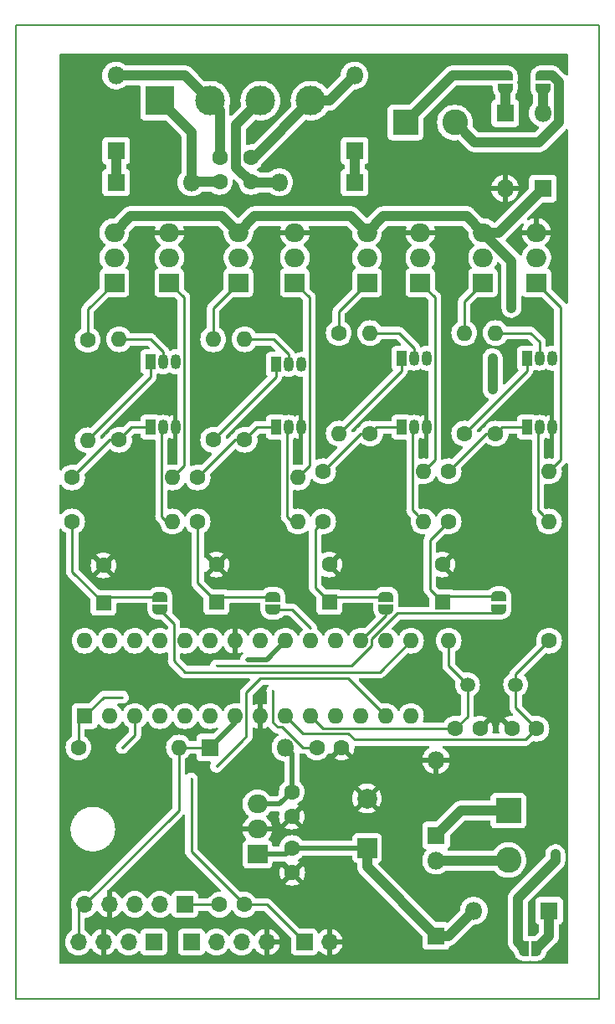
<source format=gbr>
%TF.GenerationSoftware,KiCad,Pcbnew,7.0.6*%
%TF.CreationDate,2023-08-09T12:04:45+03:00*%
%TF.ProjectId,atmegaStepperDriver,61746d65-6761-4537-9465-707065724472,v0.7.1*%
%TF.SameCoordinates,Original*%
%TF.FileFunction,Copper,L1,Top*%
%TF.FilePolarity,Positive*%
%FSLAX46Y46*%
G04 Gerber Fmt 4.6, Leading zero omitted, Abs format (unit mm)*
G04 Created by KiCad (PCBNEW 7.0.6) date 2023-08-09 12:04:45*
%MOMM*%
%LPD*%
G01*
G04 APERTURE LIST*
G04 Aperture macros list*
%AMFreePoly0*
4,1,19,0.500000,-0.750000,0.000000,-0.750000,0.000000,-0.744911,-0.071157,-0.744911,-0.207708,-0.704816,-0.327430,-0.627875,-0.420627,-0.520320,-0.479746,-0.390866,-0.500000,-0.250000,-0.500000,0.250000,-0.479746,0.390866,-0.420627,0.520320,-0.327430,0.627875,-0.207708,0.704816,-0.071157,0.744911,0.000000,0.744911,0.000000,0.750000,0.500000,0.750000,0.500000,-0.750000,0.500000,-0.750000,
$1*%
%AMFreePoly1*
4,1,19,0.000000,0.744911,0.071157,0.744911,0.207708,0.704816,0.327430,0.627875,0.420627,0.520320,0.479746,0.390866,0.500000,0.250000,0.500000,-0.250000,0.479746,-0.390866,0.420627,-0.520320,0.327430,-0.627875,0.207708,-0.704816,0.071157,-0.744911,0.000000,-0.744911,0.000000,-0.750000,-0.500000,-0.750000,-0.500000,0.750000,0.000000,0.750000,0.000000,0.744911,0.000000,0.744911,
$1*%
G04 Aperture macros list end*
%TA.AperFunction,NonConductor*%
%ADD10C,0.200000*%
%TD*%
%TA.AperFunction,ComponentPad*%
%ADD11R,1.800000X1.800000*%
%TD*%
%TA.AperFunction,ComponentPad*%
%ADD12O,1.800000X1.800000*%
%TD*%
%TA.AperFunction,ComponentPad*%
%ADD13R,1.700000X1.700000*%
%TD*%
%TA.AperFunction,ComponentPad*%
%ADD14O,1.700000X1.700000*%
%TD*%
%TA.AperFunction,ComponentPad*%
%ADD15R,2.000000X1.905000*%
%TD*%
%TA.AperFunction,ComponentPad*%
%ADD16O,2.000000X1.905000*%
%TD*%
%TA.AperFunction,ComponentPad*%
%ADD17C,1.600000*%
%TD*%
%TA.AperFunction,ComponentPad*%
%ADD18O,1.600000X1.600000*%
%TD*%
%TA.AperFunction,ComponentPad*%
%ADD19R,1.050000X1.500000*%
%TD*%
%TA.AperFunction,ComponentPad*%
%ADD20O,1.050000X1.500000*%
%TD*%
%TA.AperFunction,SMDPad,CuDef*%
%ADD21FreePoly0,90.000000*%
%TD*%
%TA.AperFunction,SMDPad,CuDef*%
%ADD22FreePoly1,90.000000*%
%TD*%
%TA.AperFunction,SMDPad,CuDef*%
%ADD23FreePoly0,270.000000*%
%TD*%
%TA.AperFunction,SMDPad,CuDef*%
%ADD24FreePoly1,270.000000*%
%TD*%
%TA.AperFunction,ComponentPad*%
%ADD25R,2.600000X2.600000*%
%TD*%
%TA.AperFunction,ComponentPad*%
%ADD26C,2.600000*%
%TD*%
%TA.AperFunction,ComponentPad*%
%ADD27R,1.600000X1.600000*%
%TD*%
%TA.AperFunction,SMDPad,CuDef*%
%ADD28FreePoly0,0.000000*%
%TD*%
%TA.AperFunction,SMDPad,CuDef*%
%ADD29FreePoly1,0.000000*%
%TD*%
%TA.AperFunction,ComponentPad*%
%ADD30R,2.000000X2.000000*%
%TD*%
%TA.AperFunction,ComponentPad*%
%ADD31C,2.000000*%
%TD*%
%TA.AperFunction,ComponentPad*%
%ADD32C,1.500000*%
%TD*%
%TA.AperFunction,ComponentPad*%
%ADD33R,3.000000X3.000000*%
%TD*%
%TA.AperFunction,ComponentPad*%
%ADD34C,3.000000*%
%TD*%
%TA.AperFunction,ViaPad*%
%ADD35C,0.800000*%
%TD*%
%TA.AperFunction,ViaPad*%
%ADD36C,0.300000*%
%TD*%
%TA.AperFunction,Conductor*%
%ADD37C,0.500000*%
%TD*%
%TA.AperFunction,Conductor*%
%ADD38C,0.250000*%
%TD*%
%TA.AperFunction,Conductor*%
%ADD39C,1.000000*%
%TD*%
G04 APERTURE END LIST*
D10*
X60960000Y-42545000D02*
X120015000Y-42545000D01*
X120015000Y-140970000D01*
X60960000Y-140970000D01*
X60960000Y-42545000D01*
D11*
%TO.P,D6,1,K*%
%TO.N,Net-(D6-K)*%
X114935000Y-132080000D03*
D12*
%TO.P,D6,2,A*%
%TO.N,VCCInput*%
X107315000Y-132080000D03*
%TD*%
D11*
%TO.P,D11,1,K*%
%TO.N,Net-(D11-K)*%
X71120000Y-58420000D03*
D12*
%TO.P,D11,2,A*%
%TO.N,output A*%
X78740000Y-58420000D03*
%TD*%
D13*
%TO.P,J9,1,Pin_1*%
%TO.N,Step*%
X78740000Y-135255000D03*
D14*
%TO.P,J9,2,Pin_2*%
%TO.N,Rotation*%
X81280000Y-135255000D03*
%TO.P,J9,3,Pin_3*%
%TO.N,Error*%
X83820000Y-135255000D03*
%TO.P,J9,4,Pin_4*%
%TO.N,GND*%
X86360000Y-135255000D03*
%TD*%
D15*
%TO.P,Q6,1,B*%
%TO.N,Net-(Q6-B)*%
X89210000Y-68580000D03*
D16*
%TO.P,Q6,2,C*%
%TO.N,output A*%
X89210000Y-66040000D03*
%TO.P,Q6,3,E*%
%TO.N,GND*%
X89210000Y-63500000D03*
%TD*%
D15*
%TO.P,Q5,1,B*%
%TO.N,Net-(Q5-B)*%
X108260000Y-68580000D03*
D16*
%TO.P,Q5,2,C*%
%TO.N,output !B*%
X108260000Y-66040000D03*
%TO.P,Q5,3,E*%
%TO.N,Motor Power*%
X108260000Y-63500000D03*
%TD*%
D15*
%TO.P,Q3,1,B*%
%TO.N,Net-(Q3-B)*%
X83495000Y-68580000D03*
D16*
%TO.P,Q3,2,C*%
%TO.N,output !A*%
X83495000Y-66040000D03*
%TO.P,Q3,3,E*%
%TO.N,Motor Power*%
X83495000Y-63500000D03*
%TD*%
D17*
%TO.P,R4,1*%
%TO.N,Net-(Q1-B)*%
X68253668Y-74350051D03*
D18*
%TO.P,R4,2*%
%TO.N,Net-(Q9-C)*%
X68253668Y-84510051D03*
%TD*%
D17*
%TO.P,C7,1*%
%TO.N,output !B*%
X84780000Y-55880000D03*
%TO.P,C7,2*%
%TO.N,output B*%
X84780000Y-58380000D03*
%TD*%
D19*
%TO.P,Q9,1,C*%
%TO.N,Net-(Q9-C)*%
X74605000Y-76560000D03*
D20*
%TO.P,Q9,2,B*%
%TO.N,Net-(Q9-B)*%
X75875000Y-76560000D03*
%TO.P,Q9,3,E*%
%TO.N,+5V*%
X77145000Y-76560000D03*
%TD*%
D17*
%TO.P,C6,1*%
%TO.N,output !A*%
X81605000Y-55880000D03*
%TO.P,C6,2*%
%TO.N,output A*%
X81605000Y-58380000D03*
%TD*%
%TO.P,R7,1*%
%TO.N,Net-(Q15-C)*%
X106355000Y-83820000D03*
D18*
%TO.P,R7,2*%
%TO.N,Net-(Q5-B)*%
X106355000Y-73660000D03*
%TD*%
D19*
%TO.P,Q12,1,C*%
%TO.N,Net-(Q12-C)*%
X87305000Y-83185000D03*
D20*
%TO.P,Q12,2,B*%
%TO.N,Net-(Q12-B)*%
X88575000Y-83185000D03*
%TO.P,Q12,3,E*%
%TO.N,GND*%
X89845000Y-83185000D03*
%TD*%
D19*
%TO.P,Q14,1,C*%
%TO.N,Net-(Q14-C)*%
X100005000Y-83185000D03*
D20*
%TO.P,Q14,2,B*%
%TO.N,Net-(Q14-B)*%
X101275000Y-83185000D03*
%TO.P,Q14,3,E*%
%TO.N,GND*%
X102545000Y-83185000D03*
%TD*%
D17*
%TO.P,R5,1*%
%TO.N,Net-(Q11-C)*%
X80955000Y-84455000D03*
D18*
%TO.P,R5,2*%
%TO.N,Net-(Q3-B)*%
X80955000Y-74295000D03*
%TD*%
D21*
%TO.P,JP3,1,A*%
%TO.N,Net-(D3-A)*%
X114300000Y-48925000D03*
D22*
%TO.P,JP3,2,B*%
%TO.N,Net-(J3-Pin_2)*%
X114300000Y-47625000D03*
%TD*%
D19*
%TO.P,Q15,1,C*%
%TO.N,Net-(Q15-C)*%
X112705000Y-76200000D03*
D20*
%TO.P,Q15,2,B*%
%TO.N,Net-(Q15-B)*%
X113975000Y-76200000D03*
%TO.P,Q15,3,E*%
%TO.N,+5V*%
X115245000Y-76200000D03*
%TD*%
D11*
%TO.P,D12,1,K*%
%TO.N,Net-(D11-K)*%
X71120000Y-55245000D03*
D12*
%TO.P,D12,2,A*%
%TO.N,output !A*%
X71120000Y-47625000D03*
%TD*%
D15*
%TO.P,Q1,1,B*%
%TO.N,Net-(Q1-B)*%
X70940000Y-68580000D03*
D16*
%TO.P,Q1,2,C*%
%TO.N,output A*%
X70940000Y-66040000D03*
%TO.P,Q1,3,E*%
%TO.N,Motor Power*%
X70940000Y-63500000D03*
%TD*%
D17*
%TO.P,R15,1*%
%TO.N,Net-(Q14-C)*%
X96830000Y-83820000D03*
D18*
%TO.P,R15,2*%
%TO.N,Net-(Q13-B)*%
X96830000Y-73660000D03*
%TD*%
D15*
%TO.P,Q2,1,B*%
%TO.N,Net-(Q2-B)*%
X76510000Y-68580000D03*
D16*
%TO.P,Q2,2,C*%
%TO.N,output !A*%
X76510000Y-66040000D03*
%TO.P,Q2,3,E*%
%TO.N,GND*%
X76510000Y-63500000D03*
%TD*%
D17*
%TO.P,R11,1*%
%TO.N,Net-(Q10-C)*%
X71430000Y-84455000D03*
D18*
%TO.P,R11,2*%
%TO.N,Net-(Q9-B)*%
X71430000Y-74295000D03*
%TD*%
D17*
%TO.P,R17,1*%
%TO.N,Net-(Q16-C)*%
X109530000Y-83820000D03*
D18*
%TO.P,R17,2*%
%TO.N,Net-(Q15-B)*%
X109530000Y-73660000D03*
%TD*%
D23*
%TO.P,JP5,1,A*%
%TO.N,Gate 1*%
X75565000Y-100330000D03*
D24*
%TO.P,JP5,2,B*%
%TO.N,Net-(JP5-B)*%
X75565000Y-101630000D03*
%TD*%
D17*
%TO.P,R6,1*%
%TO.N,Net-(Q4-B)*%
X93655000Y-73660000D03*
D18*
%TO.P,R6,2*%
%TO.N,Net-(Q13-C)*%
X93655000Y-83820000D03*
%TD*%
D17*
%TO.P,R16,1*%
%TO.N,Gate 3*%
X92075000Y-92710000D03*
D18*
%TO.P,R16,2*%
%TO.N,Net-(Q14-B)*%
X102235000Y-92710000D03*
%TD*%
D21*
%TO.P,JP4,1,A*%
%TO.N,Net-(D2-K)*%
X110490000Y-48925000D03*
D22*
%TO.P,JP4,2,B*%
%TO.N,Net-(J3-Pin_1)*%
X110490000Y-47625000D03*
%TD*%
D17*
%TO.P,R12,1*%
%TO.N,Gate 1*%
X66675000Y-92710000D03*
D18*
%TO.P,R12,2*%
%TO.N,Net-(Q10-B)*%
X76835000Y-92710000D03*
%TD*%
D25*
%TO.P,J1,1,Pin_1*%
%TO.N,Net-(D4-K)*%
X110820000Y-121960000D03*
D26*
%TO.P,J1,2,Pin_2*%
%TO.N,Net-(D5-A)*%
X110820000Y-126960000D03*
%TD*%
D19*
%TO.P,Q13,1,C*%
%TO.N,Net-(Q13-C)*%
X100005000Y-76200000D03*
D20*
%TO.P,Q13,2,B*%
%TO.N,Net-(Q13-B)*%
X101275000Y-76200000D03*
%TO.P,Q13,3,E*%
%TO.N,+5V*%
X102545000Y-76200000D03*
%TD*%
D23*
%TO.P,JP8,1,A*%
%TO.N,Gate 4*%
X109855000Y-100300000D03*
D24*
%TO.P,JP8,2,B*%
%TO.N,Jumper To lower Pins*%
X109855000Y-101600000D03*
%TD*%
D15*
%TO.P,U2,1,VI*%
%TO.N,VCCInput*%
X85430000Y-126365000D03*
D16*
%TO.P,U2,2,GND*%
%TO.N,GND*%
X85430000Y-123825000D03*
%TO.P,U2,3,VO*%
%TO.N,Net-(D1-A)*%
X85430000Y-121285000D03*
%TD*%
D27*
%TO.P,C9,1*%
%TO.N,Gate 2*%
X81280000Y-100862651D03*
D17*
%TO.P,C9,2*%
%TO.N,GND*%
X81280000Y-97062651D03*
%TD*%
%TO.P,R9,1*%
%TO.N,Net-(Q14-C)*%
X92075000Y-87630000D03*
D18*
%TO.P,R9,2*%
%TO.N,Net-(Q7-B)*%
X102235000Y-87630000D03*
%TD*%
D13*
%TO.P,J4,1,Pin_1*%
%TO.N,DTR*%
X78105000Y-131445000D03*
D14*
%TO.P,J4,2,Pin_2*%
%TO.N,TX*%
X75565000Y-131445000D03*
%TO.P,J4,3,Pin_3*%
%TO.N,RX*%
X73025000Y-131445000D03*
%TO.P,J4,4,Pin_4*%
%TO.N,GND*%
X70485000Y-131445000D03*
%TO.P,J4,5,Pin_5*%
%TO.N,+5V*%
X67945000Y-131445000D03*
%TD*%
D27*
%TO.P,C8,1*%
%TO.N,Gate 1*%
X69850000Y-100955000D03*
D17*
%TO.P,C8,2*%
%TO.N,GND*%
X69850000Y-97155000D03*
%TD*%
%TO.P,C14,1*%
%TO.N,DTR*%
X81598041Y-131465553D03*
%TO.P,C14,2*%
%TO.N,RST*%
X84098041Y-131465553D03*
%TD*%
D27*
%TO.P,C11,1*%
%TO.N,Gate 4*%
X104140000Y-100862651D03*
D17*
%TO.P,C11,2*%
%TO.N,GND*%
X104140000Y-97062651D03*
%TD*%
D23*
%TO.P,JP6,1,A*%
%TO.N,Gate 2*%
X86995000Y-100330000D03*
D24*
%TO.P,JP6,2,B*%
%TO.N,Net-(JP6-B)*%
X86995000Y-101630000D03*
%TD*%
D25*
%TO.P,J3,1,Pin_1*%
%TO.N,Net-(J3-Pin_1)*%
X100410000Y-52375000D03*
D26*
%TO.P,J3,2,Pin_2*%
%TO.N,Net-(J3-Pin_2)*%
X105410000Y-52375000D03*
%TD*%
D13*
%TO.P,J6,1,Pin_1*%
%TO.N,SDA*%
X74930000Y-135255000D03*
D14*
%TO.P,J6,2,Pin_2*%
%TO.N,SCL*%
X72390000Y-135255000D03*
%TO.P,J6,3,Pin_3*%
%TO.N,GND*%
X69850000Y-135255000D03*
%TO.P,J6,4,Pin_4*%
%TO.N,+5V*%
X67310000Y-135255000D03*
%TD*%
D19*
%TO.P,Q16,1,C*%
%TO.N,Net-(Q16-C)*%
X112705000Y-83185000D03*
D20*
%TO.P,Q16,2,B*%
%TO.N,Net-(Q16-B)*%
X113975000Y-83185000D03*
%TO.P,Q16,3,E*%
%TO.N,GND*%
X115245000Y-83185000D03*
%TD*%
D17*
%TO.P,C4,1*%
%TO.N,GND*%
X93940000Y-115570000D03*
%TO.P,C4,2*%
%TO.N,Net-(U1-AREF)*%
X91440000Y-115570000D03*
%TD*%
%TO.P,C2,1*%
%TO.N,GND*%
X88940000Y-128230000D03*
%TO.P,C2,2*%
%TO.N,VCCInput*%
X88940000Y-125730000D03*
%TD*%
%TO.P,R3,1*%
%TO.N,Net-(Q10-C)*%
X66675000Y-88265000D03*
D18*
%TO.P,R3,2*%
%TO.N,Net-(Q2-B)*%
X76835000Y-88265000D03*
%TD*%
D11*
%TO.P,D5,1,K*%
%TO.N,VCCInput*%
X103505000Y-134620000D03*
D12*
%TO.P,D5,2,A*%
%TO.N,Net-(D5-A)*%
X103505000Y-127000000D03*
%TD*%
D11*
%TO.P,D1,1,K*%
%TO.N,+5V*%
X80645000Y-115570000D03*
D12*
%TO.P,D1,2,A*%
%TO.N,Net-(D1-A)*%
X88265000Y-115570000D03*
%TD*%
D17*
%TO.P,R14,1*%
%TO.N,Gate 2*%
X79375000Y-92710000D03*
D18*
%TO.P,R14,2*%
%TO.N,Net-(Q12-B)*%
X89535000Y-92710000D03*
%TD*%
D11*
%TO.P,D13,1,K*%
%TO.N,Net-(D13-K)*%
X95250000Y-58420000D03*
D12*
%TO.P,D13,2,A*%
%TO.N,output B*%
X87630000Y-58420000D03*
%TD*%
D17*
%TO.P,R10,1*%
%TO.N,Net-(Q16-C)*%
X104775000Y-87630000D03*
D18*
%TO.P,R10,2*%
%TO.N,Net-(Q8-B)*%
X114935000Y-87630000D03*
%TD*%
D17*
%TO.P,R1,1*%
%TO.N,Net-(U1-XTAL1{slash}PB6)*%
X114935000Y-104775000D03*
D18*
%TO.P,R1,2*%
%TO.N,Net-(U1-XTAL2{slash}PB7)*%
X104775000Y-104775000D03*
%TD*%
D28*
%TO.P,JP2,1,A*%
%TO.N,Motor Power*%
X112380000Y-135890000D03*
D29*
%TO.P,JP2,2,B*%
%TO.N,Net-(D6-K)*%
X113680000Y-135890000D03*
%TD*%
D13*
%TO.P,J5,1,Pin_1*%
%TO.N,RST*%
X90165000Y-135255000D03*
D14*
%TO.P,J5,2,Pin_2*%
%TO.N,GND*%
X92705000Y-135255000D03*
%TD*%
D19*
%TO.P,Q10,1,C*%
%TO.N,Net-(Q10-C)*%
X74605000Y-83185000D03*
D20*
%TO.P,Q10,2,B*%
%TO.N,Net-(Q10-B)*%
X75875000Y-83185000D03*
%TO.P,Q10,3,E*%
%TO.N,GND*%
X77145000Y-83185000D03*
%TD*%
D23*
%TO.P,JP7,1,A*%
%TO.N,Gate 3*%
X98425000Y-100315000D03*
D24*
%TO.P,JP7,2,B*%
%TO.N,Net-(JP7-B)*%
X98425000Y-101615000D03*
%TD*%
D17*
%TO.P,C3,1*%
%TO.N,GND*%
X88900000Y-122555000D03*
%TO.P,C3,2*%
%TO.N,Net-(D1-A)*%
X88900000Y-120055000D03*
%TD*%
D11*
%TO.P,D2,1,K*%
%TO.N,Net-(D2-K)*%
X110490000Y-51435000D03*
D12*
%TO.P,D2,2,A*%
%TO.N,GND*%
X110490000Y-59055000D03*
%TD*%
D17*
%TO.P,C1-1,1*%
%TO.N,Net-(U1-XTAL1{slash}PB6)*%
X113665000Y-113665000D03*
%TO.P,C1-1,2*%
%TO.N,GND*%
X111165000Y-113665000D03*
%TD*%
D15*
%TO.P,Q7,1,B*%
%TO.N,Net-(Q7-B)*%
X101910000Y-68580000D03*
D16*
%TO.P,Q7,2,C*%
%TO.N,output !B*%
X101910000Y-66040000D03*
%TO.P,Q7,3,E*%
%TO.N,GND*%
X101910000Y-63500000D03*
%TD*%
D11*
%TO.P,D4,1,K*%
%TO.N,Net-(D4-K)*%
X103505000Y-124460000D03*
D12*
%TO.P,D4,2,A*%
%TO.N,GND*%
X103505000Y-116840000D03*
%TD*%
D27*
%TO.P,U1,1,~{RESET}/PC6*%
%TO.N,RST*%
X67945000Y-112395000D03*
D18*
%TO.P,U1,2,PD0*%
%TO.N,TX*%
X70485000Y-112395000D03*
%TO.P,U1,3,PD1*%
%TO.N,RX*%
X73025000Y-112395000D03*
%TO.P,U1,4,PD2*%
%TO.N,Step*%
X75565000Y-112395000D03*
%TO.P,U1,5,PD3*%
%TO.N,Jumper To lower Pins*%
X78105000Y-112395000D03*
%TO.P,U1,6,PD4*%
%TO.N,Error*%
X80645000Y-112395000D03*
%TO.P,U1,7,VCC*%
%TO.N,+5V*%
X83185000Y-112395000D03*
%TO.P,U1,8,GND*%
%TO.N,GND*%
X85725000Y-112395000D03*
%TO.P,U1,9,XTAL1/PB6*%
%TO.N,Net-(U1-XTAL1{slash}PB6)*%
X88265000Y-112395000D03*
%TO.P,U1,10,XTAL2/PB7*%
%TO.N,Net-(U1-XTAL2{slash}PB7)*%
X90805000Y-112395000D03*
%TO.P,U1,11,PD5*%
%TO.N,unconnected-(U1-PD5-Pad11)*%
X93345000Y-112395000D03*
%TO.P,U1,12,PD6*%
%TO.N,unconnected-(U1-PD6-Pad12)*%
X95885000Y-112395000D03*
%TO.P,U1,13,PD7*%
%TO.N,Rotation*%
X98425000Y-112395000D03*
%TO.P,U1,14,PB0*%
%TO.N,unconnected-(U1-PB0-Pad14)*%
X100965000Y-112395000D03*
%TO.P,U1,15,PB1*%
%TO.N,Net-(JP5-B)*%
X100965000Y-104775000D03*
%TO.P,U1,16,PB2*%
%TO.N,Net-(JP6-B)*%
X98425000Y-104775000D03*
%TO.P,U1,17,PB3*%
%TO.N,Net-(JP7-B)*%
X95885000Y-104775000D03*
%TO.P,U1,18,PB4*%
%TO.N,unconnected-(U1-PB4-Pad18)*%
X93345000Y-104775000D03*
%TO.P,U1,19,PB5*%
%TO.N,unconnected-(U1-PB5-Pad19)*%
X90805000Y-104775000D03*
%TO.P,U1,20,AVCC*%
%TO.N,+5V*%
X88265000Y-104775000D03*
%TO.P,U1,21,AREF*%
%TO.N,Net-(U1-AREF)*%
X85725000Y-104775000D03*
%TO.P,U1,22,GND*%
%TO.N,GND*%
X83185000Y-104775000D03*
%TO.P,U1,23,PC0*%
%TO.N,unconnected-(U1-PC0-Pad23)*%
X80645000Y-104775000D03*
%TO.P,U1,24,PC1*%
%TO.N,unconnected-(U1-PC1-Pad24)*%
X78105000Y-104775000D03*
%TO.P,U1,25,PC2*%
%TO.N,unconnected-(U1-PC2-Pad25)*%
X75565000Y-104775000D03*
%TO.P,U1,26,PC3*%
%TO.N,unconnected-(U1-PC3-Pad26)*%
X73025000Y-104775000D03*
%TO.P,U1,27,PC4*%
%TO.N,SDA*%
X70485000Y-104775000D03*
%TO.P,U1,28,PC5*%
%TO.N,SCL*%
X67945000Y-104775000D03*
%TD*%
D17*
%TO.P,R2,1*%
%TO.N,RST*%
X67310000Y-115570000D03*
D18*
%TO.P,R2,2*%
%TO.N,+5V*%
X77470000Y-115570000D03*
%TD*%
D27*
%TO.P,C10,1*%
%TO.N,Gate 3*%
X92710000Y-100862651D03*
D17*
%TO.P,C10,2*%
%TO.N,GND*%
X92710000Y-97062651D03*
%TD*%
D11*
%TO.P,D14,1,K*%
%TO.N,Net-(D13-K)*%
X95250000Y-55245000D03*
D12*
%TO.P,D14,2,A*%
%TO.N,output !B*%
X95250000Y-47625000D03*
%TD*%
D15*
%TO.P,Q4,1,B*%
%TO.N,Net-(Q4-B)*%
X96520000Y-68580000D03*
D16*
%TO.P,Q4,2,C*%
%TO.N,output B*%
X96520000Y-66040000D03*
%TO.P,Q4,3,E*%
%TO.N,Motor Power*%
X96520000Y-63500000D03*
%TD*%
D15*
%TO.P,Q8,1,B*%
%TO.N,Net-(Q8-B)*%
X113650000Y-68580000D03*
D16*
%TO.P,Q8,2,C*%
%TO.N,output B*%
X113650000Y-66040000D03*
%TO.P,Q8,3,E*%
%TO.N,GND*%
X113650000Y-63500000D03*
%TD*%
D19*
%TO.P,Q11,1,C*%
%TO.N,Net-(Q11-C)*%
X87305000Y-76835000D03*
D20*
%TO.P,Q11,2,B*%
%TO.N,Net-(Q11-B)*%
X88575000Y-76835000D03*
%TO.P,Q11,3,E*%
%TO.N,+5V*%
X89845000Y-76835000D03*
%TD*%
D30*
%TO.P,C5,1*%
%TO.N,VCCInput*%
X96520000Y-125730000D03*
D31*
%TO.P,C5,2*%
%TO.N,GND*%
X96520000Y-120730000D03*
%TD*%
D17*
%TO.P,R8,1*%
%TO.N,Net-(Q12-C)*%
X79375000Y-88265000D03*
D18*
%TO.P,R8,2*%
%TO.N,Net-(Q6-B)*%
X89535000Y-88265000D03*
%TD*%
D17*
%TO.P,R13,1*%
%TO.N,Net-(Q12-C)*%
X84130000Y-84455000D03*
D18*
%TO.P,R13,2*%
%TO.N,Net-(Q11-B)*%
X84130000Y-74295000D03*
%TD*%
D11*
%TO.P,D3,1,K*%
%TO.N,Motor Power*%
X114300000Y-59055000D03*
D12*
%TO.P,D3,2,A*%
%TO.N,Net-(D3-A)*%
X114300000Y-51435000D03*
%TD*%
D32*
%TO.P,Y1,1,1*%
%TO.N,Net-(U1-XTAL2{slash}PB7)*%
X106680000Y-109220000D03*
%TO.P,Y1,2,2*%
%TO.N,Net-(U1-XTAL1{slash}PB6)*%
X111560000Y-109220000D03*
%TD*%
D33*
%TO.P,J2,1,Pin_1*%
%TO.N,output A*%
X75565000Y-50165000D03*
D34*
%TO.P,J2,2,Pin_2*%
%TO.N,output !A*%
X80645000Y-50165000D03*
%TO.P,J2,3,Pin_3*%
%TO.N,output B*%
X85725000Y-50165000D03*
%TO.P,J2,4,Pin_4*%
%TO.N,output !B*%
X90805000Y-50165000D03*
%TD*%
D17*
%TO.P,C1-2,1*%
%TO.N,Net-(U1-XTAL2{slash}PB7)*%
X105450000Y-113665000D03*
%TO.P,C1-2,2*%
%TO.N,GND*%
X107950000Y-113665000D03*
%TD*%
%TO.P,R18,1*%
%TO.N,Gate 4*%
X104775000Y-92710000D03*
D18*
%TO.P,R18,2*%
%TO.N,Net-(Q16-B)*%
X114935000Y-92710000D03*
%TD*%
D35*
%TO.N,GND*%
X74930000Y-95250000D03*
X86995000Y-95250000D03*
X115570000Y-95885000D03*
X97790000Y-95250000D03*
D36*
%TO.N,+5V*%
X84455000Y-106680000D03*
%TO.N,Net-(U1-AREF)*%
X86995000Y-109855000D03*
%TO.N,RX*%
X71755000Y-115570000D03*
%TO.N,Motor Power*%
X111125000Y-71120000D03*
X109220000Y-76200000D03*
X109220000Y-79375000D03*
X115570000Y-126365000D03*
%TO.N,RST*%
X78740000Y-118745000D03*
X71755000Y-110490000D03*
%TO.N,Net-(JP6-B)*%
X90805000Y-103505000D03*
%TO.N,Jumper To lower Pins*%
X81280000Y-107315000D03*
%TO.N,Rotation*%
X81280000Y-117475000D03*
%TD*%
D37*
%TO.N,VCCInput*%
X88940000Y-125730000D02*
X96520000Y-125730000D01*
X88305000Y-126365000D02*
X88940000Y-125730000D01*
X85430000Y-126365000D02*
X88305000Y-126365000D01*
%TO.N,Net-(D1-A)*%
X87670000Y-121285000D02*
X88900000Y-120055000D01*
X85430000Y-121285000D02*
X87670000Y-121285000D01*
X88900000Y-116205000D02*
X88265000Y-115570000D01*
X88900000Y-120055000D02*
X88900000Y-116205000D01*
%TO.N,+5V*%
X83185000Y-113030000D02*
X80645000Y-115570000D01*
X83185000Y-112395000D02*
X83185000Y-113030000D01*
X86360000Y-106680000D02*
X88265000Y-104775000D01*
X84455000Y-106680000D02*
X86360000Y-106680000D01*
D38*
%TO.N,Jumper To lower Pins*%
X109855000Y-101600000D02*
X109467349Y-101987651D01*
X94935991Y-107315000D02*
X81280000Y-107315000D01*
X99621358Y-101987651D02*
X97010000Y-104599009D01*
X109467349Y-101987651D02*
X99621358Y-101987651D01*
X97010000Y-104599009D02*
X97010000Y-105240991D01*
X97010000Y-105240991D02*
X94935991Y-107315000D01*
D39*
%TO.N,VCCInput*%
X96520000Y-125730000D02*
X96520000Y-127000000D01*
X96520000Y-127635000D02*
X96520000Y-127000000D01*
X103505000Y-134620000D02*
X96520000Y-127635000D01*
%TO.N,Net-(D6-K)*%
X114935000Y-134635000D02*
X113680000Y-135890000D01*
X114935000Y-132080000D02*
X114935000Y-134635000D01*
%TO.N,VCCInput*%
X104775000Y-134620000D02*
X107315000Y-132080000D01*
X103505000Y-134620000D02*
X104775000Y-134620000D01*
%TO.N,Net-(D4-K)*%
X106005000Y-121960000D02*
X103505000Y-124460000D01*
X110820000Y-121960000D02*
X106005000Y-121960000D01*
%TO.N,Net-(D5-A)*%
X110780000Y-127000000D02*
X110820000Y-126960000D01*
X103505000Y-127000000D02*
X110780000Y-127000000D01*
%TO.N,Motor Power*%
X111760000Y-130810000D02*
X111760000Y-135270000D01*
X115570000Y-127000000D02*
X111760000Y-130810000D01*
X115570000Y-126365000D02*
X115570000Y-127000000D01*
X111760000Y-135270000D02*
X112380000Y-135890000D01*
D38*
%TO.N,Net-(U1-XTAL1{slash}PB6)*%
X113665000Y-113665000D02*
X112540000Y-114790000D01*
X89985000Y-114115000D02*
X88265000Y-112395000D01*
X112540000Y-114790000D02*
X95290000Y-114790000D01*
X114935000Y-104775000D02*
X111560000Y-108150000D01*
X95290000Y-114790000D02*
X94615000Y-114115000D01*
X111560000Y-111560000D02*
X113665000Y-113665000D01*
X111560000Y-108150000D02*
X111560000Y-109220000D01*
X94615000Y-114115000D02*
X89985000Y-114115000D01*
X111560000Y-109220000D02*
X111560000Y-111560000D01*
%TO.N,Net-(U1-XTAL2{slash}PB7)*%
X106680000Y-109220000D02*
X106680000Y-112435000D01*
X105450000Y-113665000D02*
X92075000Y-113665000D01*
X104775000Y-104775000D02*
X104775000Y-107315000D01*
X106680000Y-112435000D02*
X105450000Y-113665000D01*
X104775000Y-107315000D02*
X106680000Y-109220000D01*
X92075000Y-113665000D02*
X90805000Y-112395000D01*
%TO.N,+5V*%
X77470000Y-115570000D02*
X80645000Y-115570000D01*
X67310000Y-132080000D02*
X67945000Y-131445000D01*
X67945000Y-131445000D02*
X77470000Y-121920000D01*
X77470000Y-121920000D02*
X77470000Y-115570000D01*
X67310000Y-135255000D02*
X67310000Y-132080000D01*
%TO.N,Net-(U1-AREF)*%
X86995000Y-113030000D02*
X86995000Y-109855000D01*
X91440000Y-115570000D02*
X89997412Y-115570000D01*
X87947412Y-113520000D02*
X87485000Y-113520000D01*
X89997412Y-115570000D02*
X87947412Y-113520000D01*
X87485000Y-113520000D02*
X86995000Y-113030000D01*
D39*
%TO.N,Net-(D11-K)*%
X71120000Y-58420000D02*
X71120000Y-55245000D01*
%TO.N,output A*%
X78780000Y-58380000D02*
X78740000Y-58420000D01*
X78740000Y-53340000D02*
X75565000Y-50165000D01*
X78740000Y-58420000D02*
X78740000Y-53340000D01*
X81605000Y-58380000D02*
X78780000Y-58380000D01*
%TO.N,output !A*%
X81605000Y-51125000D02*
X80645000Y-50165000D01*
X81605000Y-55880000D02*
X81605000Y-51125000D01*
X80645000Y-50165000D02*
X78105000Y-47625000D01*
X78105000Y-47625000D02*
X71120000Y-47625000D01*
%TO.N,Net-(D13-K)*%
X95250000Y-58420000D02*
X95250000Y-55245000D01*
%TO.N,output B*%
X83280000Y-56880000D02*
X83280000Y-52610000D01*
X83280000Y-52610000D02*
X85725000Y-50165000D01*
X84780000Y-58380000D02*
X83280000Y-56880000D01*
X87630000Y-58420000D02*
X84820000Y-58420000D01*
X84820000Y-58420000D02*
X84780000Y-58380000D01*
%TO.N,output !B*%
X85090000Y-55880000D02*
X90805000Y-50165000D01*
X84780000Y-55880000D02*
X85090000Y-55880000D01*
X92710000Y-50165000D02*
X95250000Y-47625000D01*
X90805000Y-50165000D02*
X92710000Y-50165000D01*
%TO.N,Net-(J3-Pin_1)*%
X100410000Y-52375000D02*
X105160000Y-47625000D01*
X105160000Y-47625000D02*
X110490000Y-47625000D01*
%TO.N,Net-(J3-Pin_2)*%
X105410000Y-52375000D02*
X107410000Y-54375000D01*
X113900000Y-54375000D02*
X115900000Y-52375000D01*
X107410000Y-54375000D02*
X113900000Y-54375000D01*
X115900000Y-52375000D02*
X115900000Y-48285050D01*
X115239950Y-47625000D02*
X114300000Y-47625000D01*
X115900000Y-48285050D02*
X115239950Y-47625000D01*
D38*
%TO.N,DTR*%
X78125553Y-131465553D02*
X78105000Y-131445000D01*
X81598041Y-131465553D02*
X78125553Y-131465553D01*
%TO.N,RX*%
X71755000Y-115570000D02*
X73025000Y-114300000D01*
X73025000Y-114300000D02*
X73025000Y-112395000D01*
D39*
%TO.N,Motor Power*%
X109855000Y-63500000D02*
X108260000Y-63500000D01*
X108260000Y-63500000D02*
X106607500Y-61847500D01*
X96520000Y-63500000D02*
X94867500Y-61847500D01*
X114300000Y-59055000D02*
X109855000Y-63500000D01*
X85147500Y-61847500D02*
X83495000Y-63500000D01*
X98172500Y-61847500D02*
X96520000Y-63500000D01*
X111125000Y-71120000D02*
X111125000Y-66365000D01*
X111125000Y-66365000D02*
X108260000Y-63500000D01*
X109220000Y-79375000D02*
X109220000Y-76200000D01*
X72592500Y-61847500D02*
X70940000Y-63500000D01*
X81842500Y-61847500D02*
X72592500Y-61847500D01*
X106607500Y-61847500D02*
X98172500Y-61847500D01*
X94867500Y-61847500D02*
X85147500Y-61847500D01*
X83495000Y-63500000D02*
X81842500Y-61847500D01*
D38*
%TO.N,Gate 1*%
X69850000Y-100955000D02*
X66675000Y-97780000D01*
X70475000Y-100330000D02*
X69850000Y-100955000D01*
X66675000Y-97780000D02*
X66675000Y-92710000D01*
X75565000Y-100330000D02*
X70475000Y-100330000D01*
%TO.N,Gate 2*%
X81812651Y-100330000D02*
X86995000Y-100330000D01*
X81280000Y-100862651D02*
X81812651Y-100330000D01*
X79375000Y-92710000D02*
X79375000Y-98957651D01*
X79375000Y-98957651D02*
X81280000Y-100862651D01*
%TO.N,Net-(JP5-B)*%
X76980000Y-103045000D02*
X76980000Y-106825000D01*
X75565000Y-101630000D02*
X76980000Y-103045000D01*
X97790000Y-107950000D02*
X100965000Y-104775000D01*
X78105000Y-107950000D02*
X97790000Y-107950000D01*
X76980000Y-106825000D02*
X78105000Y-107950000D01*
%TO.N,Gate 3*%
X93257651Y-100315000D02*
X98425000Y-100315000D01*
X91275001Y-93509999D02*
X91275001Y-99427652D01*
X92710000Y-100862651D02*
X93257651Y-100315000D01*
X91275001Y-99427652D02*
X92710000Y-100862651D01*
X92075000Y-92710000D02*
X91275001Y-93509999D01*
D39*
%TO.N,Net-(D2-K)*%
X110490000Y-48925000D02*
X110490000Y-51435000D01*
D38*
%TO.N,Gate 4*%
X102870000Y-99592651D02*
X104140000Y-100862651D01*
X104702651Y-100300000D02*
X109855000Y-100300000D01*
X102870000Y-94615000D02*
X102870000Y-99592651D01*
X104775000Y-92710000D02*
X102870000Y-94615000D01*
X104140000Y-100862651D02*
X104702651Y-100300000D01*
D39*
%TO.N,Net-(D3-A)*%
X114300000Y-48925000D02*
X114300000Y-51435000D01*
D38*
%TO.N,Net-(Q1-B)*%
X68253668Y-73026332D02*
X68253668Y-74350051D01*
X68255000Y-73025000D02*
X68255000Y-71265000D01*
X68255000Y-73025000D02*
X68253668Y-73026332D01*
X68255000Y-74295000D02*
X68255000Y-73025000D01*
X68255000Y-71265000D02*
X70940000Y-68580000D01*
%TO.N,Net-(Q2-B)*%
X76835000Y-88265000D02*
X77995000Y-87105000D01*
X77995000Y-87105000D02*
X77995000Y-70065000D01*
X77995000Y-70065000D02*
X76510000Y-68580000D01*
%TO.N,Net-(Q3-B)*%
X80955000Y-74295000D02*
X80955000Y-71120000D01*
X80955000Y-71120000D02*
X83495000Y-68580000D01*
%TO.N,Net-(Q4-B)*%
X93655000Y-71445000D02*
X96520000Y-68580000D01*
X93655000Y-73660000D02*
X93655000Y-71445000D01*
%TO.N,Net-(Q5-B)*%
X106355000Y-70485000D02*
X108260000Y-68580000D01*
X106355000Y-73660000D02*
X106355000Y-70485000D01*
%TO.N,Net-(Q6-B)*%
X90695000Y-70065000D02*
X89210000Y-68580000D01*
X90695000Y-87105000D02*
X90695000Y-70065000D01*
X89535000Y-88265000D02*
X90695000Y-87105000D01*
%TO.N,Net-(Q7-B)*%
X103395000Y-70065000D02*
X101910000Y-68580000D01*
X103395000Y-86470000D02*
X103395000Y-70065000D01*
X102235000Y-87630000D02*
X103395000Y-86470000D01*
%TO.N,Net-(Q8-B)*%
X116095000Y-86470000D02*
X116095000Y-71025000D01*
X116095000Y-71025000D02*
X113650000Y-68580000D01*
X114935000Y-87630000D02*
X116095000Y-86470000D01*
%TO.N,Net-(Q9-C)*%
X74605000Y-76560000D02*
X74605000Y-78105000D01*
X68253668Y-84456332D02*
X68253668Y-84510051D01*
X74605000Y-78105000D02*
X68253668Y-84456332D01*
%TO.N,Net-(Q9-B)*%
X75875000Y-75560000D02*
X74610000Y-74295000D01*
X74610000Y-74295000D02*
X71430000Y-74295000D01*
X75875000Y-76560000D02*
X75875000Y-75560000D01*
%TO.N,Net-(Q10-C)*%
X74605000Y-83185000D02*
X72700000Y-83185000D01*
X70485000Y-84455000D02*
X71430000Y-84455000D01*
X66675000Y-88265000D02*
X70485000Y-84455000D01*
X72700000Y-83185000D02*
X71430000Y-84455000D01*
%TO.N,Net-(Q10-B)*%
X75875000Y-83185000D02*
X75710000Y-83350000D01*
X75710000Y-92220000D02*
X76200000Y-92710000D01*
X75710000Y-83350000D02*
X75710000Y-92220000D01*
%TO.N,Net-(Q11-C)*%
X87305000Y-76835000D02*
X87305000Y-78105000D01*
X87305000Y-78105000D02*
X80955000Y-84455000D01*
%TO.N,Net-(Q11-B)*%
X88575000Y-75835000D02*
X87035000Y-74295000D01*
X87035000Y-74295000D02*
X84130000Y-74295000D01*
X88575000Y-76835000D02*
X88575000Y-75835000D01*
%TO.N,Net-(Q12-C)*%
X87305000Y-83185000D02*
X85400000Y-83185000D01*
X79375000Y-88265000D02*
X83185000Y-84455000D01*
X83185000Y-84455000D02*
X84130000Y-84455000D01*
X85400000Y-83185000D02*
X84130000Y-84455000D01*
%TO.N,Net-(Q12-B)*%
X88900000Y-92710000D02*
X88410000Y-92220000D01*
X88410000Y-92220000D02*
X88410000Y-83350000D01*
X88410000Y-83350000D02*
X88575000Y-83185000D01*
%TO.N,Net-(Q13-C)*%
X100005000Y-77470000D02*
X93655000Y-83820000D01*
X100005000Y-76200000D02*
X100005000Y-77470000D01*
%TO.N,Net-(Q13-B)*%
X101275000Y-75200000D02*
X99735000Y-73660000D01*
X99735000Y-73660000D02*
X96830000Y-73660000D01*
X101275000Y-76200000D02*
X101275000Y-75200000D01*
%TO.N,Net-(Q14-C)*%
X100005000Y-83185000D02*
X97465000Y-83185000D01*
X95885000Y-83820000D02*
X96830000Y-83820000D01*
X97465000Y-83185000D02*
X96830000Y-83820000D01*
X92075000Y-87630000D02*
X95885000Y-83820000D01*
%TO.N,Net-(Q14-B)*%
X101110000Y-91585000D02*
X101110000Y-82715000D01*
X101600000Y-92075000D02*
X101110000Y-91585000D01*
%TO.N,Net-(Q15-C)*%
X112705000Y-75565000D02*
X112705000Y-77470000D01*
X112705000Y-77470000D02*
X106355000Y-83820000D01*
%TO.N,Net-(Q15-B)*%
X113975000Y-74565000D02*
X113070000Y-73660000D01*
X113975000Y-75565000D02*
X113975000Y-74565000D01*
X113070000Y-73660000D02*
X109530000Y-73660000D01*
%TO.N,Net-(Q16-C)*%
X110165000Y-83185000D02*
X109530000Y-83820000D01*
X108585000Y-83820000D02*
X109530000Y-83820000D01*
X104775000Y-87630000D02*
X108585000Y-83820000D01*
X112705000Y-83185000D02*
X110165000Y-83185000D01*
%TO.N,Net-(Q16-B)*%
X114300000Y-92075000D02*
X113810000Y-91585000D01*
X113810000Y-83350000D02*
X113975000Y-83185000D01*
X113810000Y-91585000D02*
X113810000Y-83350000D01*
%TO.N,RST*%
X69850000Y-110490000D02*
X67945000Y-112395000D01*
X78740000Y-126107512D02*
X78740000Y-118745000D01*
X84098041Y-131465553D02*
X86375553Y-131465553D01*
X71755000Y-110490000D02*
X69850000Y-110490000D01*
X86375553Y-131465553D02*
X90165000Y-135255000D01*
X67310000Y-113030000D02*
X67945000Y-112395000D01*
X84098041Y-131465553D02*
X78740000Y-126107512D01*
X67310000Y-115570000D02*
X67310000Y-113030000D01*
%TO.N,Net-(JP7-B)*%
X98425000Y-102235000D02*
X95885000Y-104775000D01*
X98425000Y-101615000D02*
X98425000Y-102235000D01*
%TO.N,Net-(JP6-B)*%
X86995000Y-101630000D02*
X88930000Y-101630000D01*
X88930000Y-101630000D02*
X90805000Y-103505000D01*
%TO.N,Rotation*%
X84310000Y-112540000D02*
X84310000Y-114445000D01*
X94615000Y-108585000D02*
X85725000Y-108585000D01*
X98425000Y-112395000D02*
X94615000Y-108585000D01*
X84310000Y-114445000D02*
X83820000Y-114935000D01*
X85725000Y-108585000D02*
X84310000Y-110000000D01*
X84310000Y-110000000D02*
X84310000Y-112540000D01*
X83820000Y-114935000D02*
X81280000Y-117475000D01*
%TD*%
%TA.AperFunction,Conductor*%
%TO.N,GND*%
G36*
X111622540Y-83830185D02*
G01*
X111668295Y-83882989D01*
X111679501Y-83934500D01*
X111679501Y-83982876D01*
X111685908Y-84042483D01*
X111736202Y-84177328D01*
X111736206Y-84177335D01*
X111822452Y-84292544D01*
X111822455Y-84292547D01*
X111937664Y-84378793D01*
X111937671Y-84378797D01*
X112072517Y-84429091D01*
X112072516Y-84429091D01*
X112079444Y-84429835D01*
X112132127Y-84435500D01*
X113060500Y-84435499D01*
X113127539Y-84455183D01*
X113173294Y-84507987D01*
X113184500Y-84559499D01*
X113184500Y-91502255D01*
X113182775Y-91517872D01*
X113183061Y-91517899D01*
X113182326Y-91525665D01*
X113184500Y-91594814D01*
X113184500Y-91624343D01*
X113184501Y-91624360D01*
X113185368Y-91631231D01*
X113185826Y-91637050D01*
X113187290Y-91683624D01*
X113187291Y-91683627D01*
X113192880Y-91702867D01*
X113196824Y-91721911D01*
X113199336Y-91741791D01*
X113216490Y-91785119D01*
X113218382Y-91790647D01*
X113231381Y-91835388D01*
X113241580Y-91852634D01*
X113250136Y-91870100D01*
X113250438Y-91870861D01*
X113257514Y-91888732D01*
X113284898Y-91926423D01*
X113288106Y-91931307D01*
X113311827Y-91971416D01*
X113311833Y-91971424D01*
X113325990Y-91985580D01*
X113338628Y-92000376D01*
X113350405Y-92016586D01*
X113350406Y-92016587D01*
X113386309Y-92046288D01*
X113390620Y-92050210D01*
X113527276Y-92186866D01*
X113635586Y-92295176D01*
X113669071Y-92356499D01*
X113667681Y-92414948D01*
X113649365Y-92483307D01*
X113649364Y-92483313D01*
X113629532Y-92709999D01*
X113629532Y-92710001D01*
X113649364Y-92936686D01*
X113649366Y-92936697D01*
X113708258Y-93156488D01*
X113708261Y-93156497D01*
X113804431Y-93362732D01*
X113804432Y-93362734D01*
X113934954Y-93549141D01*
X114095858Y-93710045D01*
X114095861Y-93710047D01*
X114282266Y-93840568D01*
X114488504Y-93936739D01*
X114708308Y-93995635D01*
X114865780Y-94009412D01*
X114934998Y-94015468D01*
X114935000Y-94015468D01*
X114935002Y-94015468D01*
X115004220Y-94009412D01*
X115161692Y-93995635D01*
X115381496Y-93936739D01*
X115587734Y-93840568D01*
X115774139Y-93710047D01*
X115935047Y-93549139D01*
X116065568Y-93362734D01*
X116161739Y-93156496D01*
X116220635Y-92936692D01*
X116240468Y-92710000D01*
X116220635Y-92483308D01*
X116164029Y-92272050D01*
X116161741Y-92263511D01*
X116161738Y-92263502D01*
X116113784Y-92160665D01*
X116065568Y-92057266D01*
X115935047Y-91870861D01*
X115935046Y-91870860D01*
X115935045Y-91870858D01*
X115774141Y-91709954D01*
X115587734Y-91579432D01*
X115587732Y-91579431D01*
X115381497Y-91483261D01*
X115381488Y-91483258D01*
X115161697Y-91424366D01*
X115161693Y-91424365D01*
X115161692Y-91424365D01*
X115161691Y-91424364D01*
X115161686Y-91424364D01*
X114935002Y-91404532D01*
X114934999Y-91404532D01*
X114708313Y-91424364D01*
X114708296Y-91424367D01*
X114639949Y-91442680D01*
X114570099Y-91441016D01*
X114520177Y-91410586D01*
X114471818Y-91362227D01*
X114438333Y-91300904D01*
X114435499Y-91274555D01*
X114435499Y-89004135D01*
X114455184Y-88937097D01*
X114507988Y-88891342D01*
X114577146Y-88881398D01*
X114591585Y-88884359D01*
X114708308Y-88915635D01*
X114870230Y-88929801D01*
X114934998Y-88935468D01*
X114935000Y-88935468D01*
X114935002Y-88935468D01*
X114991673Y-88930509D01*
X115161692Y-88915635D01*
X115381496Y-88856739D01*
X115587734Y-88760568D01*
X115774139Y-88630047D01*
X115935047Y-88469139D01*
X116065568Y-88282734D01*
X116161739Y-88076496D01*
X116220635Y-87856692D01*
X116240468Y-87630000D01*
X116238916Y-87612266D01*
X116229779Y-87507821D01*
X116220635Y-87403308D01*
X116202318Y-87334947D01*
X116203981Y-87265101D01*
X116234410Y-87215178D01*
X116478786Y-86970802D01*
X116491048Y-86960980D01*
X116490865Y-86960759D01*
X116496867Y-86955792D01*
X116496877Y-86955786D01*
X116544241Y-86905348D01*
X116565120Y-86884470D01*
X116569373Y-86878986D01*
X116573150Y-86874563D01*
X116605062Y-86840582D01*
X116606836Y-86837355D01*
X116608893Y-86835309D01*
X116609646Y-86834273D01*
X116609813Y-86834394D01*
X116656376Y-86788091D01*
X116724690Y-86773430D01*
X116790086Y-86798030D01*
X116831801Y-86854080D01*
X116839499Y-86897089D01*
X116839500Y-137353000D01*
X116819815Y-137420039D01*
X116767011Y-137465794D01*
X116715500Y-137477000D01*
X65529500Y-137477000D01*
X65462461Y-137457315D01*
X65416706Y-137404511D01*
X65405500Y-137353000D01*
X65405500Y-123825001D01*
X66514671Y-123825001D01*
X66516835Y-123858027D01*
X66516933Y-123864155D01*
X66515723Y-123900367D01*
X66515723Y-123900376D01*
X66526880Y-124011281D01*
X66533965Y-124119376D01*
X66533966Y-124119389D01*
X66541050Y-124155003D01*
X66541930Y-124160891D01*
X66545882Y-124200164D01*
X66570996Y-124305546D01*
X66591516Y-124408711D01*
X66591518Y-124408719D01*
X66604230Y-124446171D01*
X66605831Y-124451727D01*
X66615728Y-124493252D01*
X66615730Y-124493257D01*
X66615731Y-124493261D01*
X66653542Y-124591437D01*
X66684324Y-124682116D01*
X66686348Y-124688076D01*
X66705263Y-124726433D01*
X66707515Y-124731573D01*
X66724019Y-124774428D01*
X66724023Y-124774436D01*
X66773076Y-124863946D01*
X66816822Y-124952655D01*
X66816833Y-124952673D01*
X66842380Y-124990907D01*
X66845199Y-124995557D01*
X66868822Y-125038659D01*
X66868829Y-125038671D01*
X66926671Y-125117175D01*
X66928308Y-125119507D01*
X66969366Y-125180955D01*
X66980727Y-125197957D01*
X67013182Y-125234965D01*
X67016482Y-125239068D01*
X67047551Y-125281235D01*
X67113114Y-125349028D01*
X67115160Y-125351249D01*
X67175242Y-125419758D01*
X67210025Y-125450262D01*
X67214670Y-125454336D01*
X67218358Y-125457849D01*
X67227675Y-125467482D01*
X67257020Y-125497824D01*
X67270347Y-125508348D01*
X67328495Y-125554267D01*
X67330950Y-125556311D01*
X67397040Y-125614270D01*
X67397040Y-125614271D01*
X67443336Y-125645205D01*
X67447307Y-125648092D01*
X67493485Y-125684557D01*
X67493485Y-125684558D01*
X67569059Y-125729320D01*
X67571897Y-125731106D01*
X67623617Y-125765665D01*
X67642338Y-125778174D01*
X67659190Y-125786484D01*
X67695187Y-125804236D01*
X67699318Y-125806473D01*
X67727925Y-125823417D01*
X67752717Y-125838102D01*
X67752722Y-125838104D01*
X67752730Y-125838109D01*
X67830665Y-125871156D01*
X67833826Y-125872604D01*
X67906923Y-125908652D01*
X67965759Y-125928624D01*
X67970014Y-125930245D01*
X68030128Y-125955736D01*
X68108640Y-125977242D01*
X68112160Y-125978320D01*
X68186278Y-126003481D01*
X68244967Y-126015154D01*
X68250384Y-126016232D01*
X68254658Y-126017241D01*
X68320729Y-126035340D01*
X68398224Y-126045761D01*
X68402037Y-126046397D01*
X68475620Y-126061034D01*
X68544067Y-126065519D01*
X68548246Y-126065937D01*
X68619347Y-126075500D01*
X68694302Y-126075500D01*
X68698349Y-126075632D01*
X68730372Y-126077731D01*
X68769994Y-126080329D01*
X68770000Y-126080329D01*
X68770004Y-126080329D01*
X68780762Y-126079623D01*
X68842081Y-126075604D01*
X68845222Y-126075500D01*
X68845244Y-126075500D01*
X68918842Y-126070573D01*
X69064380Y-126061034D01*
X69064409Y-126061028D01*
X69065522Y-126060882D01*
X69069478Y-126060489D01*
X69070634Y-126060412D01*
X69213658Y-126031341D01*
X69353722Y-126003481D01*
X69354442Y-126003236D01*
X69362018Y-126001185D01*
X69365903Y-126000396D01*
X69500821Y-125953547D01*
X69633077Y-125908652D01*
X69636687Y-125906871D01*
X69643754Y-125903914D01*
X69650537Y-125901560D01*
X69775220Y-125838554D01*
X69897665Y-125778172D01*
X69903700Y-125774138D01*
X69910164Y-125770364D01*
X69919459Y-125765668D01*
X70032040Y-125688385D01*
X70142957Y-125614273D01*
X70150842Y-125607357D01*
X70156622Y-125602863D01*
X70167869Y-125595144D01*
X70266824Y-125505643D01*
X70364758Y-125419758D01*
X70373799Y-125409446D01*
X70378823Y-125404345D01*
X70391333Y-125393032D01*
X70475443Y-125293545D01*
X70559273Y-125197957D01*
X70568687Y-125183866D01*
X70572895Y-125178279D01*
X70579751Y-125170171D01*
X70585865Y-125162939D01*
X70654276Y-125055775D01*
X70723172Y-124952665D01*
X70732098Y-124934562D01*
X70735441Y-124928631D01*
X70747993Y-124908970D01*
X70800195Y-124796476D01*
X70853652Y-124688077D01*
X70861179Y-124665899D01*
X70863641Y-124659752D01*
X70874823Y-124635658D01*
X70910632Y-124520219D01*
X70948481Y-124408722D01*
X70953677Y-124382597D01*
X70955271Y-124376316D01*
X70956470Y-124372452D01*
X70964093Y-124347879D01*
X70983676Y-124231782D01*
X71006034Y-124119380D01*
X71007986Y-124089576D01*
X71008714Y-124083342D01*
X71014209Y-124050770D01*
X71018038Y-123936231D01*
X71020389Y-123900367D01*
X71025329Y-123825005D01*
X71025329Y-123825001D01*
X71025329Y-123825000D01*
X71023162Y-123791955D01*
X71023065Y-123785849D01*
X71024277Y-123749631D01*
X71013119Y-123638718D01*
X71006034Y-123530620D01*
X70998944Y-123494977D01*
X70998068Y-123489107D01*
X70994387Y-123452517D01*
X70994118Y-123449838D01*
X70969003Y-123344454D01*
X70948481Y-123241278D01*
X70935764Y-123203816D01*
X70934169Y-123198283D01*
X70924269Y-123156739D01*
X70886457Y-123058562D01*
X70853652Y-122961923D01*
X70834732Y-122923556D01*
X70832485Y-122918429D01*
X70815977Y-122875566D01*
X70770754Y-122793045D01*
X70766919Y-122786046D01*
X70723173Y-122697339D01*
X70723172Y-122697336D01*
X70697612Y-122659083D01*
X70694798Y-122654444D01*
X70671175Y-122611335D01*
X70613312Y-122532802D01*
X70611706Y-122530514D01*
X70559273Y-122452043D01*
X70559269Y-122452038D01*
X70526817Y-122415033D01*
X70523516Y-122410930D01*
X70492450Y-122368768D01*
X70492446Y-122368762D01*
X70459283Y-122334471D01*
X70426884Y-122300970D01*
X70424838Y-122298749D01*
X70364760Y-122230244D01*
X70361470Y-122227359D01*
X70357271Y-122223676D01*
X70325322Y-122195656D01*
X70321635Y-122192144D01*
X70282981Y-122152176D01*
X70211514Y-122095740D01*
X70209059Y-122093696D01*
X70142960Y-122035729D01*
X70096656Y-122004788D01*
X70092677Y-122001894D01*
X70046517Y-121965443D01*
X70026537Y-121953609D01*
X69970918Y-121920666D01*
X69968089Y-121918884D01*
X69897666Y-121871828D01*
X69844821Y-121845767D01*
X69840668Y-121843518D01*
X69787270Y-121811891D01*
X69787266Y-121811889D01*
X69787262Y-121811887D01*
X69757641Y-121799327D01*
X69709346Y-121778847D01*
X69706157Y-121777386D01*
X69633075Y-121741347D01*
X69574243Y-121721375D01*
X69569969Y-121719746D01*
X69531174Y-121703297D01*
X69509872Y-121694264D01*
X69509868Y-121694263D01*
X69509866Y-121694262D01*
X69431365Y-121672757D01*
X69427815Y-121671670D01*
X69353734Y-121646522D01*
X69353723Y-121646519D01*
X69353722Y-121646519D01*
X69289608Y-121633765D01*
X69285333Y-121632756D01*
X69219281Y-121614662D01*
X69219265Y-121614658D01*
X69141792Y-121604239D01*
X69137962Y-121603601D01*
X69091006Y-121594262D01*
X69064380Y-121588966D01*
X69064377Y-121588965D01*
X69064374Y-121588965D01*
X68995959Y-121584481D01*
X68991750Y-121584061D01*
X68957282Y-121579426D01*
X68920653Y-121574500D01*
X68920650Y-121574500D01*
X68845698Y-121574500D01*
X68841650Y-121574367D01*
X68809627Y-121572268D01*
X68770006Y-121569671D01*
X68770002Y-121569671D01*
X68770000Y-121569671D01*
X68721934Y-121572821D01*
X68697985Y-121574391D01*
X68694765Y-121574499D01*
X68621157Y-121579426D01*
X68475620Y-121588965D01*
X68474420Y-121589123D01*
X68470506Y-121589511D01*
X68469375Y-121589587D01*
X68469372Y-121589587D01*
X68469366Y-121589588D01*
X68326340Y-121618658D01*
X68326341Y-121618658D01*
X68186277Y-121646518D01*
X68186270Y-121646520D01*
X68185508Y-121646779D01*
X68177943Y-121648822D01*
X68174098Y-121649603D01*
X68086026Y-121680184D01*
X68039178Y-121696452D01*
X67993442Y-121711977D01*
X67906927Y-121741346D01*
X67906922Y-121741348D01*
X67903320Y-121743124D01*
X67896241Y-121746086D01*
X67889462Y-121748440D01*
X67764757Y-121811456D01*
X67642343Y-121871823D01*
X67642328Y-121871832D01*
X67636301Y-121875858D01*
X67629828Y-121879637D01*
X67620544Y-121884329D01*
X67507943Y-121961625D01*
X67403080Y-122031693D01*
X67397043Y-122035727D01*
X67389156Y-122042642D01*
X67383373Y-122047138D01*
X67372132Y-122054854D01*
X67273175Y-122144356D01*
X67175241Y-122230242D01*
X67166196Y-122240555D01*
X67161175Y-122245653D01*
X67148668Y-122256966D01*
X67064556Y-122356454D01*
X66980726Y-122452042D01*
X66971308Y-122466136D01*
X66967106Y-122471716D01*
X66954141Y-122487052D01*
X66954140Y-122487053D01*
X66885715Y-122594237D01*
X66816830Y-122697331D01*
X66807905Y-122715427D01*
X66804560Y-122721362D01*
X66792006Y-122741031D01*
X66739801Y-122853530D01*
X66686350Y-122961918D01*
X66686345Y-122961930D01*
X66678822Y-122984089D01*
X66676353Y-122990257D01*
X66665176Y-123014344D01*
X66665171Y-123014358D01*
X66629367Y-123129780D01*
X66591518Y-123241279D01*
X66591516Y-123241288D01*
X66586320Y-123267410D01*
X66584728Y-123273683D01*
X66575907Y-123302119D01*
X66564881Y-123367482D01*
X66556323Y-123418217D01*
X66537645Y-123512127D01*
X66533965Y-123530627D01*
X66533964Y-123530628D01*
X66532012Y-123560416D01*
X66531281Y-123566673D01*
X66525791Y-123599231D01*
X66521961Y-123713768D01*
X66514671Y-123825001D01*
X65405500Y-123825001D01*
X65405500Y-115465563D01*
X65405500Y-93557593D01*
X65425184Y-93490558D01*
X65477988Y-93444803D01*
X65547146Y-93434859D01*
X65610702Y-93463884D01*
X65631074Y-93486473D01*
X65652678Y-93517327D01*
X65668197Y-93539491D01*
X65674956Y-93549143D01*
X65835859Y-93710046D01*
X65996622Y-93822613D01*
X66040247Y-93877190D01*
X66049499Y-93924188D01*
X66049500Y-97697255D01*
X66047775Y-97712872D01*
X66048061Y-97712899D01*
X66047326Y-97720665D01*
X66049500Y-97789814D01*
X66049500Y-97819343D01*
X66049501Y-97819360D01*
X66050368Y-97826231D01*
X66050826Y-97832050D01*
X66052290Y-97878624D01*
X66052291Y-97878627D01*
X66057880Y-97897867D01*
X66061824Y-97916911D01*
X66064336Y-97936791D01*
X66081490Y-97980119D01*
X66083382Y-97985647D01*
X66096381Y-98030388D01*
X66106580Y-98047634D01*
X66115138Y-98065103D01*
X66122514Y-98083732D01*
X66149898Y-98121423D01*
X66153106Y-98126307D01*
X66176827Y-98166416D01*
X66176833Y-98166424D01*
X66190990Y-98180580D01*
X66203627Y-98195375D01*
X66215406Y-98211587D01*
X66242530Y-98234026D01*
X66251309Y-98241288D01*
X66255620Y-98245210D01*
X67395153Y-99384743D01*
X68513181Y-100502771D01*
X68546666Y-100564094D01*
X68549500Y-100590452D01*
X68549500Y-101802870D01*
X68549501Y-101802876D01*
X68555908Y-101862483D01*
X68606202Y-101997328D01*
X68606206Y-101997335D01*
X68692452Y-102112544D01*
X68692455Y-102112547D01*
X68807664Y-102198793D01*
X68807671Y-102198797D01*
X68942517Y-102249091D01*
X68942516Y-102249091D01*
X68949444Y-102249835D01*
X69002127Y-102255500D01*
X70697872Y-102255499D01*
X70757483Y-102249091D01*
X70892331Y-102198796D01*
X71007546Y-102112546D01*
X71093796Y-101997331D01*
X71144091Y-101862483D01*
X71150500Y-101802873D01*
X71150500Y-101079500D01*
X71170185Y-101012461D01*
X71222989Y-100966706D01*
X71274500Y-100955500D01*
X74191339Y-100955500D01*
X74258378Y-100975185D01*
X74304133Y-101027989D01*
X74314076Y-101097145D01*
X74312187Y-101110288D01*
X74309353Y-101130000D01*
X74309353Y-101701889D01*
X74329834Y-101844341D01*
X74329834Y-101844343D01*
X74347641Y-101904986D01*
X74370342Y-101982300D01*
X74429824Y-102112547D01*
X74430129Y-102113215D01*
X74430129Y-102113217D01*
X74507860Y-102234169D01*
X74602108Y-102342939D01*
X74602110Y-102342941D01*
X74710762Y-102437088D01*
X74710771Y-102437094D01*
X74710774Y-102437097D01*
X74710779Y-102437100D01*
X74710783Y-102437103D01*
X74831833Y-102514897D01*
X74831856Y-102514910D01*
X74963028Y-102574814D01*
X74964737Y-102575250D01*
X75100723Y-102615180D01*
X75100724Y-102615180D01*
X75100727Y-102615181D01*
X75143162Y-102621281D01*
X75243038Y-102635642D01*
X75299397Y-102635642D01*
X75299414Y-102635647D01*
X75350764Y-102635647D01*
X75634695Y-102635647D01*
X75701734Y-102655332D01*
X75722376Y-102671966D01*
X76318181Y-103267771D01*
X76351666Y-103329094D01*
X76354500Y-103355452D01*
X76354500Y-103513566D01*
X76334815Y-103580605D01*
X76282011Y-103626360D01*
X76212853Y-103636304D01*
X76178095Y-103625948D01*
X76080857Y-103580605D01*
X76011496Y-103548261D01*
X76011492Y-103548260D01*
X76011488Y-103548258D01*
X75791697Y-103489366D01*
X75791693Y-103489365D01*
X75791692Y-103489365D01*
X75791691Y-103489364D01*
X75791686Y-103489364D01*
X75565002Y-103469532D01*
X75564998Y-103469532D01*
X75338313Y-103489364D01*
X75338302Y-103489366D01*
X75118511Y-103548258D01*
X75118502Y-103548261D01*
X74912267Y-103644431D01*
X74912265Y-103644432D01*
X74725858Y-103774954D01*
X74564954Y-103935858D01*
X74434432Y-104122265D01*
X74434431Y-104122267D01*
X74407382Y-104180275D01*
X74361209Y-104232714D01*
X74294016Y-104251866D01*
X74227135Y-104231650D01*
X74182618Y-104180275D01*
X74155686Y-104122520D01*
X74155568Y-104122266D01*
X74025047Y-103935861D01*
X74025045Y-103935858D01*
X73864141Y-103774954D01*
X73677734Y-103644432D01*
X73677732Y-103644431D01*
X73471497Y-103548261D01*
X73471488Y-103548258D01*
X73251697Y-103489366D01*
X73251693Y-103489365D01*
X73251692Y-103489365D01*
X73251691Y-103489364D01*
X73251686Y-103489364D01*
X73025002Y-103469532D01*
X73024998Y-103469532D01*
X72798313Y-103489364D01*
X72798302Y-103489366D01*
X72578511Y-103548258D01*
X72578502Y-103548261D01*
X72372267Y-103644431D01*
X72372265Y-103644432D01*
X72185858Y-103774954D01*
X72024954Y-103935858D01*
X71894432Y-104122265D01*
X71894431Y-104122267D01*
X71867382Y-104180275D01*
X71821209Y-104232714D01*
X71754016Y-104251866D01*
X71687135Y-104231650D01*
X71642618Y-104180275D01*
X71615686Y-104122520D01*
X71615568Y-104122266D01*
X71485047Y-103935861D01*
X71485045Y-103935858D01*
X71324141Y-103774954D01*
X71137734Y-103644432D01*
X71137732Y-103644431D01*
X70931497Y-103548261D01*
X70931488Y-103548258D01*
X70711697Y-103489366D01*
X70711693Y-103489365D01*
X70711692Y-103489365D01*
X70711691Y-103489364D01*
X70711686Y-103489364D01*
X70485002Y-103469532D01*
X70484998Y-103469532D01*
X70258313Y-103489364D01*
X70258302Y-103489366D01*
X70038511Y-103548258D01*
X70038502Y-103548261D01*
X69832267Y-103644431D01*
X69832265Y-103644432D01*
X69645858Y-103774954D01*
X69484954Y-103935858D01*
X69354432Y-104122265D01*
X69354431Y-104122267D01*
X69327382Y-104180275D01*
X69281209Y-104232714D01*
X69214016Y-104251866D01*
X69147135Y-104231650D01*
X69102618Y-104180275D01*
X69075686Y-104122520D01*
X69075568Y-104122266D01*
X68945047Y-103935861D01*
X68945045Y-103935858D01*
X68784141Y-103774954D01*
X68597734Y-103644432D01*
X68597732Y-103644431D01*
X68391497Y-103548261D01*
X68391488Y-103548258D01*
X68171697Y-103489366D01*
X68171693Y-103489365D01*
X68171692Y-103489365D01*
X68171691Y-103489364D01*
X68171686Y-103489364D01*
X67945002Y-103469532D01*
X67944998Y-103469532D01*
X67718313Y-103489364D01*
X67718302Y-103489366D01*
X67498511Y-103548258D01*
X67498502Y-103548261D01*
X67292267Y-103644431D01*
X67292265Y-103644432D01*
X67105858Y-103774954D01*
X66944954Y-103935858D01*
X66814432Y-104122265D01*
X66814431Y-104122267D01*
X66718261Y-104328502D01*
X66718258Y-104328511D01*
X66659366Y-104548302D01*
X66659364Y-104548313D01*
X66639532Y-104774998D01*
X66639532Y-104775001D01*
X66659364Y-105001686D01*
X66659366Y-105001697D01*
X66718258Y-105221488D01*
X66718261Y-105221497D01*
X66814431Y-105427732D01*
X66814432Y-105427734D01*
X66944954Y-105614141D01*
X67105858Y-105775045D01*
X67152693Y-105807839D01*
X67292266Y-105905568D01*
X67498504Y-106001739D01*
X67498509Y-106001740D01*
X67498511Y-106001741D01*
X67522852Y-106008263D01*
X67718308Y-106060635D01*
X67875780Y-106074412D01*
X67944998Y-106080468D01*
X67945000Y-106080468D01*
X67945002Y-106080468D01*
X68014220Y-106074412D01*
X68171692Y-106060635D01*
X68391496Y-106001739D01*
X68597734Y-105905568D01*
X68784139Y-105775047D01*
X68945047Y-105614139D01*
X69075568Y-105427734D01*
X69102618Y-105369724D01*
X69148790Y-105317285D01*
X69215983Y-105298133D01*
X69282865Y-105318348D01*
X69327382Y-105369725D01*
X69354429Y-105427728D01*
X69354432Y-105427734D01*
X69484954Y-105614141D01*
X69645858Y-105775045D01*
X69692693Y-105807839D01*
X69832266Y-105905568D01*
X70038504Y-106001739D01*
X70038509Y-106001740D01*
X70038511Y-106001741D01*
X70062852Y-106008263D01*
X70258308Y-106060635D01*
X70415780Y-106074412D01*
X70484998Y-106080468D01*
X70485000Y-106080468D01*
X70485002Y-106080468D01*
X70554220Y-106074412D01*
X70711692Y-106060635D01*
X70931496Y-106001739D01*
X71137734Y-105905568D01*
X71324139Y-105775047D01*
X71485047Y-105614139D01*
X71615568Y-105427734D01*
X71642618Y-105369724D01*
X71688790Y-105317285D01*
X71755983Y-105298133D01*
X71822865Y-105318348D01*
X71867382Y-105369725D01*
X71894429Y-105427728D01*
X71894432Y-105427734D01*
X72024954Y-105614141D01*
X72185858Y-105775045D01*
X72232693Y-105807839D01*
X72372266Y-105905568D01*
X72578504Y-106001739D01*
X72578509Y-106001740D01*
X72578511Y-106001741D01*
X72602852Y-106008263D01*
X72798308Y-106060635D01*
X72955780Y-106074412D01*
X73024998Y-106080468D01*
X73025000Y-106080468D01*
X73025002Y-106080468D01*
X73094220Y-106074412D01*
X73251692Y-106060635D01*
X73471496Y-106001739D01*
X73677734Y-105905568D01*
X73864139Y-105775047D01*
X74025047Y-105614139D01*
X74155568Y-105427734D01*
X74182618Y-105369724D01*
X74228790Y-105317285D01*
X74295983Y-105298133D01*
X74362865Y-105318348D01*
X74407382Y-105369725D01*
X74434429Y-105427728D01*
X74434432Y-105427734D01*
X74564954Y-105614141D01*
X74725858Y-105775045D01*
X74772693Y-105807839D01*
X74912266Y-105905568D01*
X75118504Y-106001739D01*
X75118509Y-106001740D01*
X75118511Y-106001741D01*
X75142852Y-106008263D01*
X75338308Y-106060635D01*
X75495780Y-106074412D01*
X75564998Y-106080468D01*
X75565000Y-106080468D01*
X75565002Y-106080468D01*
X75634220Y-106074412D01*
X75791692Y-106060635D01*
X76011496Y-106001739D01*
X76178095Y-105924051D01*
X76247171Y-105913560D01*
X76310955Y-105942079D01*
X76349195Y-106000556D01*
X76354499Y-106036434D01*
X76354499Y-106742261D01*
X76352776Y-106757878D01*
X76353060Y-106757905D01*
X76352326Y-106765664D01*
X76354500Y-106834814D01*
X76354500Y-106864343D01*
X76354501Y-106864360D01*
X76355368Y-106871231D01*
X76355826Y-106877050D01*
X76357290Y-106923624D01*
X76357291Y-106923627D01*
X76362880Y-106942867D01*
X76366824Y-106961911D01*
X76369336Y-106981792D01*
X76380693Y-107010477D01*
X76386490Y-107025119D01*
X76388382Y-107030647D01*
X76401381Y-107075388D01*
X76411580Y-107092634D01*
X76420138Y-107110103D01*
X76427514Y-107128732D01*
X76454898Y-107166423D01*
X76458106Y-107171307D01*
X76481827Y-107211416D01*
X76481833Y-107211424D01*
X76495990Y-107225580D01*
X76508628Y-107240376D01*
X76520405Y-107256586D01*
X76520406Y-107256587D01*
X76556309Y-107286288D01*
X76560620Y-107290210D01*
X77348821Y-108078412D01*
X77604197Y-108333788D01*
X77614022Y-108346051D01*
X77614243Y-108345869D01*
X77619214Y-108351878D01*
X77640041Y-108371435D01*
X77669635Y-108399226D01*
X77690529Y-108420120D01*
X77696011Y-108424373D01*
X77700443Y-108428157D01*
X77734418Y-108460062D01*
X77751976Y-108469714D01*
X77768235Y-108480395D01*
X77784064Y-108492673D01*
X77826838Y-108511182D01*
X77832056Y-108513738D01*
X77872908Y-108536197D01*
X77892316Y-108541180D01*
X77910717Y-108547480D01*
X77929104Y-108555437D01*
X77972488Y-108562308D01*
X77975119Y-108562725D01*
X77980839Y-108563909D01*
X78025981Y-108575500D01*
X78046016Y-108575500D01*
X78065414Y-108577026D01*
X78085194Y-108580159D01*
X78085195Y-108580160D01*
X78085195Y-108580159D01*
X78085196Y-108580160D01*
X78131583Y-108575775D01*
X78137422Y-108575500D01*
X84550547Y-108575500D01*
X84617586Y-108595185D01*
X84663341Y-108647989D01*
X84673285Y-108717147D01*
X84644260Y-108780703D01*
X84638228Y-108787181D01*
X83926208Y-109499199D01*
X83913951Y-109509020D01*
X83914134Y-109509241D01*
X83908123Y-109514213D01*
X83860772Y-109564636D01*
X83839889Y-109585519D01*
X83839877Y-109585532D01*
X83835621Y-109591017D01*
X83831837Y-109595447D01*
X83799937Y-109629418D01*
X83799936Y-109629420D01*
X83790284Y-109646976D01*
X83779610Y-109663226D01*
X83767329Y-109679061D01*
X83767324Y-109679068D01*
X83748815Y-109721838D01*
X83746245Y-109727084D01*
X83723803Y-109767906D01*
X83718822Y-109787307D01*
X83712521Y-109805710D01*
X83704562Y-109824102D01*
X83704561Y-109824105D01*
X83697271Y-109870127D01*
X83696087Y-109875846D01*
X83684501Y-109920972D01*
X83684500Y-109920982D01*
X83684500Y-109941016D01*
X83682973Y-109960415D01*
X83679840Y-109980194D01*
X83679840Y-109980195D01*
X83684225Y-110026583D01*
X83684500Y-110032421D01*
X83684500Y-111020863D01*
X83664815Y-111087902D01*
X83612011Y-111133657D01*
X83542853Y-111143601D01*
X83528407Y-111140638D01*
X83411697Y-111109366D01*
X83411693Y-111109365D01*
X83411692Y-111109365D01*
X83411691Y-111109364D01*
X83411686Y-111109364D01*
X83185002Y-111089532D01*
X83184998Y-111089532D01*
X82958313Y-111109364D01*
X82958302Y-111109366D01*
X82738511Y-111168258D01*
X82738502Y-111168261D01*
X82532267Y-111264431D01*
X82532265Y-111264432D01*
X82345858Y-111394954D01*
X82184954Y-111555858D01*
X82054432Y-111742265D01*
X82054430Y-111742268D01*
X82027380Y-111800277D01*
X81981207Y-111852715D01*
X81914013Y-111871866D01*
X81847132Y-111851649D01*
X81802619Y-111800277D01*
X81775568Y-111742266D01*
X81730470Y-111677858D01*
X81645045Y-111555858D01*
X81484141Y-111394954D01*
X81297734Y-111264432D01*
X81297732Y-111264431D01*
X81091497Y-111168261D01*
X81091488Y-111168258D01*
X80871697Y-111109366D01*
X80871693Y-111109365D01*
X80871692Y-111109365D01*
X80871691Y-111109364D01*
X80871686Y-111109364D01*
X80645002Y-111089532D01*
X80644998Y-111089532D01*
X80418313Y-111109364D01*
X80418302Y-111109366D01*
X80198511Y-111168258D01*
X80198502Y-111168261D01*
X79992267Y-111264431D01*
X79992265Y-111264432D01*
X79805858Y-111394954D01*
X79644954Y-111555858D01*
X79514432Y-111742265D01*
X79514431Y-111742267D01*
X79487382Y-111800275D01*
X79441209Y-111852714D01*
X79374016Y-111871866D01*
X79307135Y-111851650D01*
X79262618Y-111800275D01*
X79262618Y-111800274D01*
X79235568Y-111742266D01*
X79105047Y-111555861D01*
X79105045Y-111555858D01*
X78944141Y-111394954D01*
X78757734Y-111264432D01*
X78757732Y-111264431D01*
X78551497Y-111168261D01*
X78551488Y-111168258D01*
X78331697Y-111109366D01*
X78331693Y-111109365D01*
X78331692Y-111109365D01*
X78331691Y-111109364D01*
X78331686Y-111109364D01*
X78105002Y-111089532D01*
X78104998Y-111089532D01*
X77878313Y-111109364D01*
X77878302Y-111109366D01*
X77658511Y-111168258D01*
X77658502Y-111168261D01*
X77452267Y-111264431D01*
X77452265Y-111264432D01*
X77265858Y-111394954D01*
X77104954Y-111555858D01*
X76974432Y-111742265D01*
X76974431Y-111742267D01*
X76947382Y-111800275D01*
X76901209Y-111852714D01*
X76834016Y-111871866D01*
X76767135Y-111851650D01*
X76722618Y-111800275D01*
X76722618Y-111800274D01*
X76695568Y-111742266D01*
X76565047Y-111555861D01*
X76565045Y-111555858D01*
X76404141Y-111394954D01*
X76217734Y-111264432D01*
X76217732Y-111264431D01*
X76011497Y-111168261D01*
X76011488Y-111168258D01*
X75791697Y-111109366D01*
X75791693Y-111109365D01*
X75791692Y-111109365D01*
X75791691Y-111109364D01*
X75791686Y-111109364D01*
X75565002Y-111089532D01*
X75564998Y-111089532D01*
X75338313Y-111109364D01*
X75338302Y-111109366D01*
X75118511Y-111168258D01*
X75118502Y-111168261D01*
X74912267Y-111264431D01*
X74912265Y-111264432D01*
X74725858Y-111394954D01*
X74564954Y-111555858D01*
X74434432Y-111742265D01*
X74434431Y-111742267D01*
X74407382Y-111800275D01*
X74361209Y-111852714D01*
X74294016Y-111871866D01*
X74227135Y-111851650D01*
X74182618Y-111800275D01*
X74182618Y-111800274D01*
X74155568Y-111742266D01*
X74025047Y-111555861D01*
X74025045Y-111555858D01*
X73864141Y-111394954D01*
X73677734Y-111264432D01*
X73677732Y-111264431D01*
X73471497Y-111168261D01*
X73471488Y-111168258D01*
X73251697Y-111109366D01*
X73251693Y-111109365D01*
X73251692Y-111109365D01*
X73251691Y-111109364D01*
X73251686Y-111109364D01*
X73025002Y-111089532D01*
X73024998Y-111089532D01*
X72798313Y-111109364D01*
X72798302Y-111109366D01*
X72578511Y-111168258D01*
X72578502Y-111168261D01*
X72372267Y-111264431D01*
X72372265Y-111264432D01*
X72185858Y-111394954D01*
X72024954Y-111555858D01*
X71894432Y-111742265D01*
X71894431Y-111742267D01*
X71867382Y-111800275D01*
X71821209Y-111852714D01*
X71754016Y-111871866D01*
X71687135Y-111851650D01*
X71642618Y-111800275D01*
X71642618Y-111800274D01*
X71615568Y-111742266D01*
X71485047Y-111555861D01*
X71485045Y-111555858D01*
X71324141Y-111394954D01*
X71247193Y-111341075D01*
X71203568Y-111286499D01*
X71196374Y-111217000D01*
X71227897Y-111154645D01*
X71288126Y-111119231D01*
X71318316Y-111115500D01*
X71559527Y-111115500D01*
X71589201Y-111119103D01*
X71676014Y-111140500D01*
X71676015Y-111140500D01*
X71833985Y-111140500D01*
X71987365Y-111102696D01*
X72005096Y-111093390D01*
X72127240Y-111029283D01*
X72245483Y-110924530D01*
X72335220Y-110794523D01*
X72391237Y-110646818D01*
X72410278Y-110490000D01*
X72391237Y-110333182D01*
X72388570Y-110326151D01*
X72357192Y-110243413D01*
X72335220Y-110185477D01*
X72245483Y-110055470D01*
X72127240Y-109950717D01*
X72127238Y-109950716D01*
X72127237Y-109950715D01*
X71987365Y-109877303D01*
X71833986Y-109839500D01*
X71833985Y-109839500D01*
X71676015Y-109839500D01*
X71676014Y-109839500D01*
X71589201Y-109860897D01*
X71559527Y-109864500D01*
X69932743Y-109864500D01*
X69917122Y-109862775D01*
X69917096Y-109863061D01*
X69909334Y-109862327D01*
X69909333Y-109862327D01*
X69840186Y-109864500D01*
X69810649Y-109864500D01*
X69803766Y-109865369D01*
X69797949Y-109865826D01*
X69751373Y-109867290D01*
X69732129Y-109872881D01*
X69713079Y-109876825D01*
X69693211Y-109879334D01*
X69649884Y-109896488D01*
X69644358Y-109898379D01*
X69599614Y-109911379D01*
X69599610Y-109911381D01*
X69582366Y-109921579D01*
X69564905Y-109930133D01*
X69546274Y-109937510D01*
X69546262Y-109937517D01*
X69508570Y-109964902D01*
X69503687Y-109968109D01*
X69463580Y-109991829D01*
X69449414Y-110005995D01*
X69434624Y-110018627D01*
X69418414Y-110030404D01*
X69418411Y-110030407D01*
X69388710Y-110066309D01*
X69384777Y-110070631D01*
X68397227Y-111058181D01*
X68335904Y-111091666D01*
X68309546Y-111094500D01*
X67097129Y-111094500D01*
X67097123Y-111094501D01*
X67037516Y-111100908D01*
X66902671Y-111151202D01*
X66902664Y-111151206D01*
X66787455Y-111237452D01*
X66787452Y-111237455D01*
X66701206Y-111352664D01*
X66701202Y-111352671D01*
X66650908Y-111487517D01*
X66644501Y-111547116D01*
X66644500Y-111547135D01*
X66644500Y-113242870D01*
X66644501Y-113242876D01*
X66650908Y-113302483D01*
X66676682Y-113371584D01*
X66684500Y-113414917D01*
X66684500Y-114355811D01*
X66664815Y-114422850D01*
X66631623Y-114457386D01*
X66470859Y-114569953D01*
X66309954Y-114730858D01*
X66179432Y-114917265D01*
X66179431Y-114917267D01*
X66083261Y-115123502D01*
X66083258Y-115123511D01*
X66024366Y-115343302D01*
X66024364Y-115343313D01*
X66004532Y-115569998D01*
X66004532Y-115570001D01*
X66024364Y-115796686D01*
X66024366Y-115796697D01*
X66083258Y-116016488D01*
X66083261Y-116016497D01*
X66179431Y-116222732D01*
X66179432Y-116222734D01*
X66309954Y-116409141D01*
X66470858Y-116570045D01*
X66470861Y-116570047D01*
X66657266Y-116700568D01*
X66863504Y-116796739D01*
X67083308Y-116855635D01*
X67245230Y-116869801D01*
X67309998Y-116875468D01*
X67310000Y-116875468D01*
X67310002Y-116875468D01*
X67366672Y-116870509D01*
X67536692Y-116855635D01*
X67756496Y-116796739D01*
X67962734Y-116700568D01*
X68149139Y-116570047D01*
X68310047Y-116409139D01*
X68440568Y-116222734D01*
X68536739Y-116016496D01*
X68595635Y-115796692D01*
X68612902Y-115599335D01*
X68615468Y-115570001D01*
X68615468Y-115569998D01*
X68602649Y-115423482D01*
X68595635Y-115343308D01*
X68536739Y-115123504D01*
X68440568Y-114917266D01*
X68310047Y-114730861D01*
X68310045Y-114730858D01*
X68149140Y-114569953D01*
X67988377Y-114457386D01*
X67944752Y-114402809D01*
X67935500Y-114355811D01*
X67935500Y-113819499D01*
X67955185Y-113752460D01*
X68007989Y-113706705D01*
X68059500Y-113695499D01*
X68792871Y-113695499D01*
X68792872Y-113695499D01*
X68852483Y-113689091D01*
X68987331Y-113638796D01*
X69102546Y-113552546D01*
X69188796Y-113437331D01*
X69239091Y-113302483D01*
X69242862Y-113267401D01*
X69269599Y-113202855D01*
X69326990Y-113163006D01*
X69396816Y-113160511D01*
X69456905Y-113196163D01*
X69467725Y-113209535D01*
X69484041Y-113232837D01*
X69484956Y-113234143D01*
X69645858Y-113395045D01*
X69645861Y-113395047D01*
X69832266Y-113525568D01*
X70038504Y-113621739D01*
X70258308Y-113680635D01*
X70420230Y-113694801D01*
X70484998Y-113700468D01*
X70485000Y-113700468D01*
X70485002Y-113700468D01*
X70541807Y-113695498D01*
X70711692Y-113680635D01*
X70931496Y-113621739D01*
X71137734Y-113525568D01*
X71324139Y-113395047D01*
X71485047Y-113234139D01*
X71615568Y-113047734D01*
X71642618Y-112989724D01*
X71688790Y-112937285D01*
X71755983Y-112918133D01*
X71822865Y-112938348D01*
X71867381Y-112989724D01*
X71881413Y-113019815D01*
X71894429Y-113047728D01*
X71894432Y-113047734D01*
X72024954Y-113234141D01*
X72185858Y-113395045D01*
X72346623Y-113507613D01*
X72390248Y-113562189D01*
X72399500Y-113609188D01*
X72399500Y-113989546D01*
X72379815Y-114056585D01*
X72363181Y-114077227D01*
X71452785Y-114987622D01*
X71422734Y-115009735D01*
X71382763Y-115030714D01*
X71382760Y-115030717D01*
X71264516Y-115135471D01*
X71174781Y-115265475D01*
X71174780Y-115265476D01*
X71118762Y-115413181D01*
X71099722Y-115569999D01*
X71099722Y-115570000D01*
X71118762Y-115726818D01*
X71149568Y-115808045D01*
X71174780Y-115874523D01*
X71264517Y-116004530D01*
X71382760Y-116109283D01*
X71382762Y-116109284D01*
X71522634Y-116182696D01*
X71676014Y-116220500D01*
X71676015Y-116220500D01*
X71833985Y-116220500D01*
X71987365Y-116182696D01*
X72127240Y-116109283D01*
X72245483Y-116004530D01*
X72329163Y-115883297D01*
X72343526Y-115866062D01*
X73408787Y-114800802D01*
X73421042Y-114790986D01*
X73420859Y-114790764D01*
X73426866Y-114785792D01*
X73426877Y-114785786D01*
X73457775Y-114752882D01*
X73474227Y-114735364D01*
X73484671Y-114724918D01*
X73495120Y-114714471D01*
X73499379Y-114708978D01*
X73503152Y-114704561D01*
X73535062Y-114670582D01*
X73544713Y-114653024D01*
X73555396Y-114636761D01*
X73567673Y-114620936D01*
X73586185Y-114578153D01*
X73588738Y-114572941D01*
X73611197Y-114532092D01*
X73616180Y-114512680D01*
X73622481Y-114494280D01*
X73630437Y-114475896D01*
X73637729Y-114429852D01*
X73638906Y-114424171D01*
X73650500Y-114379019D01*
X73650500Y-114358982D01*
X73652027Y-114339582D01*
X73655160Y-114319804D01*
X73650775Y-114273415D01*
X73650500Y-114267577D01*
X73650500Y-113609188D01*
X73670185Y-113542149D01*
X73703377Y-113507613D01*
X73802224Y-113438400D01*
X73864139Y-113395047D01*
X74025047Y-113234139D01*
X74155568Y-113047734D01*
X74182618Y-112989724D01*
X74228790Y-112937285D01*
X74295983Y-112918133D01*
X74362865Y-112938348D01*
X74407381Y-112989724D01*
X74421413Y-113019815D01*
X74434429Y-113047728D01*
X74434432Y-113047734D01*
X74564954Y-113234141D01*
X74725858Y-113395045D01*
X74725861Y-113395047D01*
X74912266Y-113525568D01*
X75118504Y-113621739D01*
X75338308Y-113680635D01*
X75500230Y-113694801D01*
X75564998Y-113700468D01*
X75565000Y-113700468D01*
X75565002Y-113700468D01*
X75621807Y-113695498D01*
X75791692Y-113680635D01*
X76011496Y-113621739D01*
X76217734Y-113525568D01*
X76404139Y-113395047D01*
X76565047Y-113234139D01*
X76695568Y-113047734D01*
X76722618Y-112989724D01*
X76768790Y-112937285D01*
X76835983Y-112918133D01*
X76902865Y-112938348D01*
X76947381Y-112989724D01*
X76961413Y-113019815D01*
X76974429Y-113047728D01*
X76974432Y-113047734D01*
X77104954Y-113234141D01*
X77265858Y-113395045D01*
X77265861Y-113395047D01*
X77452266Y-113525568D01*
X77658504Y-113621739D01*
X77878308Y-113680635D01*
X78040230Y-113694801D01*
X78104998Y-113700468D01*
X78105000Y-113700468D01*
X78105002Y-113700468D01*
X78161807Y-113695498D01*
X78331692Y-113680635D01*
X78551496Y-113621739D01*
X78757734Y-113525568D01*
X78944139Y-113395047D01*
X79105047Y-113234139D01*
X79235568Y-113047734D01*
X79262618Y-112989724D01*
X79308790Y-112937285D01*
X79375983Y-112918133D01*
X79442865Y-112938348D01*
X79487381Y-112989724D01*
X79501413Y-113019815D01*
X79514429Y-113047728D01*
X79514432Y-113047734D01*
X79644954Y-113234141D01*
X79805858Y-113395045D01*
X79805861Y-113395047D01*
X79992266Y-113525568D01*
X80198504Y-113621739D01*
X80418308Y-113680635D01*
X80580230Y-113694801D01*
X80644998Y-113700468D01*
X80645000Y-113700468D01*
X80645002Y-113700468D01*
X80701807Y-113695498D01*
X80871692Y-113680635D01*
X81091496Y-113621739D01*
X81279337Y-113534146D01*
X81348412Y-113523655D01*
X81412196Y-113552174D01*
X81450436Y-113610651D01*
X81450991Y-113680518D01*
X81419421Y-113734210D01*
X81020450Y-114133181D01*
X80959127Y-114166666D01*
X80932769Y-114169500D01*
X79697129Y-114169500D01*
X79697123Y-114169501D01*
X79637516Y-114175908D01*
X79502671Y-114226202D01*
X79502664Y-114226206D01*
X79387455Y-114312452D01*
X79387452Y-114312455D01*
X79301206Y-114427664D01*
X79301202Y-114427671D01*
X79250908Y-114562517D01*
X79244501Y-114622116D01*
X79244500Y-114622135D01*
X79244500Y-114820500D01*
X79224815Y-114887539D01*
X79172011Y-114933294D01*
X79120500Y-114944500D01*
X78684188Y-114944500D01*
X78617149Y-114924815D01*
X78582613Y-114891623D01*
X78470045Y-114730858D01*
X78309141Y-114569954D01*
X78122734Y-114439432D01*
X78122732Y-114439431D01*
X77916497Y-114343261D01*
X77916488Y-114343258D01*
X77696697Y-114284366D01*
X77696693Y-114284365D01*
X77696692Y-114284365D01*
X77696691Y-114284364D01*
X77696686Y-114284364D01*
X77470002Y-114264532D01*
X77469998Y-114264532D01*
X77243313Y-114284364D01*
X77243302Y-114284366D01*
X77023511Y-114343258D01*
X77023502Y-114343261D01*
X76817267Y-114439431D01*
X76817265Y-114439432D01*
X76630858Y-114569954D01*
X76469954Y-114730858D01*
X76339432Y-114917265D01*
X76339431Y-114917267D01*
X76243261Y-115123502D01*
X76243258Y-115123511D01*
X76184366Y-115343302D01*
X76184364Y-115343313D01*
X76164532Y-115569998D01*
X76164532Y-115570001D01*
X76184364Y-115796686D01*
X76184366Y-115796697D01*
X76243258Y-116016488D01*
X76243261Y-116016497D01*
X76339431Y-116222732D01*
X76339432Y-116222734D01*
X76469954Y-116409141D01*
X76630858Y-116570045D01*
X76791623Y-116682613D01*
X76835248Y-116737189D01*
X76844500Y-116784188D01*
X76844500Y-121609546D01*
X76824815Y-121676585D01*
X76808181Y-121697227D01*
X68400646Y-130104761D01*
X68339323Y-130138246D01*
X68280873Y-130136855D01*
X68180408Y-130109937D01*
X67945001Y-130089341D01*
X67944999Y-130089341D01*
X67709596Y-130109936D01*
X67709586Y-130109938D01*
X67481344Y-130171094D01*
X67481335Y-130171098D01*
X67267171Y-130270964D01*
X67267169Y-130270965D01*
X67073597Y-130406505D01*
X66906505Y-130573597D01*
X66770965Y-130767169D01*
X66770964Y-130767171D01*
X66671098Y-130981335D01*
X66671094Y-130981344D01*
X66609938Y-131209586D01*
X66609936Y-131209596D01*
X66589341Y-131444999D01*
X66589341Y-131445000D01*
X66609936Y-131680403D01*
X66609938Y-131680413D01*
X66671094Y-131908655D01*
X66671099Y-131908669D01*
X66676264Y-131919745D01*
X66686755Y-131988822D01*
X66684724Y-131999205D01*
X66684500Y-132000977D01*
X66684500Y-132000981D01*
X66684500Y-132000985D01*
X66684500Y-132021016D01*
X66682973Y-132040413D01*
X66679840Y-132060196D01*
X66681673Y-132079587D01*
X66684225Y-132106583D01*
X66684500Y-132112421D01*
X66684500Y-133979773D01*
X66664815Y-134046812D01*
X66631623Y-134081348D01*
X66438597Y-134216505D01*
X66271505Y-134383597D01*
X66135965Y-134577169D01*
X66135964Y-134577171D01*
X66036098Y-134791335D01*
X66036094Y-134791344D01*
X65974938Y-135019586D01*
X65974936Y-135019596D01*
X65954341Y-135254999D01*
X65954341Y-135255000D01*
X65974936Y-135490403D01*
X65974938Y-135490413D01*
X66036094Y-135718655D01*
X66036096Y-135718659D01*
X66036097Y-135718663D01*
X66115801Y-135889588D01*
X66135965Y-135932830D01*
X66135967Y-135932834D01*
X66197352Y-136020500D01*
X66271505Y-136126401D01*
X66438599Y-136293495D01*
X66519224Y-136349949D01*
X66632165Y-136429032D01*
X66632167Y-136429033D01*
X66632170Y-136429035D01*
X66846337Y-136528903D01*
X67074592Y-136590063D01*
X67251034Y-136605500D01*
X67309999Y-136610659D01*
X67310000Y-136610659D01*
X67310001Y-136610659D01*
X67368966Y-136605500D01*
X67545408Y-136590063D01*
X67773663Y-136528903D01*
X67987830Y-136429035D01*
X68181401Y-136293495D01*
X68348495Y-136126401D01*
X68478730Y-135940405D01*
X68533307Y-135896781D01*
X68602805Y-135889587D01*
X68665160Y-135921110D01*
X68681879Y-135940405D01*
X68811890Y-136126078D01*
X68978917Y-136293105D01*
X69172421Y-136428600D01*
X69386507Y-136528429D01*
X69386516Y-136528433D01*
X69600000Y-136585634D01*
X69600000Y-135690501D01*
X69707685Y-135739680D01*
X69814237Y-135755000D01*
X69885763Y-135755000D01*
X69992315Y-135739680D01*
X70100000Y-135690501D01*
X70100000Y-136585633D01*
X70313483Y-136528433D01*
X70313492Y-136528429D01*
X70527578Y-136428600D01*
X70721082Y-136293105D01*
X70888105Y-136126082D01*
X71018119Y-135940405D01*
X71072696Y-135896781D01*
X71142195Y-135889588D01*
X71204549Y-135921110D01*
X71221269Y-135940405D01*
X71351505Y-136126401D01*
X71518599Y-136293495D01*
X71599224Y-136349949D01*
X71712165Y-136429032D01*
X71712167Y-136429033D01*
X71712170Y-136429035D01*
X71926337Y-136528903D01*
X72154592Y-136590063D01*
X72331034Y-136605500D01*
X72389999Y-136610659D01*
X72390000Y-136610659D01*
X72390001Y-136610659D01*
X72448966Y-136605500D01*
X72625408Y-136590063D01*
X72853663Y-136528903D01*
X73067830Y-136429035D01*
X73261401Y-136293495D01*
X73383329Y-136171566D01*
X73444648Y-136138084D01*
X73514340Y-136143068D01*
X73570274Y-136184939D01*
X73587189Y-136215917D01*
X73636202Y-136347328D01*
X73636206Y-136347335D01*
X73722452Y-136462544D01*
X73722455Y-136462547D01*
X73837664Y-136548793D01*
X73837671Y-136548797D01*
X73972517Y-136599091D01*
X73972516Y-136599091D01*
X73979444Y-136599835D01*
X74032127Y-136605500D01*
X75827872Y-136605499D01*
X75887483Y-136599091D01*
X76022331Y-136548796D01*
X76137546Y-136462546D01*
X76223796Y-136347331D01*
X76274091Y-136212483D01*
X76280500Y-136152873D01*
X76280500Y-136152870D01*
X77389500Y-136152870D01*
X77389501Y-136152876D01*
X77395908Y-136212483D01*
X77446202Y-136347328D01*
X77446206Y-136347335D01*
X77532452Y-136462544D01*
X77532455Y-136462547D01*
X77647664Y-136548793D01*
X77647671Y-136548797D01*
X77782517Y-136599091D01*
X77782516Y-136599091D01*
X77789444Y-136599835D01*
X77842127Y-136605500D01*
X79637872Y-136605499D01*
X79697483Y-136599091D01*
X79832331Y-136548796D01*
X79947546Y-136462546D01*
X80033796Y-136347331D01*
X80082810Y-136215916D01*
X80124681Y-136159984D01*
X80190145Y-136135566D01*
X80258418Y-136150417D01*
X80286673Y-136171569D01*
X80408599Y-136293495D01*
X80489224Y-136349949D01*
X80602165Y-136429032D01*
X80602167Y-136429033D01*
X80602170Y-136429035D01*
X80816337Y-136528903D01*
X81044592Y-136590063D01*
X81221034Y-136605500D01*
X81279999Y-136610659D01*
X81280000Y-136610659D01*
X81280001Y-136610659D01*
X81338966Y-136605500D01*
X81515408Y-136590063D01*
X81743663Y-136528903D01*
X81957830Y-136429035D01*
X82151401Y-136293495D01*
X82318495Y-136126401D01*
X82448426Y-135940840D01*
X82503001Y-135897217D01*
X82572499Y-135890023D01*
X82634854Y-135921546D01*
X82651574Y-135940841D01*
X82667648Y-135963797D01*
X82781505Y-136126401D01*
X82948599Y-136293495D01*
X83029224Y-136349949D01*
X83142165Y-136429032D01*
X83142167Y-136429033D01*
X83142170Y-136429035D01*
X83356337Y-136528903D01*
X83584592Y-136590063D01*
X83761034Y-136605500D01*
X83819999Y-136610659D01*
X83820000Y-136610659D01*
X83820001Y-136610659D01*
X83878966Y-136605500D01*
X84055408Y-136590063D01*
X84283663Y-136528903D01*
X84497830Y-136429035D01*
X84691401Y-136293495D01*
X84858495Y-136126401D01*
X84988730Y-135940405D01*
X85043307Y-135896781D01*
X85112805Y-135889587D01*
X85175160Y-135921110D01*
X85191879Y-135940405D01*
X85321890Y-136126078D01*
X85488917Y-136293105D01*
X85682421Y-136428600D01*
X85896507Y-136528429D01*
X85896516Y-136528433D01*
X86110000Y-136585634D01*
X86110000Y-135690501D01*
X86217685Y-135739680D01*
X86324237Y-135755000D01*
X86395763Y-135755000D01*
X86502315Y-135739680D01*
X86610000Y-135690501D01*
X86610000Y-136585633D01*
X86823483Y-136528433D01*
X86823492Y-136528429D01*
X87037578Y-136428600D01*
X87231082Y-136293105D01*
X87398105Y-136126082D01*
X87533600Y-135932578D01*
X87633429Y-135718492D01*
X87633432Y-135718486D01*
X87690636Y-135505000D01*
X86793686Y-135505000D01*
X86819493Y-135464844D01*
X86860000Y-135326889D01*
X86860000Y-135183111D01*
X86819493Y-135045156D01*
X86793686Y-135005000D01*
X87690636Y-135005000D01*
X87690635Y-135004999D01*
X87633432Y-134791513D01*
X87633429Y-134791507D01*
X87533600Y-134577422D01*
X87533599Y-134577420D01*
X87398113Y-134383926D01*
X87398108Y-134383920D01*
X87231082Y-134216894D01*
X87037578Y-134081399D01*
X86823492Y-133981570D01*
X86823486Y-133981567D01*
X86610000Y-133924364D01*
X86610000Y-134819498D01*
X86502315Y-134770320D01*
X86395763Y-134755000D01*
X86324237Y-134755000D01*
X86217685Y-134770320D01*
X86110000Y-134819498D01*
X86110000Y-133924364D01*
X86109999Y-133924364D01*
X85896513Y-133981567D01*
X85896507Y-133981570D01*
X85682422Y-134081399D01*
X85682420Y-134081400D01*
X85488926Y-134216886D01*
X85488920Y-134216891D01*
X85321891Y-134383920D01*
X85321890Y-134383922D01*
X85191880Y-134569595D01*
X85137303Y-134613219D01*
X85067804Y-134620412D01*
X85005450Y-134588890D01*
X84988730Y-134569594D01*
X84858494Y-134383597D01*
X84691402Y-134216506D01*
X84691395Y-134216501D01*
X84497834Y-134080967D01*
X84497830Y-134080965D01*
X84445500Y-134056563D01*
X84283663Y-133981097D01*
X84283659Y-133981096D01*
X84283655Y-133981094D01*
X84055413Y-133919938D01*
X84055403Y-133919936D01*
X83820001Y-133899341D01*
X83819999Y-133899341D01*
X83584596Y-133919936D01*
X83584586Y-133919938D01*
X83356344Y-133981094D01*
X83356335Y-133981098D01*
X83142171Y-134080964D01*
X83142169Y-134080965D01*
X82948597Y-134216505D01*
X82781505Y-134383597D01*
X82651575Y-134569158D01*
X82596998Y-134612783D01*
X82527500Y-134619977D01*
X82465145Y-134588454D01*
X82448425Y-134569158D01*
X82318494Y-134383597D01*
X82151402Y-134216506D01*
X82151395Y-134216501D01*
X81957834Y-134080967D01*
X81957830Y-134080965D01*
X81905500Y-134056563D01*
X81743663Y-133981097D01*
X81743659Y-133981096D01*
X81743655Y-133981094D01*
X81515413Y-133919938D01*
X81515403Y-133919936D01*
X81280001Y-133899341D01*
X81279999Y-133899341D01*
X81044596Y-133919936D01*
X81044586Y-133919938D01*
X80816344Y-133981094D01*
X80816335Y-133981098D01*
X80602171Y-134080964D01*
X80602169Y-134080965D01*
X80408600Y-134216503D01*
X80286673Y-134338430D01*
X80225350Y-134371914D01*
X80155658Y-134366930D01*
X80099725Y-134325058D01*
X80082810Y-134294081D01*
X80033797Y-134162671D01*
X80033793Y-134162664D01*
X79947547Y-134047455D01*
X79947544Y-134047452D01*
X79832335Y-133961206D01*
X79832328Y-133961202D01*
X79697482Y-133910908D01*
X79697483Y-133910908D01*
X79637883Y-133904501D01*
X79637881Y-133904500D01*
X79637873Y-133904500D01*
X79637864Y-133904500D01*
X77842129Y-133904500D01*
X77842123Y-133904501D01*
X77782516Y-133910908D01*
X77647671Y-133961202D01*
X77647664Y-133961206D01*
X77532455Y-134047452D01*
X77532452Y-134047455D01*
X77446206Y-134162664D01*
X77446202Y-134162671D01*
X77395908Y-134297517D01*
X77389501Y-134357116D01*
X77389501Y-134357123D01*
X77389500Y-134357135D01*
X77389500Y-136152870D01*
X76280500Y-136152870D01*
X76280499Y-134357128D01*
X76274091Y-134297517D01*
X76273002Y-134294598D01*
X76223797Y-134162671D01*
X76223793Y-134162664D01*
X76137547Y-134047455D01*
X76137544Y-134047452D01*
X76022335Y-133961206D01*
X76022328Y-133961202D01*
X75887482Y-133910908D01*
X75887483Y-133910908D01*
X75827883Y-133904501D01*
X75827881Y-133904500D01*
X75827873Y-133904500D01*
X75827864Y-133904500D01*
X74032129Y-133904500D01*
X74032123Y-133904501D01*
X73972516Y-133910908D01*
X73837671Y-133961202D01*
X73837664Y-133961206D01*
X73722455Y-134047452D01*
X73722452Y-134047455D01*
X73636206Y-134162664D01*
X73636203Y-134162669D01*
X73587189Y-134294083D01*
X73545317Y-134350016D01*
X73479853Y-134374433D01*
X73411580Y-134359581D01*
X73383326Y-134338430D01*
X73261402Y-134216506D01*
X73261395Y-134216501D01*
X73067834Y-134080967D01*
X73067830Y-134080965D01*
X73015500Y-134056563D01*
X72853663Y-133981097D01*
X72853659Y-133981096D01*
X72853655Y-133981094D01*
X72625413Y-133919938D01*
X72625403Y-133919936D01*
X72390001Y-133899341D01*
X72389999Y-133899341D01*
X72154596Y-133919936D01*
X72154586Y-133919938D01*
X71926344Y-133981094D01*
X71926335Y-133981098D01*
X71712171Y-134080964D01*
X71712169Y-134080965D01*
X71518597Y-134216505D01*
X71351508Y-134383594D01*
X71221269Y-134569595D01*
X71166692Y-134613219D01*
X71097193Y-134620412D01*
X71034839Y-134588890D01*
X71018119Y-134569594D01*
X70888113Y-134383926D01*
X70888108Y-134383920D01*
X70721082Y-134216894D01*
X70527578Y-134081399D01*
X70313492Y-133981570D01*
X70313486Y-133981567D01*
X70100000Y-133924364D01*
X70100000Y-134819498D01*
X69992315Y-134770320D01*
X69885763Y-134755000D01*
X69814237Y-134755000D01*
X69707685Y-134770320D01*
X69600000Y-134819498D01*
X69600000Y-133924364D01*
X69599999Y-133924364D01*
X69386513Y-133981567D01*
X69386507Y-133981570D01*
X69172422Y-134081399D01*
X69172420Y-134081400D01*
X68978926Y-134216886D01*
X68978920Y-134216891D01*
X68811891Y-134383920D01*
X68811890Y-134383922D01*
X68681880Y-134569595D01*
X68627303Y-134613219D01*
X68557804Y-134620412D01*
X68495450Y-134588890D01*
X68478730Y-134569594D01*
X68348494Y-134383597D01*
X68181402Y-134216506D01*
X68181401Y-134216505D01*
X68048093Y-134123161D01*
X67988376Y-134081347D01*
X67944751Y-134026770D01*
X67935500Y-133979772D01*
X67935500Y-132915114D01*
X67955185Y-132848075D01*
X68007989Y-132802320D01*
X68048688Y-132791587D01*
X68180408Y-132780063D01*
X68408663Y-132718903D01*
X68622830Y-132619035D01*
X68816401Y-132483495D01*
X68983495Y-132316401D01*
X69113730Y-132130405D01*
X69168307Y-132086781D01*
X69237805Y-132079587D01*
X69300160Y-132111110D01*
X69316879Y-132130405D01*
X69446890Y-132316078D01*
X69613917Y-132483105D01*
X69807421Y-132618600D01*
X70021507Y-132718429D01*
X70021516Y-132718433D01*
X70235000Y-132775634D01*
X70235000Y-131880501D01*
X70342685Y-131929680D01*
X70449237Y-131945000D01*
X70520763Y-131945000D01*
X70627315Y-131929680D01*
X70735000Y-131880501D01*
X70735000Y-132775633D01*
X70948483Y-132718433D01*
X70948492Y-132718429D01*
X71162578Y-132618600D01*
X71356082Y-132483105D01*
X71523105Y-132316082D01*
X71653119Y-132130405D01*
X71707696Y-132086781D01*
X71777195Y-132079588D01*
X71839549Y-132111110D01*
X71856269Y-132130405D01*
X71986505Y-132316401D01*
X72153599Y-132483495D01*
X72250384Y-132551265D01*
X72347165Y-132619032D01*
X72347167Y-132619033D01*
X72347170Y-132619035D01*
X72561337Y-132718903D01*
X72789592Y-132780063D01*
X72966034Y-132795500D01*
X73024999Y-132800659D01*
X73025000Y-132800659D01*
X73025001Y-132800659D01*
X73083966Y-132795500D01*
X73260408Y-132780063D01*
X73488663Y-132718903D01*
X73702830Y-132619035D01*
X73896401Y-132483495D01*
X74063495Y-132316401D01*
X74193424Y-132130842D01*
X74248002Y-132087217D01*
X74317500Y-132080023D01*
X74379855Y-132111546D01*
X74396575Y-132130842D01*
X74526281Y-132316082D01*
X74526505Y-132316401D01*
X74693599Y-132483495D01*
X74790384Y-132551265D01*
X74887165Y-132619032D01*
X74887167Y-132619033D01*
X74887170Y-132619035D01*
X75101337Y-132718903D01*
X75329592Y-132780063D01*
X75506034Y-132795500D01*
X75564999Y-132800659D01*
X75565000Y-132800659D01*
X75565001Y-132800659D01*
X75623966Y-132795500D01*
X75800408Y-132780063D01*
X76028663Y-132718903D01*
X76242830Y-132619035D01*
X76436401Y-132483495D01*
X76558329Y-132361566D01*
X76619648Y-132328084D01*
X76689340Y-132333068D01*
X76745274Y-132374939D01*
X76762189Y-132405917D01*
X76811202Y-132537328D01*
X76811206Y-132537335D01*
X76897452Y-132652544D01*
X76897455Y-132652547D01*
X77012664Y-132738793D01*
X77012671Y-132738797D01*
X77147517Y-132789091D01*
X77147516Y-132789091D01*
X77154444Y-132789835D01*
X77207127Y-132795500D01*
X79002872Y-132795499D01*
X79062483Y-132789091D01*
X79197331Y-132738796D01*
X79312546Y-132652546D01*
X79398796Y-132537331D01*
X79449091Y-132402483D01*
X79455500Y-132342873D01*
X79455500Y-132215052D01*
X79475185Y-132148014D01*
X79527989Y-132102259D01*
X79579500Y-132091053D01*
X80383853Y-132091053D01*
X80450892Y-132110738D01*
X80485428Y-132143930D01*
X80597995Y-132304694D01*
X80758899Y-132465598D01*
X80758902Y-132465600D01*
X80945307Y-132596121D01*
X81151545Y-132692292D01*
X81371349Y-132751188D01*
X81533271Y-132765354D01*
X81598039Y-132771021D01*
X81598041Y-132771021D01*
X81598043Y-132771021D01*
X81654714Y-132766062D01*
X81824733Y-132751188D01*
X82044537Y-132692292D01*
X82250775Y-132596121D01*
X82437180Y-132465600D01*
X82598088Y-132304692D01*
X82728609Y-132118287D01*
X82735659Y-132103167D01*
X82781830Y-132050729D01*
X82849023Y-132031576D01*
X82915905Y-132051791D01*
X82960422Y-132103167D01*
X82964330Y-132111546D01*
X82967473Y-132118286D01*
X82967473Y-132118287D01*
X83097995Y-132304694D01*
X83258899Y-132465598D01*
X83258902Y-132465600D01*
X83445307Y-132596121D01*
X83651545Y-132692292D01*
X83871349Y-132751188D01*
X84033271Y-132765354D01*
X84098039Y-132771021D01*
X84098041Y-132771021D01*
X84098043Y-132771021D01*
X84154714Y-132766062D01*
X84324733Y-132751188D01*
X84544537Y-132692292D01*
X84750775Y-132596121D01*
X84937180Y-132465600D01*
X85098088Y-132304692D01*
X85210653Y-132143930D01*
X85265230Y-132100305D01*
X85312229Y-132091053D01*
X86065101Y-132091053D01*
X86132140Y-132110738D01*
X86152782Y-132127372D01*
X88778181Y-134752771D01*
X88811666Y-134814094D01*
X88814500Y-134840452D01*
X88814500Y-136152870D01*
X88814501Y-136152876D01*
X88820908Y-136212483D01*
X88871202Y-136347328D01*
X88871206Y-136347335D01*
X88957452Y-136462544D01*
X88957455Y-136462547D01*
X89072664Y-136548793D01*
X89072671Y-136548797D01*
X89207517Y-136599091D01*
X89207516Y-136599091D01*
X89214444Y-136599835D01*
X89267127Y-136605500D01*
X91062872Y-136605499D01*
X91122483Y-136599091D01*
X91257331Y-136548796D01*
X91372546Y-136462546D01*
X91458796Y-136347331D01*
X91508002Y-136215401D01*
X91549872Y-136159468D01*
X91615337Y-136135050D01*
X91683610Y-136149901D01*
X91711865Y-136171053D01*
X91833917Y-136293105D01*
X92027421Y-136428600D01*
X92241507Y-136528429D01*
X92241516Y-136528433D01*
X92455000Y-136585634D01*
X92455000Y-135690501D01*
X92562685Y-135739680D01*
X92669237Y-135755000D01*
X92740763Y-135755000D01*
X92847315Y-135739680D01*
X92955000Y-135690501D01*
X92955000Y-136585633D01*
X93168483Y-136528433D01*
X93168492Y-136528429D01*
X93382578Y-136428600D01*
X93576082Y-136293105D01*
X93743105Y-136126082D01*
X93878600Y-135932578D01*
X93978429Y-135718492D01*
X93978432Y-135718486D01*
X94035636Y-135505000D01*
X93138686Y-135505000D01*
X93164493Y-135464844D01*
X93205000Y-135326889D01*
X93205000Y-135183111D01*
X93164493Y-135045156D01*
X93138686Y-135005000D01*
X94035636Y-135005000D01*
X94035635Y-135004999D01*
X93978432Y-134791513D01*
X93978429Y-134791507D01*
X93878600Y-134577422D01*
X93878599Y-134577420D01*
X93743113Y-134383926D01*
X93743108Y-134383920D01*
X93576082Y-134216894D01*
X93382578Y-134081399D01*
X93168492Y-133981570D01*
X93168486Y-133981567D01*
X92955000Y-133924364D01*
X92955000Y-134819498D01*
X92847315Y-134770320D01*
X92740763Y-134755000D01*
X92669237Y-134755000D01*
X92562685Y-134770320D01*
X92455000Y-134819498D01*
X92455000Y-133924364D01*
X92454999Y-133924364D01*
X92241513Y-133981567D01*
X92241507Y-133981570D01*
X92027422Y-134081399D01*
X92027420Y-134081400D01*
X91833926Y-134216886D01*
X91711865Y-134338947D01*
X91650542Y-134372431D01*
X91580850Y-134367447D01*
X91524917Y-134325575D01*
X91508002Y-134294598D01*
X91458797Y-134162671D01*
X91458793Y-134162664D01*
X91372547Y-134047455D01*
X91372544Y-134047452D01*
X91257335Y-133961206D01*
X91257328Y-133961202D01*
X91122482Y-133910908D01*
X91122483Y-133910908D01*
X91062883Y-133904501D01*
X91062881Y-133904500D01*
X91062873Y-133904500D01*
X91062865Y-133904500D01*
X89750453Y-133904500D01*
X89683414Y-133884815D01*
X89662772Y-133868181D01*
X86876356Y-131081765D01*
X86866533Y-131069503D01*
X86866312Y-131069687D01*
X86861339Y-131063676D01*
X86861338Y-131063676D01*
X86810917Y-131016326D01*
X86800472Y-131005880D01*
X86790028Y-130995436D01*
X86784539Y-130991178D01*
X86780114Y-130987400D01*
X86746135Y-130955491D01*
X86746133Y-130955489D01*
X86746130Y-130955488D01*
X86728582Y-130945841D01*
X86712316Y-130935157D01*
X86696486Y-130922878D01*
X86653721Y-130904371D01*
X86648475Y-130901801D01*
X86607646Y-130879356D01*
X86607645Y-130879355D01*
X86588246Y-130874375D01*
X86569834Y-130868071D01*
X86551451Y-130860115D01*
X86551445Y-130860113D01*
X86505427Y-130852825D01*
X86499705Y-130851640D01*
X86454574Y-130840053D01*
X86454572Y-130840053D01*
X86434537Y-130840053D01*
X86415139Y-130838526D01*
X86407715Y-130837350D01*
X86395358Y-130835393D01*
X86395357Y-130835393D01*
X86348969Y-130839778D01*
X86343131Y-130840053D01*
X85312229Y-130840053D01*
X85245190Y-130820368D01*
X85210654Y-130787176D01*
X85098086Y-130626411D01*
X84937182Y-130465507D01*
X84750775Y-130334985D01*
X84750773Y-130334984D01*
X84544538Y-130238814D01*
X84544529Y-130238811D01*
X84324738Y-130179919D01*
X84324734Y-130179918D01*
X84324733Y-130179918D01*
X84324732Y-130179917D01*
X84324727Y-130179917D01*
X84098043Y-130160085D01*
X84098040Y-130160085D01*
X83871354Y-130179917D01*
X83871337Y-130179920D01*
X83802990Y-130198233D01*
X83733140Y-130196569D01*
X83683218Y-130166139D01*
X79401819Y-125884740D01*
X79368334Y-125823417D01*
X79365500Y-125797059D01*
X79365500Y-118952853D01*
X79373559Y-118908880D01*
X79374384Y-118906702D01*
X79376237Y-118901818D01*
X79395278Y-118745000D01*
X79376237Y-118588182D01*
X79320220Y-118440477D01*
X79230483Y-118310470D01*
X79112240Y-118205717D01*
X79112238Y-118205716D01*
X79112237Y-118205715D01*
X78972365Y-118132303D01*
X78818986Y-118094500D01*
X78818985Y-118094500D01*
X78661015Y-118094500D01*
X78661014Y-118094500D01*
X78507634Y-118132303D01*
X78367761Y-118205715D01*
X78367759Y-118205717D01*
X78301726Y-118264216D01*
X78238493Y-118293937D01*
X78169229Y-118284753D01*
X78115926Y-118239580D01*
X78095507Y-118172760D01*
X78095500Y-118171400D01*
X78095500Y-116784188D01*
X78115185Y-116717149D01*
X78148377Y-116682613D01*
X78196836Y-116648681D01*
X78309139Y-116570047D01*
X78470047Y-116409139D01*
X78553325Y-116290204D01*
X78582613Y-116248377D01*
X78637189Y-116204752D01*
X78684188Y-116195500D01*
X79120501Y-116195500D01*
X79187540Y-116215185D01*
X79233295Y-116267989D01*
X79244501Y-116319500D01*
X79244501Y-116517876D01*
X79250908Y-116577483D01*
X79301202Y-116712328D01*
X79301206Y-116712335D01*
X79387452Y-116827544D01*
X79387455Y-116827547D01*
X79502664Y-116913793D01*
X79502671Y-116913797D01*
X79637517Y-116964091D01*
X79637516Y-116964091D01*
X79644444Y-116964835D01*
X79697127Y-116970500D01*
X80601552Y-116970499D01*
X80668591Y-116990183D01*
X80714346Y-117042987D01*
X80724290Y-117112146D01*
X80703604Y-117164936D01*
X80699782Y-117170473D01*
X80699780Y-117170476D01*
X80643762Y-117318181D01*
X80624722Y-117474999D01*
X80624722Y-117475000D01*
X80643762Y-117631818D01*
X80696569Y-117771056D01*
X80699780Y-117779523D01*
X80789517Y-117909530D01*
X80907760Y-118014283D01*
X80907762Y-118014284D01*
X81047634Y-118087696D01*
X81201014Y-118125500D01*
X81201015Y-118125500D01*
X81358985Y-118125500D01*
X81512365Y-118087696D01*
X81512364Y-118087696D01*
X81652240Y-118014283D01*
X81770483Y-117909530D01*
X81854163Y-117788297D01*
X81868526Y-117771062D01*
X84290120Y-115349471D01*
X84290120Y-115349470D01*
X84295484Y-115344107D01*
X84295499Y-115344089D01*
X84693786Y-114945802D01*
X84706048Y-114935980D01*
X84705865Y-114935759D01*
X84711867Y-114930792D01*
X84711877Y-114930786D01*
X84759241Y-114880348D01*
X84780120Y-114859470D01*
X84784373Y-114853986D01*
X84788150Y-114849563D01*
X84820062Y-114815582D01*
X84829714Y-114798023D01*
X84840389Y-114781772D01*
X84852674Y-114765936D01*
X84871186Y-114723152D01*
X84873742Y-114717935D01*
X84896197Y-114677092D01*
X84901180Y-114657680D01*
X84907477Y-114639291D01*
X84915438Y-114620895D01*
X84922729Y-114574853D01*
X84923908Y-114569162D01*
X84935500Y-114524019D01*
X84935500Y-114503982D01*
X84937027Y-114484582D01*
X84940160Y-114464804D01*
X84935775Y-114418415D01*
X84935500Y-114412577D01*
X84935500Y-113655882D01*
X84955185Y-113588843D01*
X85007989Y-113543088D01*
X85077147Y-113533144D01*
X85111905Y-113543500D01*
X85278673Y-113621266D01*
X85278682Y-113621269D01*
X85474999Y-113673872D01*
X85475000Y-113673871D01*
X85475000Y-112710686D01*
X85486955Y-112722641D01*
X85599852Y-112780165D01*
X85693519Y-112795000D01*
X85756481Y-112795000D01*
X85850148Y-112780165D01*
X85963045Y-112722641D01*
X85975000Y-112710686D01*
X85975000Y-113673872D01*
X86171317Y-113621269D01*
X86171326Y-113621265D01*
X86377483Y-113525133D01*
X86426387Y-113490890D01*
X86492593Y-113468562D01*
X86560361Y-113485571D01*
X86585193Y-113504783D01*
X86984194Y-113903784D01*
X86994019Y-113916048D01*
X86994240Y-113915866D01*
X86999210Y-113921873D01*
X86999213Y-113921876D01*
X86999214Y-113921877D01*
X87049651Y-113969241D01*
X87070530Y-113990120D01*
X87076004Y-113994366D01*
X87080442Y-113998156D01*
X87114418Y-114030062D01*
X87114422Y-114030064D01*
X87131973Y-114039713D01*
X87148231Y-114050392D01*
X87164064Y-114062674D01*
X87186015Y-114072172D01*
X87206837Y-114081183D01*
X87212081Y-114083752D01*
X87252908Y-114106197D01*
X87272312Y-114111179D01*
X87290710Y-114117478D01*
X87309105Y-114125438D01*
X87355129Y-114132726D01*
X87360832Y-114133907D01*
X87405981Y-114145500D01*
X87426016Y-114145500D01*
X87445413Y-114147026D01*
X87451046Y-114147919D01*
X87472903Y-114151381D01*
X87472504Y-114153897D01*
X87527065Y-114171792D01*
X87571143Y-114226004D01*
X87578916Y-114295440D01*
X87547915Y-114358055D01*
X87515811Y-114383011D01*
X87496371Y-114393531D01*
X87496365Y-114393535D01*
X87313222Y-114536081D01*
X87313219Y-114536084D01*
X87313216Y-114536086D01*
X87313216Y-114536087D01*
X87279312Y-114572917D01*
X87156016Y-114706852D01*
X87029075Y-114901151D01*
X86935842Y-115113699D01*
X86878866Y-115338691D01*
X86878864Y-115338702D01*
X86859700Y-115569993D01*
X86859700Y-115570006D01*
X86878864Y-115801297D01*
X86878866Y-115801308D01*
X86935842Y-116026300D01*
X87029075Y-116238848D01*
X87156016Y-116433147D01*
X87156019Y-116433151D01*
X87156021Y-116433153D01*
X87313216Y-116603913D01*
X87313219Y-116603915D01*
X87313222Y-116603918D01*
X87496365Y-116746464D01*
X87496371Y-116746468D01*
X87496374Y-116746470D01*
X87700497Y-116856936D01*
X87920019Y-116932298D01*
X88045910Y-116953305D01*
X88108795Y-116983755D01*
X88145234Y-117043370D01*
X88149500Y-117075614D01*
X88149500Y-118928336D01*
X88129815Y-118995375D01*
X88096625Y-119029910D01*
X88060863Y-119054951D01*
X87899951Y-119215862D01*
X87769432Y-119402265D01*
X87769431Y-119402267D01*
X87673261Y-119608502D01*
X87673258Y-119608511D01*
X87614366Y-119828302D01*
X87614364Y-119828313D01*
X87594532Y-120054998D01*
X87594532Y-120055003D01*
X87609129Y-120221861D01*
X87595362Y-120290360D01*
X87573282Y-120320348D01*
X87395449Y-120498182D01*
X87334129Y-120531666D01*
X87307770Y-120534500D01*
X86795226Y-120534500D01*
X86728187Y-120514815D01*
X86697373Y-120486662D01*
X86556017Y-120305048D01*
X86550171Y-120297537D01*
X86373010Y-120134449D01*
X86171422Y-120002745D01*
X86171419Y-120002743D01*
X86171418Y-120002743D01*
X85950905Y-119906017D01*
X85717472Y-119846904D01*
X85573329Y-119834960D01*
X85537600Y-119832000D01*
X85322400Y-119832000D01*
X85289898Y-119834693D01*
X85142527Y-119846904D01*
X84909094Y-119906017D01*
X84688581Y-120002743D01*
X84486990Y-120134449D01*
X84329464Y-120279462D01*
X84309829Y-120297537D01*
X84303983Y-120305048D01*
X84161929Y-120487558D01*
X84047321Y-120699334D01*
X84047318Y-120699343D01*
X83969134Y-120927083D01*
X83943024Y-121083553D01*
X83929500Y-121164601D01*
X83929500Y-121405399D01*
X83936336Y-121446364D01*
X83969134Y-121642916D01*
X84047318Y-121870656D01*
X84047321Y-121870665D01*
X84161929Y-122082441D01*
X84193681Y-122123235D01*
X84309829Y-122272463D01*
X84370581Y-122328389D01*
X84486994Y-122435555D01*
X84511384Y-122451489D01*
X84556742Y-122504634D01*
X84566166Y-122573866D01*
X84536665Y-122637202D01*
X84511390Y-122659104D01*
X84487297Y-122674846D01*
X84487289Y-122674851D01*
X84310202Y-122837873D01*
X84310193Y-122837883D01*
X84162350Y-123027831D01*
X84162344Y-123027840D01*
X84047784Y-123239531D01*
X84047778Y-123239545D01*
X83969619Y-123467208D01*
X83951633Y-123574999D01*
X83951634Y-123575000D01*
X84935148Y-123575000D01*
X84886441Y-123712047D01*
X84876123Y-123862886D01*
X84906884Y-124010915D01*
X84940090Y-124075000D01*
X83951633Y-124075000D01*
X83969619Y-124182791D01*
X84047778Y-124410454D01*
X84047784Y-124410468D01*
X84162344Y-124622159D01*
X84162350Y-124622168D01*
X84273324Y-124764747D01*
X84298967Y-124829741D01*
X84285401Y-124898281D01*
X84236932Y-124948605D01*
X84218804Y-124957091D01*
X84187671Y-124968702D01*
X84187664Y-124968706D01*
X84072455Y-125054952D01*
X84072452Y-125054955D01*
X83986206Y-125170164D01*
X83986202Y-125170171D01*
X83935908Y-125305017D01*
X83929501Y-125364616D01*
X83929501Y-125364623D01*
X83929500Y-125364635D01*
X83929500Y-127365370D01*
X83929501Y-127365376D01*
X83935908Y-127424983D01*
X83986202Y-127559828D01*
X83986206Y-127559835D01*
X84072452Y-127675044D01*
X84072455Y-127675047D01*
X84187664Y-127761293D01*
X84187671Y-127761297D01*
X84322517Y-127811591D01*
X84322516Y-127811591D01*
X84329444Y-127812335D01*
X84382127Y-127818000D01*
X86477872Y-127817999D01*
X86537483Y-127811591D01*
X86672331Y-127761296D01*
X86787546Y-127675046D01*
X86873796Y-127559831D01*
X86924091Y-127424983D01*
X86930500Y-127365373D01*
X86930500Y-127239500D01*
X86950185Y-127172461D01*
X87002989Y-127126706D01*
X87054500Y-127115500D01*
X88127691Y-127115500D01*
X88194730Y-127135185D01*
X88215372Y-127151819D01*
X88895600Y-127832046D01*
X88814852Y-127844835D01*
X88701955Y-127902359D01*
X88612359Y-127991955D01*
X88554835Y-128104852D01*
X88542046Y-128185599D01*
X87860973Y-127504526D01*
X87860972Y-127504527D01*
X87809868Y-127577513D01*
X87713734Y-127783673D01*
X87713730Y-127783682D01*
X87654860Y-128003389D01*
X87654858Y-128003400D01*
X87635034Y-128229997D01*
X87635034Y-128230002D01*
X87654858Y-128456599D01*
X87654860Y-128456610D01*
X87713730Y-128676317D01*
X87713734Y-128676326D01*
X87809865Y-128882481D01*
X87809866Y-128882483D01*
X87860973Y-128955471D01*
X87860974Y-128955472D01*
X88542046Y-128274399D01*
X88554835Y-128355148D01*
X88612359Y-128468045D01*
X88701955Y-128557641D01*
X88814852Y-128615165D01*
X88895599Y-128627953D01*
X88214526Y-129309025D01*
X88214526Y-129309026D01*
X88287512Y-129360131D01*
X88287516Y-129360133D01*
X88493673Y-129456265D01*
X88493682Y-129456269D01*
X88713389Y-129515139D01*
X88713400Y-129515141D01*
X88939998Y-129534966D01*
X88940002Y-129534966D01*
X89166599Y-129515141D01*
X89166610Y-129515139D01*
X89386317Y-129456269D01*
X89386331Y-129456264D01*
X89592478Y-129360136D01*
X89665472Y-129309025D01*
X88984401Y-128627953D01*
X89065148Y-128615165D01*
X89178045Y-128557641D01*
X89267641Y-128468045D01*
X89325165Y-128355148D01*
X89337953Y-128274399D01*
X90019025Y-128955472D01*
X90070136Y-128882478D01*
X90166264Y-128676331D01*
X90166269Y-128676317D01*
X90225139Y-128456610D01*
X90225141Y-128456599D01*
X90244966Y-128230002D01*
X90244966Y-128229997D01*
X90225141Y-128003400D01*
X90225139Y-128003389D01*
X90166269Y-127783682D01*
X90166265Y-127783673D01*
X90070133Y-127577516D01*
X90070131Y-127577512D01*
X90019026Y-127504526D01*
X90019025Y-127504526D01*
X89337953Y-128185597D01*
X89325165Y-128104852D01*
X89267641Y-127991955D01*
X89178045Y-127902359D01*
X89065148Y-127844835D01*
X88984400Y-127832046D01*
X89665472Y-127150974D01*
X89665471Y-127150973D01*
X89592483Y-127099866D01*
X89592481Y-127099865D01*
X89577023Y-127092657D01*
X89524584Y-127046484D01*
X89505432Y-126979290D01*
X89525648Y-126912409D01*
X89577023Y-126867893D01*
X89592734Y-126860568D01*
X89779139Y-126730047D01*
X89940047Y-126569139D01*
X89954232Y-126548880D01*
X89965088Y-126533377D01*
X90019665Y-126489752D01*
X90066663Y-126480500D01*
X94895501Y-126480500D01*
X94962540Y-126500185D01*
X95008295Y-126552989D01*
X95019501Y-126604500D01*
X95019501Y-126777876D01*
X95025908Y-126837483D01*
X95076202Y-126972328D01*
X95076206Y-126972335D01*
X95162452Y-127087544D01*
X95162455Y-127087547D01*
X95277664Y-127173793D01*
X95277671Y-127173797D01*
X95412517Y-127224091D01*
X95420062Y-127225874D01*
X95419523Y-127228151D01*
X95473287Y-127250408D01*
X95513147Y-127307793D01*
X95519500Y-127346975D01*
X95519500Y-127622283D01*
X95517243Y-127711362D01*
X95517243Y-127711370D01*
X95528064Y-127771739D01*
X95528718Y-127776404D01*
X95534925Y-127837430D01*
X95534927Y-127837444D01*
X95545208Y-127870213D01*
X95547079Y-127877837D01*
X95553142Y-127911652D01*
X95553142Y-127911655D01*
X95575894Y-127968612D01*
X95577474Y-127973051D01*
X95595841Y-128031588D01*
X95595844Y-128031595D01*
X95612509Y-128061619D01*
X95615879Y-128068714D01*
X95628622Y-128100614D01*
X95628627Y-128100624D01*
X95662377Y-128151833D01*
X95664818Y-128155863D01*
X95694588Y-128209498D01*
X95694589Y-128209499D01*
X95694591Y-128209502D01*
X95716968Y-128235567D01*
X95721693Y-128241835D01*
X95734263Y-128260906D01*
X95740598Y-128270519D01*
X95783978Y-128313899D01*
X95787169Y-128317343D01*
X95825762Y-128362297D01*
X95827134Y-128363895D01*
X95854294Y-128384918D01*
X95860190Y-128390111D01*
X102068181Y-134598102D01*
X102101666Y-134659425D01*
X102104500Y-134685783D01*
X102104500Y-135567870D01*
X102104501Y-135567876D01*
X102110908Y-135627483D01*
X102161202Y-135762328D01*
X102161206Y-135762335D01*
X102247452Y-135877544D01*
X102247455Y-135877547D01*
X102362664Y-135963793D01*
X102362671Y-135963797D01*
X102497517Y-136014091D01*
X102497516Y-136014091D01*
X102504444Y-136014835D01*
X102557127Y-136020500D01*
X104452872Y-136020499D01*
X104512483Y-136014091D01*
X104647331Y-135963796D01*
X104762546Y-135877546D01*
X104848796Y-135762331D01*
X104877750Y-135684700D01*
X104919617Y-135628771D01*
X104971710Y-135608457D01*
X104971276Y-135606341D01*
X104977432Y-135605075D01*
X104977433Y-135605074D01*
X104977438Y-135605074D01*
X105010227Y-135594786D01*
X105017840Y-135592918D01*
X105051653Y-135586858D01*
X105108621Y-135564101D01*
X105113053Y-135562524D01*
X105171588Y-135544159D01*
X105201627Y-135527484D01*
X105208708Y-135524122D01*
X105240617Y-135511377D01*
X105291854Y-135477608D01*
X105295851Y-135475187D01*
X105349502Y-135445409D01*
X105375568Y-135423030D01*
X105381843Y-135418300D01*
X105392307Y-135411404D01*
X105410519Y-135399402D01*
X105453917Y-135356002D01*
X105457336Y-135352834D01*
X105503895Y-135312866D01*
X105524931Y-135285688D01*
X105530101Y-135279818D01*
X107293101Y-133516819D01*
X107354425Y-133483334D01*
X107380783Y-133480500D01*
X107431048Y-133480500D01*
X107431049Y-133480500D01*
X107659981Y-133442298D01*
X107879503Y-133366936D01*
X108083626Y-133256470D01*
X108266784Y-133113913D01*
X108423979Y-132943153D01*
X108550924Y-132748849D01*
X108644157Y-132536300D01*
X108701134Y-132311305D01*
X108701682Y-132304692D01*
X108720300Y-132080006D01*
X108720300Y-132079993D01*
X108701135Y-131848702D01*
X108701133Y-131848691D01*
X108644157Y-131623699D01*
X108550924Y-131411151D01*
X108423983Y-131216852D01*
X108423980Y-131216849D01*
X108423979Y-131216847D01*
X108266784Y-131046087D01*
X108266779Y-131046083D01*
X108266777Y-131046081D01*
X108083634Y-130903535D01*
X108083628Y-130903531D01*
X107957870Y-130835474D01*
X110754662Y-130835474D01*
X110756707Y-130851527D01*
X110759003Y-130869560D01*
X110759500Y-130877388D01*
X110759500Y-135257283D01*
X110757243Y-135346362D01*
X110757243Y-135346370D01*
X110768064Y-135406739D01*
X110768718Y-135411404D01*
X110774925Y-135472430D01*
X110774927Y-135472444D01*
X110785208Y-135505213D01*
X110787079Y-135512837D01*
X110793142Y-135546652D01*
X110793142Y-135546655D01*
X110815894Y-135603612D01*
X110817474Y-135608051D01*
X110835841Y-135666588D01*
X110835844Y-135666595D01*
X110852509Y-135696619D01*
X110855879Y-135703714D01*
X110868622Y-135735614D01*
X110868627Y-135735624D01*
X110902377Y-135786833D01*
X110904818Y-135790863D01*
X110934588Y-135844498D01*
X110934589Y-135844499D01*
X110934591Y-135844502D01*
X110956968Y-135870567D01*
X110961693Y-135876835D01*
X110970385Y-135890023D01*
X110980598Y-135905519D01*
X111023978Y-135948899D01*
X111027169Y-135952343D01*
X111067131Y-135998892D01*
X111067134Y-135998895D01*
X111086766Y-136014091D01*
X111094294Y-136019918D01*
X111100190Y-136025111D01*
X111359836Y-136284757D01*
X111393321Y-136346080D01*
X111394770Y-136354110D01*
X111435367Y-136492368D01*
X111435372Y-136492381D01*
X111495089Y-136623143D01*
X111495102Y-136623166D01*
X111572896Y-136744216D01*
X111572911Y-136744237D01*
X111647541Y-136830364D01*
X111667057Y-136852887D01*
X111667060Y-136852890D01*
X111775830Y-136947139D01*
X111806068Y-136966572D01*
X111896778Y-137024868D01*
X111896780Y-137024868D01*
X111896784Y-137024871D01*
X112027700Y-137084658D01*
X112165655Y-137125165D01*
X112308111Y-137145647D01*
X112308114Y-137145647D01*
X112880000Y-137145647D01*
X112951961Y-137140500D01*
X112989270Y-137129544D01*
X113041848Y-137125784D01*
X113180000Y-137145647D01*
X113180003Y-137145647D01*
X113751886Y-137145647D01*
X113751889Y-137145647D01*
X113894345Y-137125165D01*
X114032300Y-137084658D01*
X114163216Y-137024871D01*
X114284164Y-136947143D01*
X114284169Y-136947140D01*
X114284166Y-136947143D01*
X114392939Y-136852891D01*
X114392943Y-136852887D01*
X114487088Y-136744237D01*
X114487090Y-136744233D01*
X114487097Y-136744226D01*
X114564904Y-136623155D01*
X114564907Y-136623147D01*
X114564910Y-136623143D01*
X114607947Y-136528905D01*
X114624632Y-136492370D01*
X114624632Y-136492369D01*
X114624632Y-136492367D01*
X114624814Y-136491970D01*
X114625250Y-136490262D01*
X114665180Y-136354277D01*
X114665181Y-136354271D01*
X114666122Y-136349949D01*
X114667211Y-136350186D01*
X114694122Y-136291244D01*
X114700149Y-136284770D01*
X115633468Y-135351451D01*
X115698053Y-135290059D01*
X115733099Y-135239706D01*
X115735938Y-135235941D01*
X115739612Y-135231435D01*
X115774698Y-135188407D01*
X115790601Y-135157960D01*
X115794674Y-135151239D01*
X115799489Y-135144320D01*
X115814295Y-135123049D01*
X115838492Y-135066660D01*
X115840498Y-135062435D01*
X115868909Y-135008049D01*
X115878360Y-134975015D01*
X115880991Y-134967628D01*
X115894540Y-134936058D01*
X115906893Y-134875940D01*
X115908006Y-134871412D01*
X115924887Y-134812418D01*
X115927495Y-134778155D01*
X115928587Y-134770376D01*
X115932206Y-134752771D01*
X115935500Y-134736741D01*
X115935500Y-134675401D01*
X115935679Y-134670692D01*
X115940337Y-134609525D01*
X115938882Y-134598102D01*
X115935995Y-134575430D01*
X115935499Y-134567619D01*
X115935499Y-133562790D01*
X115955184Y-133495752D01*
X116007988Y-133449997D01*
X116016167Y-133446609D01*
X116077326Y-133423798D01*
X116077326Y-133423797D01*
X116077331Y-133423796D01*
X116192546Y-133337546D01*
X116278796Y-133222331D01*
X116329091Y-133087483D01*
X116335500Y-133027873D01*
X116335499Y-131132128D01*
X116329091Y-131072517D01*
X116328929Y-131072083D01*
X116278797Y-130937671D01*
X116278793Y-130937664D01*
X116192547Y-130822455D01*
X116192544Y-130822452D01*
X116077335Y-130736206D01*
X116077328Y-130736202D01*
X115942482Y-130685908D01*
X115942483Y-130685908D01*
X115882883Y-130679501D01*
X115882881Y-130679500D01*
X115882873Y-130679500D01*
X115882864Y-130679500D01*
X113987129Y-130679500D01*
X113987123Y-130679501D01*
X113927516Y-130685908D01*
X113792671Y-130736202D01*
X113792664Y-130736206D01*
X113677455Y-130822452D01*
X113677452Y-130822455D01*
X113591206Y-130937664D01*
X113591202Y-130937671D01*
X113540908Y-131072517D01*
X113537323Y-131105868D01*
X113534501Y-131132123D01*
X113534500Y-131132135D01*
X113534500Y-133027870D01*
X113534501Y-133027876D01*
X113540908Y-133087483D01*
X113591202Y-133222328D01*
X113591206Y-133222335D01*
X113677452Y-133337544D01*
X113677455Y-133337547D01*
X113792664Y-133423793D01*
X113792669Y-133423796D01*
X113853833Y-133446608D01*
X113909766Y-133488478D01*
X113934184Y-133553942D01*
X113934500Y-133562790D01*
X113934500Y-134169217D01*
X113914815Y-134236256D01*
X113898181Y-134256898D01*
X113557046Y-134598034D01*
X113495723Y-134631519D01*
X113469365Y-134634353D01*
X113180000Y-134634353D01*
X113108040Y-134639499D01*
X113070728Y-134650455D01*
X113018149Y-134654215D01*
X112880001Y-134634353D01*
X112875650Y-134634042D01*
X112810187Y-134609623D01*
X112768317Y-134553688D01*
X112760500Y-134510358D01*
X112760500Y-131275781D01*
X112780185Y-131208742D01*
X112796814Y-131188105D01*
X116268487Y-127716433D01*
X116333053Y-127655059D01*
X116368112Y-127604686D01*
X116370925Y-127600957D01*
X116409698Y-127553407D01*
X116425607Y-127522948D01*
X116429667Y-127516248D01*
X116449295Y-127488049D01*
X116473492Y-127431660D01*
X116475498Y-127427435D01*
X116503909Y-127373049D01*
X116513360Y-127340015D01*
X116515991Y-127332628D01*
X116529540Y-127301058D01*
X116541893Y-127240940D01*
X116543006Y-127236412D01*
X116559887Y-127177418D01*
X116562495Y-127143155D01*
X116563587Y-127135376D01*
X116563627Y-127135185D01*
X116570500Y-127101741D01*
X116570500Y-127040401D01*
X116570679Y-127035692D01*
X116573397Y-127000006D01*
X116575337Y-126974523D01*
X116570995Y-126940439D01*
X116570499Y-126932605D01*
X116570499Y-126690897D01*
X116570500Y-126314258D01*
X116556502Y-126176602D01*
X116555074Y-126162560D01*
X116494162Y-125968420D01*
X116494160Y-125968416D01*
X116494159Y-125968412D01*
X116395409Y-125790498D01*
X116395408Y-125790497D01*
X116395407Y-125790495D01*
X116262867Y-125636106D01*
X116262865Y-125636104D01*
X116101962Y-125511554D01*
X116101959Y-125511553D01*
X116101958Y-125511552D01*
X115919271Y-125421940D01*
X115722285Y-125370937D01*
X115722287Y-125370937D01*
X115586804Y-125364066D01*
X115519064Y-125360631D01*
X115519063Y-125360631D01*
X115519061Y-125360631D01*
X115317936Y-125391442D01*
X115317924Y-125391445D01*
X115127118Y-125462111D01*
X115127111Y-125462115D01*
X114954432Y-125569745D01*
X114954427Y-125569749D01*
X114806949Y-125709938D01*
X114806948Y-125709940D01*
X114690705Y-125876949D01*
X114610459Y-126063943D01*
X114569499Y-126263258D01*
X114569499Y-126534216D01*
X114549814Y-126601256D01*
X114533180Y-126621897D01*
X111061532Y-130093546D01*
X110996946Y-130154942D01*
X110961899Y-130205294D01*
X110959062Y-130209056D01*
X110920302Y-130256592D01*
X110920299Y-130256597D01*
X110904392Y-130287047D01*
X110900324Y-130293761D01*
X110880702Y-130321954D01*
X110856509Y-130378330D01*
X110854488Y-130382584D01*
X110826091Y-130436951D01*
X110826090Y-130436952D01*
X110816640Y-130469975D01*
X110814007Y-130477371D01*
X110800459Y-130508943D01*
X110788113Y-130569019D01*
X110786990Y-130573595D01*
X110770113Y-130632577D01*
X110770113Y-130632579D01*
X110767503Y-130666841D01*
X110766414Y-130674608D01*
X110764093Y-130685908D01*
X110759500Y-130708258D01*
X110759500Y-130769597D01*
X110759321Y-130774306D01*
X110754662Y-130835474D01*
X107957870Y-130835474D01*
X107879504Y-130793064D01*
X107879495Y-130793061D01*
X107659984Y-130717702D01*
X107469450Y-130685908D01*
X107431049Y-130679500D01*
X107198951Y-130679500D01*
X107160550Y-130685908D01*
X106970015Y-130717702D01*
X106750504Y-130793061D01*
X106750495Y-130793064D01*
X106546371Y-130903531D01*
X106546365Y-130903535D01*
X106363222Y-131046081D01*
X106363219Y-131046084D01*
X106363216Y-131046086D01*
X106363216Y-131046087D01*
X106338886Y-131072517D01*
X106206016Y-131216852D01*
X106079075Y-131411151D01*
X105985842Y-131623699D01*
X105928866Y-131848691D01*
X105928864Y-131848703D01*
X105914322Y-132024210D01*
X105889169Y-132089395D01*
X105878427Y-132101651D01*
X104744863Y-133235215D01*
X104683540Y-133268700D01*
X104613849Y-133263716D01*
X104512482Y-133225908D01*
X104512483Y-133225908D01*
X104452883Y-133219501D01*
X104452881Y-133219500D01*
X104452873Y-133219500D01*
X104452865Y-133219500D01*
X103570782Y-133219500D01*
X103503743Y-133199815D01*
X103483101Y-133183181D01*
X97688555Y-127388635D01*
X97655070Y-127327312D01*
X97660054Y-127257620D01*
X97701926Y-127201687D01*
X97732904Y-127184772D01*
X97762326Y-127173798D01*
X97762326Y-127173797D01*
X97762331Y-127173796D01*
X97877546Y-127087546D01*
X97943078Y-127000006D01*
X102099700Y-127000006D01*
X102118864Y-127231297D01*
X102118866Y-127231308D01*
X102175842Y-127456300D01*
X102269075Y-127668848D01*
X102396016Y-127863147D01*
X102396019Y-127863151D01*
X102396021Y-127863153D01*
X102553216Y-128033913D01*
X102553219Y-128033915D01*
X102553222Y-128033918D01*
X102736365Y-128176464D01*
X102736371Y-128176468D01*
X102736374Y-128176470D01*
X102940497Y-128286936D01*
X103019000Y-128313886D01*
X103160015Y-128362297D01*
X103160017Y-128362297D01*
X103160019Y-128362298D01*
X103388951Y-128400500D01*
X103388952Y-128400500D01*
X103621048Y-128400500D01*
X103621049Y-128400500D01*
X103849981Y-128362298D01*
X104069503Y-128286936D01*
X104273626Y-128176470D01*
X104456784Y-128033913D01*
X104456800Y-128033895D01*
X104457479Y-128033272D01*
X104457827Y-128033100D01*
X104460830Y-128030763D01*
X104461310Y-128031380D01*
X104520133Y-128002348D01*
X104541464Y-128000500D01*
X109287129Y-128000500D01*
X109354168Y-128020185D01*
X109384076Y-128047187D01*
X109496442Y-128188089D01*
X109635746Y-128317343D01*
X109694259Y-128371635D01*
X109917226Y-128523651D01*
X110160359Y-128640738D01*
X110418228Y-128720280D01*
X110418229Y-128720280D01*
X110418232Y-128720281D01*
X110685063Y-128760499D01*
X110685068Y-128760499D01*
X110685071Y-128760500D01*
X110685072Y-128760500D01*
X110954928Y-128760500D01*
X110954929Y-128760500D01*
X110954936Y-128760499D01*
X111221767Y-128720281D01*
X111221768Y-128720280D01*
X111221772Y-128720280D01*
X111479641Y-128640738D01*
X111722775Y-128523651D01*
X111945741Y-128371635D01*
X112143561Y-128188085D01*
X112311815Y-127977102D01*
X112446743Y-127743398D01*
X112545334Y-127492195D01*
X112605383Y-127229103D01*
X112621380Y-127015635D01*
X112625549Y-126960004D01*
X112625549Y-126959995D01*
X112605383Y-126690898D01*
X112578413Y-126572733D01*
X112545334Y-126427805D01*
X112446743Y-126176602D01*
X112311815Y-125942898D01*
X112143561Y-125731915D01*
X112143560Y-125731914D01*
X112143557Y-125731910D01*
X111945741Y-125548365D01*
X111883079Y-125505643D01*
X111722775Y-125396349D01*
X111722769Y-125396346D01*
X111722768Y-125396345D01*
X111722767Y-125396344D01*
X111479643Y-125279263D01*
X111479645Y-125279263D01*
X111221773Y-125199720D01*
X111221767Y-125199718D01*
X110954936Y-125159500D01*
X110954929Y-125159500D01*
X110685071Y-125159500D01*
X110685063Y-125159500D01*
X110418232Y-125199718D01*
X110418226Y-125199720D01*
X110160358Y-125279262D01*
X109917230Y-125396346D01*
X109694258Y-125548365D01*
X109496442Y-125731910D01*
X109328187Y-125942895D01*
X109326516Y-125945347D01*
X109325695Y-125946019D01*
X109325292Y-125946526D01*
X109325183Y-125946439D01*
X109272489Y-125989651D01*
X109224059Y-125999500D01*
X104758461Y-125999500D01*
X104691422Y-125979815D01*
X104645667Y-125927011D01*
X104635723Y-125857853D01*
X104664748Y-125794297D01*
X104684150Y-125776234D01*
X104730513Y-125741525D01*
X104762546Y-125717546D01*
X104848796Y-125602331D01*
X104899091Y-125467483D01*
X104905500Y-125407873D01*
X104905499Y-124525781D01*
X104925183Y-124458743D01*
X104941813Y-124438106D01*
X106383100Y-122996819D01*
X106444424Y-122963334D01*
X106470782Y-122960500D01*
X108895501Y-122960500D01*
X108962540Y-122980185D01*
X109008295Y-123032989D01*
X109019501Y-123084500D01*
X109019501Y-123307876D01*
X109025908Y-123367483D01*
X109076202Y-123502328D01*
X109076206Y-123502335D01*
X109162452Y-123617544D01*
X109162455Y-123617547D01*
X109277664Y-123703793D01*
X109277671Y-123703797D01*
X109412517Y-123754091D01*
X109412516Y-123754091D01*
X109419444Y-123754835D01*
X109472127Y-123760500D01*
X112167872Y-123760499D01*
X112227483Y-123754091D01*
X112362331Y-123703796D01*
X112477546Y-123617546D01*
X112563796Y-123502331D01*
X112614091Y-123367483D01*
X112620500Y-123307873D01*
X112620499Y-120612128D01*
X112614091Y-120552517D01*
X112595061Y-120501496D01*
X112563797Y-120417671D01*
X112563793Y-120417664D01*
X112477547Y-120302455D01*
X112477544Y-120302452D01*
X112362335Y-120216206D01*
X112362328Y-120216202D01*
X112227482Y-120165908D01*
X112227483Y-120165908D01*
X112167883Y-120159501D01*
X112167881Y-120159500D01*
X112167873Y-120159500D01*
X112167864Y-120159500D01*
X109472129Y-120159500D01*
X109472123Y-120159501D01*
X109412516Y-120165908D01*
X109277671Y-120216202D01*
X109277664Y-120216206D01*
X109162455Y-120302452D01*
X109162452Y-120302455D01*
X109076206Y-120417664D01*
X109076202Y-120417671D01*
X109025908Y-120552517D01*
X109019501Y-120612116D01*
X109019501Y-120612123D01*
X109019500Y-120612135D01*
X109019500Y-120835500D01*
X108999815Y-120902539D01*
X108947011Y-120948294D01*
X108895500Y-120959500D01*
X106017717Y-120959500D01*
X105928637Y-120957243D01*
X105928628Y-120957243D01*
X105875636Y-120966741D01*
X105868254Y-120968064D01*
X105863595Y-120968718D01*
X105802564Y-120974925D01*
X105802562Y-120974926D01*
X105769780Y-120985210D01*
X105762156Y-120987081D01*
X105754308Y-120988488D01*
X105728349Y-120993141D01*
X105671381Y-121015895D01*
X105666945Y-121017474D01*
X105608414Y-121035840D01*
X105608410Y-121035842D01*
X105578378Y-121052510D01*
X105571284Y-121055879D01*
X105539382Y-121068623D01*
X105539377Y-121068625D01*
X105488156Y-121102381D01*
X105484128Y-121104822D01*
X105430501Y-121134588D01*
X105404434Y-121156965D01*
X105398165Y-121161692D01*
X105369484Y-121180595D01*
X105369478Y-121180600D01*
X105326109Y-121223968D01*
X105322655Y-121227169D01*
X105276102Y-121267136D01*
X105255076Y-121294298D01*
X105249885Y-121300192D01*
X103526897Y-123023181D01*
X103465574Y-123056666D01*
X103439216Y-123059500D01*
X102557129Y-123059500D01*
X102557123Y-123059501D01*
X102497516Y-123065908D01*
X102362671Y-123116202D01*
X102362664Y-123116206D01*
X102247455Y-123202452D01*
X102247452Y-123202455D01*
X102161206Y-123317664D01*
X102161202Y-123317671D01*
X102110908Y-123452517D01*
X102104501Y-123512116D01*
X102104500Y-123512135D01*
X102104500Y-125407870D01*
X102104501Y-125407876D01*
X102110908Y-125467483D01*
X102161202Y-125602328D01*
X102161206Y-125602335D01*
X102247452Y-125717544D01*
X102247455Y-125717547D01*
X102362664Y-125803793D01*
X102362673Y-125803798D01*
X102442904Y-125833722D01*
X102498838Y-125875593D01*
X102523256Y-125941057D01*
X102508405Y-126009330D01*
X102490802Y-126033886D01*
X102396019Y-126136849D01*
X102269075Y-126331151D01*
X102175842Y-126543699D01*
X102118866Y-126768691D01*
X102118864Y-126768702D01*
X102099700Y-126999993D01*
X102099700Y-127000006D01*
X97943078Y-127000006D01*
X97963796Y-126972331D01*
X98014091Y-126837483D01*
X98020500Y-126777873D01*
X98020499Y-124682128D01*
X98014091Y-124622517D01*
X98013957Y-124622159D01*
X97963797Y-124487671D01*
X97963793Y-124487664D01*
X97877547Y-124372455D01*
X97877544Y-124372452D01*
X97762335Y-124286206D01*
X97762328Y-124286202D01*
X97627482Y-124235908D01*
X97627483Y-124235908D01*
X97567883Y-124229501D01*
X97567881Y-124229500D01*
X97567873Y-124229500D01*
X97567864Y-124229500D01*
X95472129Y-124229500D01*
X95472123Y-124229501D01*
X95412516Y-124235908D01*
X95277671Y-124286202D01*
X95277664Y-124286206D01*
X95162455Y-124372452D01*
X95162452Y-124372455D01*
X95076206Y-124487664D01*
X95076202Y-124487671D01*
X95025908Y-124622517D01*
X95019501Y-124682116D01*
X95019501Y-124682123D01*
X95019500Y-124682135D01*
X95019500Y-124855500D01*
X94999815Y-124922539D01*
X94947011Y-124968294D01*
X94895500Y-124979500D01*
X90066663Y-124979500D01*
X89999624Y-124959815D01*
X89965088Y-124926623D01*
X89940045Y-124890858D01*
X89779141Y-124729954D01*
X89592734Y-124599432D01*
X89592732Y-124599431D01*
X89386497Y-124503261D01*
X89386488Y-124503258D01*
X89166697Y-124444366D01*
X89166693Y-124444365D01*
X89166692Y-124444365D01*
X89166691Y-124444364D01*
X89166686Y-124444364D01*
X88940002Y-124424532D01*
X88939998Y-124424532D01*
X88713313Y-124444364D01*
X88713302Y-124444366D01*
X88493511Y-124503258D01*
X88493502Y-124503261D01*
X88287267Y-124599431D01*
X88287265Y-124599432D01*
X88100858Y-124729954D01*
X87939954Y-124890858D01*
X87809432Y-125077265D01*
X87809431Y-125077267D01*
X87713261Y-125283502D01*
X87713258Y-125283511D01*
X87654366Y-125503302D01*
X87653426Y-125508637D01*
X87651787Y-125508348D01*
X87629084Y-125566380D01*
X87572492Y-125607357D01*
X87531012Y-125614500D01*
X87054499Y-125614500D01*
X86987460Y-125594815D01*
X86941705Y-125542011D01*
X86930499Y-125490500D01*
X86930499Y-125364629D01*
X86930498Y-125364623D01*
X86930497Y-125364616D01*
X86924091Y-125305017D01*
X86919812Y-125293545D01*
X86873797Y-125170171D01*
X86873793Y-125170164D01*
X86787547Y-125054955D01*
X86787544Y-125054952D01*
X86672335Y-124968706D01*
X86672326Y-124968701D01*
X86641196Y-124957091D01*
X86585262Y-124915221D01*
X86560844Y-124849757D01*
X86575695Y-124781484D01*
X86586675Y-124764746D01*
X86697653Y-124622162D01*
X86697655Y-124622159D01*
X86812215Y-124410468D01*
X86812221Y-124410454D01*
X86890380Y-124182791D01*
X86908367Y-124075000D01*
X85924852Y-124075000D01*
X85973559Y-123937953D01*
X85983877Y-123787114D01*
X85953116Y-123639085D01*
X85919910Y-123575000D01*
X86908366Y-123575000D01*
X86908366Y-123574999D01*
X86890380Y-123467208D01*
X86812221Y-123239545D01*
X86812215Y-123239531D01*
X86697655Y-123027840D01*
X86697649Y-123027831D01*
X86549806Y-122837883D01*
X86549797Y-122837873D01*
X86372710Y-122674851D01*
X86372704Y-122674847D01*
X86348611Y-122659106D01*
X86303255Y-122605959D01*
X86293832Y-122536728D01*
X86323335Y-122473392D01*
X86348608Y-122451493D01*
X86373010Y-122435551D01*
X86550171Y-122272463D01*
X86649880Y-122144356D01*
X86697373Y-122083338D01*
X86754083Y-122042525D01*
X86795226Y-122035500D01*
X87531740Y-122035500D01*
X87598779Y-122055185D01*
X87644534Y-122107989D01*
X87654478Y-122177147D01*
X87651515Y-122191593D01*
X87614860Y-122328390D01*
X87614858Y-122328400D01*
X87595034Y-122554997D01*
X87595034Y-122555002D01*
X87614858Y-122781599D01*
X87614860Y-122781610D01*
X87673730Y-123001317D01*
X87673734Y-123001326D01*
X87769865Y-123207481D01*
X87769866Y-123207483D01*
X87820973Y-123280471D01*
X87820973Y-123280472D01*
X88502046Y-122599400D01*
X88514835Y-122680148D01*
X88572359Y-122793045D01*
X88661955Y-122882641D01*
X88774852Y-122940165D01*
X88855599Y-122952953D01*
X88174526Y-123634025D01*
X88174526Y-123634026D01*
X88247512Y-123685131D01*
X88247516Y-123685133D01*
X88453673Y-123781265D01*
X88453682Y-123781269D01*
X88673389Y-123840139D01*
X88673400Y-123840141D01*
X88899998Y-123859966D01*
X88900002Y-123859966D01*
X89126599Y-123840141D01*
X89126610Y-123840139D01*
X89346317Y-123781269D01*
X89346331Y-123781264D01*
X89552478Y-123685136D01*
X89625472Y-123634025D01*
X88944401Y-122952953D01*
X89025148Y-122940165D01*
X89138045Y-122882641D01*
X89227641Y-122793045D01*
X89285165Y-122680148D01*
X89297953Y-122599400D01*
X89979025Y-123280472D01*
X90030136Y-123207478D01*
X90126264Y-123001331D01*
X90126269Y-123001317D01*
X90185139Y-122781610D01*
X90185141Y-122781599D01*
X90204966Y-122555002D01*
X90204966Y-122554997D01*
X90185141Y-122328400D01*
X90185139Y-122328389D01*
X90126269Y-122108682D01*
X90126265Y-122108673D01*
X90030133Y-121902516D01*
X90030131Y-121902512D01*
X89979026Y-121829526D01*
X89979025Y-121829526D01*
X89297953Y-122510598D01*
X89285165Y-122429852D01*
X89227641Y-122316955D01*
X89138045Y-122227359D01*
X89025148Y-122169835D01*
X88944400Y-122157046D01*
X89625472Y-121475974D01*
X89625471Y-121475973D01*
X89552483Y-121424866D01*
X89552481Y-121424865D01*
X89537023Y-121417657D01*
X89484584Y-121371484D01*
X89465432Y-121304290D01*
X89485648Y-121237409D01*
X89537023Y-121192893D01*
X89552734Y-121185568D01*
X89739139Y-121055047D01*
X89900047Y-120894139D01*
X90014974Y-120730005D01*
X95014858Y-120730005D01*
X95035385Y-120977729D01*
X95035387Y-120977738D01*
X95096412Y-121218717D01*
X95196266Y-121446364D01*
X95296564Y-121599882D01*
X96036923Y-120859523D01*
X96060507Y-120939844D01*
X96138239Y-121060798D01*
X96246900Y-121154952D01*
X96377685Y-121214680D01*
X96387466Y-121216086D01*
X95649942Y-121953609D01*
X95696768Y-121990055D01*
X95696770Y-121990056D01*
X95915385Y-122108364D01*
X95915396Y-122108369D01*
X96150506Y-122189083D01*
X96395707Y-122230000D01*
X96644293Y-122230000D01*
X96889493Y-122189083D01*
X97124603Y-122108369D01*
X97124614Y-122108364D01*
X97343228Y-121990057D01*
X97343231Y-121990055D01*
X97390056Y-121953609D01*
X96652533Y-121216086D01*
X96662315Y-121214680D01*
X96793100Y-121154952D01*
X96901761Y-121060798D01*
X96979493Y-120939844D01*
X97003076Y-120859524D01*
X97743434Y-121599882D01*
X97843731Y-121446369D01*
X97943587Y-121218717D01*
X98004612Y-120977738D01*
X98004614Y-120977729D01*
X98025141Y-120730005D01*
X98025141Y-120729994D01*
X98004614Y-120482270D01*
X98004612Y-120482261D01*
X97943587Y-120241282D01*
X97843731Y-120013630D01*
X97743434Y-119860116D01*
X97003076Y-120600475D01*
X96979493Y-120520156D01*
X96901761Y-120399202D01*
X96793100Y-120305048D01*
X96662315Y-120245320D01*
X96652531Y-120243913D01*
X97390056Y-119506389D01*
X97343229Y-119469943D01*
X97124614Y-119351635D01*
X97124603Y-119351630D01*
X96889493Y-119270916D01*
X96644293Y-119230000D01*
X96395707Y-119230000D01*
X96150506Y-119270916D01*
X95915396Y-119351630D01*
X95915390Y-119351632D01*
X95696761Y-119469949D01*
X95649942Y-119506388D01*
X95649942Y-119506390D01*
X96387466Y-120243913D01*
X96377685Y-120245320D01*
X96246900Y-120305048D01*
X96138239Y-120399202D01*
X96060507Y-120520156D01*
X96036923Y-120600475D01*
X95296564Y-119860116D01*
X95196267Y-120013632D01*
X95096412Y-120241282D01*
X95035387Y-120482261D01*
X95035385Y-120482270D01*
X95014858Y-120729994D01*
X95014858Y-120730005D01*
X90014974Y-120730005D01*
X90030568Y-120707734D01*
X90126739Y-120501496D01*
X90185635Y-120281692D01*
X90205468Y-120055000D01*
X90185635Y-119828308D01*
X90126739Y-119608504D01*
X90030568Y-119402266D01*
X89900047Y-119215861D01*
X89739139Y-119054953D01*
X89734373Y-119051615D01*
X89703375Y-119029910D01*
X89659751Y-118975332D01*
X89650500Y-118928336D01*
X89650500Y-116290204D01*
X89670185Y-116223165D01*
X89722989Y-116177410D01*
X89792147Y-116167466D01*
X89813922Y-116173624D01*
X89814028Y-116173262D01*
X89821508Y-116175434D01*
X89821516Y-116175438D01*
X89867569Y-116182732D01*
X89873238Y-116183906D01*
X89918393Y-116195500D01*
X89938428Y-116195500D01*
X89957825Y-116197026D01*
X89977608Y-116200160D01*
X90023995Y-116195775D01*
X90029834Y-116195500D01*
X90225812Y-116195500D01*
X90292851Y-116215185D01*
X90327387Y-116248377D01*
X90439954Y-116409141D01*
X90600858Y-116570045D01*
X90600861Y-116570047D01*
X90787266Y-116700568D01*
X90993504Y-116796739D01*
X91213308Y-116855635D01*
X91375230Y-116869801D01*
X91439998Y-116875468D01*
X91440000Y-116875468D01*
X91440002Y-116875468D01*
X91496673Y-116870509D01*
X91666692Y-116855635D01*
X91886496Y-116796739D01*
X92092734Y-116700568D01*
X92279139Y-116570047D01*
X92440047Y-116409139D01*
X92570568Y-116222734D01*
X92577893Y-116207023D01*
X92624062Y-116154586D01*
X92691254Y-116135432D01*
X92758136Y-116155645D01*
X92802657Y-116207023D01*
X92809865Y-116222481D01*
X92809866Y-116222483D01*
X92860973Y-116295471D01*
X92860973Y-116295472D01*
X93542045Y-115614399D01*
X93554835Y-115695148D01*
X93612359Y-115808045D01*
X93701955Y-115897641D01*
X93814852Y-115955165D01*
X93895599Y-115967953D01*
X93214526Y-116649025D01*
X93214526Y-116649026D01*
X93287512Y-116700131D01*
X93287516Y-116700133D01*
X93493673Y-116796265D01*
X93493682Y-116796269D01*
X93713389Y-116855139D01*
X93713400Y-116855141D01*
X93939998Y-116874966D01*
X93940002Y-116874966D01*
X94166599Y-116855141D01*
X94166610Y-116855139D01*
X94386317Y-116796269D01*
X94386331Y-116796264D01*
X94592478Y-116700136D01*
X94665472Y-116649025D01*
X93984401Y-115967953D01*
X94065148Y-115955165D01*
X94178045Y-115897641D01*
X94267641Y-115808045D01*
X94325165Y-115695148D01*
X94337953Y-115614400D01*
X95019025Y-116295472D01*
X95070136Y-116222478D01*
X95166264Y-116016331D01*
X95166269Y-116016317D01*
X95225139Y-115796610D01*
X95225141Y-115796599D01*
X95244966Y-115570002D01*
X95244966Y-115570000D01*
X95243243Y-115550309D01*
X95257009Y-115481808D01*
X95305624Y-115431625D01*
X95366771Y-115415500D01*
X102706078Y-115415500D01*
X102773117Y-115435185D01*
X102818872Y-115487989D01*
X102828816Y-115557147D01*
X102799791Y-115620703D01*
X102765096Y-115648555D01*
X102736648Y-115663949D01*
X102736644Y-115663952D01*
X102553562Y-115806451D01*
X102553558Y-115806454D01*
X102396414Y-115977157D01*
X102269516Y-116171390D01*
X102176317Y-116383864D01*
X102124117Y-116590000D01*
X103129722Y-116590000D01*
X103081375Y-116673740D01*
X103051190Y-116805992D01*
X103061327Y-116941265D01*
X103110887Y-117067541D01*
X103128797Y-117090000D01*
X102124117Y-117090000D01*
X102176317Y-117296135D01*
X102269516Y-117508609D01*
X102396414Y-117702842D01*
X102553558Y-117873545D01*
X102553562Y-117873548D01*
X102736644Y-118016047D01*
X102736648Y-118016050D01*
X102940697Y-118126476D01*
X102940706Y-118126479D01*
X103160139Y-118201811D01*
X103254999Y-118217640D01*
X103254999Y-117214189D01*
X103307547Y-117250016D01*
X103437173Y-117290000D01*
X103538724Y-117290000D01*
X103639138Y-117274865D01*
X103755000Y-117219068D01*
X103755000Y-118217640D01*
X103849860Y-118201811D01*
X104069293Y-118126479D01*
X104069302Y-118126476D01*
X104273351Y-118016050D01*
X104273355Y-118016047D01*
X104456437Y-117873548D01*
X104456441Y-117873545D01*
X104613585Y-117702842D01*
X104740483Y-117508609D01*
X104833682Y-117296135D01*
X104885883Y-117090000D01*
X103880278Y-117090000D01*
X103928625Y-117006260D01*
X103958810Y-116874008D01*
X103948673Y-116738735D01*
X103899113Y-116612459D01*
X103881203Y-116590000D01*
X104885883Y-116590000D01*
X104833682Y-116383864D01*
X104740483Y-116171390D01*
X104613585Y-115977157D01*
X104456441Y-115806454D01*
X104456437Y-115806451D01*
X104273355Y-115663952D01*
X104273351Y-115663949D01*
X104244904Y-115648555D01*
X104195314Y-115599335D01*
X104180206Y-115531119D01*
X104204376Y-115465563D01*
X104260152Y-115423482D01*
X104303922Y-115415500D01*
X112457257Y-115415500D01*
X112472877Y-115417224D01*
X112472904Y-115416939D01*
X112480660Y-115417671D01*
X112480667Y-115417673D01*
X112549814Y-115415500D01*
X112579350Y-115415500D01*
X112586228Y-115414630D01*
X112592041Y-115414172D01*
X112638627Y-115412709D01*
X112657869Y-115407117D01*
X112676912Y-115403174D01*
X112696792Y-115400664D01*
X112740122Y-115383507D01*
X112745646Y-115381617D01*
X112749396Y-115380527D01*
X112790390Y-115368618D01*
X112807629Y-115358422D01*
X112825103Y-115349862D01*
X112843727Y-115342488D01*
X112843727Y-115342487D01*
X112843732Y-115342486D01*
X112881449Y-115315082D01*
X112886305Y-115311892D01*
X112926420Y-115288170D01*
X112940589Y-115273999D01*
X112955379Y-115261368D01*
X112971587Y-115249594D01*
X113001299Y-115213676D01*
X113005212Y-115209376D01*
X113250178Y-114964411D01*
X113311500Y-114930927D01*
X113369947Y-114932317D01*
X113438308Y-114950635D01*
X113595780Y-114964412D01*
X113664998Y-114970468D01*
X113665000Y-114970468D01*
X113665002Y-114970468D01*
X113734220Y-114964412D01*
X113891692Y-114950635D01*
X114111496Y-114891739D01*
X114317734Y-114795568D01*
X114504139Y-114665047D01*
X114665047Y-114504139D01*
X114795568Y-114317734D01*
X114891739Y-114111496D01*
X114950635Y-113891692D01*
X114970468Y-113665000D01*
X114968175Y-113638796D01*
X114961473Y-113562189D01*
X114950635Y-113438308D01*
X114898268Y-113242870D01*
X114891741Y-113218511D01*
X114891738Y-113218502D01*
X114864696Y-113160511D01*
X114795568Y-113012266D01*
X114665047Y-112825861D01*
X114665045Y-112825858D01*
X114504141Y-112664954D01*
X114317734Y-112534432D01*
X114317732Y-112534431D01*
X114111497Y-112438261D01*
X114111488Y-112438258D01*
X113891697Y-112379366D01*
X113891693Y-112379365D01*
X113891692Y-112379365D01*
X113891691Y-112379364D01*
X113891686Y-112379364D01*
X113665002Y-112359532D01*
X113664999Y-112359532D01*
X113438313Y-112379364D01*
X113438296Y-112379367D01*
X113369949Y-112397680D01*
X113300099Y-112396016D01*
X113250177Y-112365586D01*
X112221819Y-111337228D01*
X112188334Y-111275905D01*
X112185500Y-111249547D01*
X112185500Y-110882181D01*
X112185500Y-110373145D01*
X112205183Y-110306110D01*
X112238371Y-110271578D01*
X112366877Y-110181598D01*
X112521598Y-110026877D01*
X112647102Y-109847639D01*
X112739575Y-109649330D01*
X112796207Y-109437977D01*
X112815277Y-109220000D01*
X112796207Y-109002023D01*
X112739575Y-108790670D01*
X112647102Y-108592362D01*
X112647100Y-108592359D01*
X112647099Y-108592357D01*
X112521597Y-108413121D01*
X112439213Y-108330737D01*
X112405728Y-108269414D01*
X112410712Y-108199722D01*
X112439211Y-108155377D01*
X114520178Y-106074410D01*
X114581499Y-106040927D01*
X114639946Y-106042317D01*
X114708308Y-106060635D01*
X114865780Y-106074412D01*
X114934998Y-106080468D01*
X114935000Y-106080468D01*
X114935002Y-106080468D01*
X115004220Y-106074412D01*
X115161692Y-106060635D01*
X115381496Y-106001739D01*
X115587734Y-105905568D01*
X115774139Y-105775047D01*
X115935047Y-105614139D01*
X116065568Y-105427734D01*
X116161739Y-105221496D01*
X116220635Y-105001692D01*
X116240468Y-104775000D01*
X116220635Y-104548308D01*
X116161739Y-104328504D01*
X116065568Y-104122266D01*
X115935047Y-103935861D01*
X115935045Y-103935858D01*
X115774141Y-103774954D01*
X115587734Y-103644432D01*
X115587732Y-103644431D01*
X115381497Y-103548261D01*
X115381488Y-103548258D01*
X115161697Y-103489366D01*
X115161693Y-103489365D01*
X115161692Y-103489365D01*
X115161691Y-103489364D01*
X115161686Y-103489364D01*
X114935002Y-103469532D01*
X114934998Y-103469532D01*
X114708313Y-103489364D01*
X114708302Y-103489366D01*
X114488511Y-103548258D01*
X114488502Y-103548261D01*
X114282267Y-103644431D01*
X114282265Y-103644432D01*
X114095858Y-103774954D01*
X113934954Y-103935858D01*
X113804432Y-104122265D01*
X113804431Y-104122267D01*
X113708261Y-104328502D01*
X113708258Y-104328511D01*
X113649366Y-104548302D01*
X113649364Y-104548313D01*
X113640481Y-104649852D01*
X113629532Y-104775000D01*
X113649364Y-105001686D01*
X113649365Y-105001691D01*
X113649366Y-105001697D01*
X113667680Y-105070048D01*
X113666017Y-105139897D01*
X113635586Y-105189821D01*
X111176208Y-107649199D01*
X111163951Y-107659020D01*
X111164134Y-107659241D01*
X111158123Y-107664213D01*
X111110772Y-107714636D01*
X111089889Y-107735519D01*
X111089877Y-107735532D01*
X111085621Y-107741017D01*
X111081837Y-107745447D01*
X111049937Y-107779418D01*
X111049936Y-107779420D01*
X111040284Y-107796976D01*
X111029610Y-107813226D01*
X111017329Y-107829061D01*
X111017324Y-107829068D01*
X110998815Y-107871838D01*
X110996245Y-107877084D01*
X110973803Y-107917906D01*
X110968822Y-107937307D01*
X110962521Y-107955710D01*
X110954562Y-107974102D01*
X110954561Y-107974105D01*
X110947271Y-108020127D01*
X110946087Y-108025846D01*
X110934501Y-108070972D01*
X110933523Y-108078718D01*
X110931104Y-108078412D01*
X110914815Y-108133888D01*
X110881624Y-108168424D01*
X110753125Y-108258400D01*
X110598400Y-108413124D01*
X110472900Y-108592357D01*
X110472898Y-108592361D01*
X110380426Y-108790668D01*
X110380422Y-108790677D01*
X110323793Y-109002020D01*
X110323793Y-109002024D01*
X110304723Y-109219997D01*
X110304723Y-109220002D01*
X110313097Y-109315717D01*
X110322261Y-109420471D01*
X110323793Y-109437975D01*
X110323793Y-109437979D01*
X110380422Y-109649322D01*
X110380424Y-109649326D01*
X110380425Y-109649330D01*
X110394292Y-109679068D01*
X110472897Y-109847638D01*
X110497998Y-109883486D01*
X110598402Y-110026877D01*
X110753123Y-110181598D01*
X110881624Y-110271575D01*
X110925248Y-110326151D01*
X110934500Y-110373149D01*
X110934500Y-111477255D01*
X110932775Y-111492872D01*
X110933061Y-111492899D01*
X110932326Y-111500665D01*
X110934500Y-111569814D01*
X110934500Y-111599343D01*
X110934501Y-111599360D01*
X110935368Y-111606231D01*
X110935826Y-111612050D01*
X110937290Y-111658624D01*
X110937291Y-111658627D01*
X110942880Y-111677867D01*
X110946824Y-111696911D01*
X110949336Y-111716792D01*
X110966490Y-111760119D01*
X110968382Y-111765647D01*
X110981381Y-111810388D01*
X110991580Y-111827634D01*
X111000136Y-111845100D01*
X111003152Y-111852715D01*
X111007514Y-111863732D01*
X111034898Y-111901423D01*
X111038106Y-111906307D01*
X111061827Y-111946416D01*
X111061833Y-111946424D01*
X111075990Y-111960580D01*
X111088628Y-111975376D01*
X111100405Y-111991586D01*
X111100406Y-111991587D01*
X111136309Y-112021288D01*
X111140620Y-112025210D01*
X111225367Y-112109957D01*
X111264306Y-112148896D01*
X111297791Y-112210219D01*
X111292807Y-112279911D01*
X111250935Y-112335844D01*
X111185471Y-112360261D01*
X111165825Y-112360106D01*
X111165001Y-112360034D01*
X111164998Y-112360034D01*
X110938400Y-112379858D01*
X110938389Y-112379860D01*
X110718682Y-112438730D01*
X110718673Y-112438734D01*
X110512513Y-112534868D01*
X110439527Y-112585973D01*
X111120600Y-113267046D01*
X111039852Y-113279835D01*
X110926955Y-113337359D01*
X110837359Y-113426955D01*
X110779835Y-113539852D01*
X110767046Y-113620600D01*
X110085973Y-112939527D01*
X110034868Y-113012513D01*
X109938734Y-113218673D01*
X109938730Y-113218682D01*
X109879860Y-113438389D01*
X109879858Y-113438400D01*
X109860034Y-113664997D01*
X109860034Y-113665002D01*
X109879858Y-113891599D01*
X109879860Y-113891609D01*
X109911156Y-114008407D01*
X109909493Y-114078256D01*
X109870331Y-114136119D01*
X109806102Y-114163623D01*
X109791381Y-114164500D01*
X109323619Y-114164500D01*
X109256580Y-114144815D01*
X109210825Y-114092011D01*
X109200881Y-114022853D01*
X109203844Y-114008407D01*
X109235139Y-113891609D01*
X109235141Y-113891599D01*
X109254966Y-113665002D01*
X109254966Y-113664997D01*
X109235141Y-113438400D01*
X109235139Y-113438389D01*
X109176269Y-113218682D01*
X109176265Y-113218673D01*
X109080133Y-113012516D01*
X109080131Y-113012512D01*
X109029026Y-112939526D01*
X109029025Y-112939526D01*
X108347953Y-113620597D01*
X108335165Y-113539852D01*
X108277641Y-113426955D01*
X108188045Y-113337359D01*
X108075148Y-113279835D01*
X107994399Y-113267045D01*
X108675472Y-112585973D01*
X108602483Y-112534866D01*
X108602481Y-112534865D01*
X108396326Y-112438734D01*
X108396317Y-112438730D01*
X108176610Y-112379860D01*
X108176599Y-112379858D01*
X107950002Y-112360034D01*
X107949998Y-112360034D01*
X107723400Y-112379858D01*
X107723389Y-112379860D01*
X107503682Y-112438730D01*
X107503667Y-112438735D01*
X107481902Y-112448885D01*
X107412825Y-112459376D01*
X107349041Y-112430854D01*
X107310803Y-112372377D01*
X107305500Y-112336502D01*
X107305500Y-110373149D01*
X107325185Y-110306110D01*
X107358374Y-110271576D01*
X107486877Y-110181598D01*
X107641598Y-110026877D01*
X107767102Y-109847639D01*
X107859575Y-109649330D01*
X107916207Y-109437977D01*
X107935277Y-109220000D01*
X107916207Y-109002023D01*
X107859575Y-108790670D01*
X107767102Y-108592362D01*
X107767100Y-108592359D01*
X107767099Y-108592357D01*
X107641599Y-108413124D01*
X107571944Y-108343469D01*
X107486877Y-108258402D01*
X107348978Y-108161844D01*
X107307638Y-108132897D01*
X107208484Y-108086661D01*
X107109330Y-108040425D01*
X107109326Y-108040424D01*
X107109322Y-108040422D01*
X106897977Y-107983793D01*
X106680002Y-107964723D01*
X106679998Y-107964723D01*
X106572760Y-107974105D01*
X106462023Y-107983793D01*
X106462021Y-107983793D01*
X106462017Y-107983794D01*
X106425774Y-107993505D01*
X106355924Y-107991841D01*
X106306001Y-107961411D01*
X105436819Y-107092228D01*
X105403334Y-107030905D01*
X105400500Y-107004547D01*
X105400500Y-105989188D01*
X105420185Y-105922149D01*
X105453377Y-105887613D01*
X105599767Y-105785110D01*
X105614139Y-105775047D01*
X105775047Y-105614139D01*
X105905568Y-105427734D01*
X106001739Y-105221496D01*
X106060635Y-105001692D01*
X106080468Y-104775000D01*
X106060635Y-104548308D01*
X106001739Y-104328504D01*
X105905568Y-104122266D01*
X105775047Y-103935861D01*
X105775045Y-103935858D01*
X105614141Y-103774954D01*
X105427734Y-103644432D01*
X105427732Y-103644431D01*
X105221497Y-103548261D01*
X105221488Y-103548258D01*
X105001697Y-103489366D01*
X105001693Y-103489365D01*
X105001692Y-103489365D01*
X105001691Y-103489364D01*
X105001686Y-103489364D01*
X104775002Y-103469532D01*
X104774998Y-103469532D01*
X104548313Y-103489364D01*
X104548302Y-103489366D01*
X104328511Y-103548258D01*
X104328502Y-103548261D01*
X104122267Y-103644431D01*
X104122265Y-103644432D01*
X103935858Y-103774954D01*
X103774954Y-103935858D01*
X103644432Y-104122265D01*
X103644431Y-104122267D01*
X103548261Y-104328502D01*
X103548258Y-104328511D01*
X103489366Y-104548302D01*
X103489364Y-104548313D01*
X103469532Y-104774998D01*
X103469532Y-104775001D01*
X103489364Y-105001686D01*
X103489366Y-105001697D01*
X103548258Y-105221488D01*
X103548261Y-105221497D01*
X103644431Y-105427732D01*
X103644432Y-105427734D01*
X103774954Y-105614141D01*
X103935858Y-105775045D01*
X104096623Y-105887613D01*
X104140248Y-105942189D01*
X104149500Y-105989188D01*
X104149500Y-107232254D01*
X104147775Y-107247872D01*
X104148061Y-107247899D01*
X104147326Y-107255666D01*
X104149499Y-107324814D01*
X104149499Y-107354351D01*
X104150368Y-107361232D01*
X104150826Y-107367051D01*
X104152290Y-107413624D01*
X104152291Y-107413627D01*
X104157880Y-107432867D01*
X104161824Y-107451911D01*
X104164336Y-107471791D01*
X104181490Y-107515119D01*
X104183382Y-107520647D01*
X104196381Y-107565388D01*
X104206580Y-107582634D01*
X104215138Y-107600103D01*
X104222514Y-107618732D01*
X104249898Y-107656423D01*
X104253106Y-107661307D01*
X104276827Y-107701416D01*
X104276833Y-107701424D01*
X104290990Y-107715580D01*
X104303628Y-107730376D01*
X104315405Y-107746586D01*
X104315406Y-107746587D01*
X104351309Y-107776288D01*
X104355620Y-107780210D01*
X104906147Y-108330737D01*
X105421411Y-108846001D01*
X105454896Y-108907324D01*
X105453505Y-108965774D01*
X105443794Y-109002017D01*
X105443793Y-109002024D01*
X105424723Y-109219997D01*
X105424723Y-109220002D01*
X105433097Y-109315717D01*
X105442261Y-109420471D01*
X105443793Y-109437975D01*
X105443793Y-109437979D01*
X105500422Y-109649322D01*
X105500424Y-109649326D01*
X105500425Y-109649330D01*
X105514292Y-109679068D01*
X105592897Y-109847638D01*
X105617998Y-109883486D01*
X105718402Y-110026877D01*
X105873123Y-110181598D01*
X106001624Y-110271575D01*
X106045248Y-110326151D01*
X106054500Y-110373149D01*
X106054500Y-112124546D01*
X106034815Y-112191585D01*
X106018181Y-112212228D01*
X105864821Y-112365587D01*
X105803498Y-112399071D01*
X105745048Y-112397680D01*
X105676697Y-112379366D01*
X105676693Y-112379365D01*
X105676692Y-112379365D01*
X105519209Y-112365587D01*
X105450001Y-112359532D01*
X105449998Y-112359532D01*
X105223313Y-112379364D01*
X105223302Y-112379366D01*
X105003511Y-112438258D01*
X105003502Y-112438261D01*
X104797267Y-112534431D01*
X104797265Y-112534432D01*
X104610858Y-112664954D01*
X104449954Y-112825858D01*
X104337387Y-112986623D01*
X104282811Y-113030248D01*
X104235812Y-113039500D01*
X102294049Y-113039500D01*
X102227010Y-113019815D01*
X102181255Y-112967011D01*
X102171311Y-112897853D01*
X102181667Y-112863095D01*
X102191739Y-112841496D01*
X102250635Y-112621692D01*
X102270468Y-112395000D01*
X102269143Y-112379860D01*
X102259519Y-112269852D01*
X102250635Y-112168308D01*
X102191739Y-111948504D01*
X102095568Y-111742266D01*
X101965047Y-111555861D01*
X101965045Y-111555858D01*
X101804141Y-111394954D01*
X101617734Y-111264432D01*
X101617732Y-111264431D01*
X101411497Y-111168261D01*
X101411488Y-111168258D01*
X101191697Y-111109366D01*
X101191693Y-111109365D01*
X101191692Y-111109365D01*
X101191691Y-111109364D01*
X101191686Y-111109364D01*
X100965002Y-111089532D01*
X100964998Y-111089532D01*
X100738313Y-111109364D01*
X100738302Y-111109366D01*
X100518511Y-111168258D01*
X100518502Y-111168261D01*
X100312267Y-111264431D01*
X100312265Y-111264432D01*
X100125858Y-111394954D01*
X99964954Y-111555858D01*
X99834432Y-111742265D01*
X99834431Y-111742267D01*
X99807382Y-111800275D01*
X99761209Y-111852714D01*
X99694016Y-111871866D01*
X99627135Y-111851650D01*
X99582618Y-111800275D01*
X99582618Y-111800274D01*
X99555568Y-111742266D01*
X99425047Y-111555861D01*
X99425045Y-111555858D01*
X99264141Y-111394954D01*
X99077734Y-111264432D01*
X99077732Y-111264431D01*
X98871497Y-111168261D01*
X98871488Y-111168258D01*
X98651697Y-111109366D01*
X98651693Y-111109365D01*
X98651692Y-111109365D01*
X98651691Y-111109364D01*
X98651686Y-111109364D01*
X98425002Y-111089532D01*
X98424999Y-111089532D01*
X98198313Y-111109364D01*
X98198296Y-111109367D01*
X98129949Y-111127680D01*
X98060099Y-111126016D01*
X98010177Y-111095586D01*
X95701772Y-108787181D01*
X95668287Y-108725858D01*
X95673271Y-108656166D01*
X95715143Y-108600233D01*
X95780607Y-108575816D01*
X95789453Y-108575500D01*
X97707257Y-108575500D01*
X97722877Y-108577224D01*
X97722904Y-108576939D01*
X97730660Y-108577671D01*
X97730667Y-108577673D01*
X97799814Y-108575500D01*
X97829350Y-108575500D01*
X97836228Y-108574630D01*
X97842041Y-108574172D01*
X97888627Y-108572709D01*
X97907869Y-108567117D01*
X97926912Y-108563174D01*
X97946792Y-108560664D01*
X97990122Y-108543507D01*
X97995646Y-108541617D01*
X97999396Y-108540527D01*
X98040390Y-108528618D01*
X98057629Y-108518422D01*
X98075103Y-108509862D01*
X98093727Y-108502488D01*
X98093727Y-108502487D01*
X98093732Y-108502486D01*
X98131449Y-108475082D01*
X98136305Y-108471892D01*
X98176420Y-108448170D01*
X98190586Y-108434003D01*
X98205381Y-108421368D01*
X98208619Y-108419014D01*
X98221587Y-108409594D01*
X98251302Y-108373674D01*
X98255202Y-108369387D01*
X100550179Y-106074410D01*
X100611500Y-106040927D01*
X100669947Y-106042317D01*
X100738308Y-106060635D01*
X100895780Y-106074412D01*
X100964998Y-106080468D01*
X100965000Y-106080468D01*
X100965002Y-106080468D01*
X101034220Y-106074412D01*
X101191692Y-106060635D01*
X101411496Y-106001739D01*
X101617734Y-105905568D01*
X101804139Y-105775047D01*
X101965047Y-105614139D01*
X102095568Y-105427734D01*
X102191739Y-105221496D01*
X102250635Y-105001692D01*
X102270468Y-104775000D01*
X102250635Y-104548308D01*
X102191739Y-104328504D01*
X102095568Y-104122266D01*
X101965047Y-103935861D01*
X101965045Y-103935858D01*
X101804141Y-103774954D01*
X101617734Y-103644432D01*
X101617732Y-103644431D01*
X101411497Y-103548261D01*
X101411488Y-103548258D01*
X101191697Y-103489366D01*
X101191693Y-103489365D01*
X101191692Y-103489365D01*
X101191691Y-103489364D01*
X101191686Y-103489364D01*
X100965002Y-103469532D01*
X100964998Y-103469532D01*
X100738313Y-103489364D01*
X100738302Y-103489366D01*
X100518511Y-103548258D01*
X100518502Y-103548261D01*
X100312267Y-103644431D01*
X100312265Y-103644432D01*
X100125858Y-103774954D01*
X99964954Y-103935858D01*
X99834432Y-104122265D01*
X99834431Y-104122267D01*
X99807382Y-104180275D01*
X99761209Y-104232714D01*
X99694016Y-104251866D01*
X99627135Y-104231650D01*
X99582618Y-104180275D01*
X99555686Y-104122520D01*
X99555568Y-104122266D01*
X99425047Y-103935861D01*
X99425045Y-103935858D01*
X99264141Y-103774954D01*
X99077734Y-103644432D01*
X99073043Y-103641724D01*
X99074294Y-103639555D01*
X99029781Y-103600203D01*
X99010763Y-103532971D01*
X99031113Y-103466130D01*
X99047071Y-103446528D01*
X99844129Y-102649470D01*
X99905453Y-102615985D01*
X99931811Y-102613151D01*
X109384606Y-102613151D01*
X109400226Y-102614875D01*
X109400253Y-102614590D01*
X109408009Y-102615322D01*
X109408016Y-102615324D01*
X109477163Y-102613151D01*
X109506699Y-102613151D01*
X109513577Y-102612281D01*
X109519390Y-102611823D01*
X109565976Y-102610360D01*
X109565982Y-102610358D01*
X109573679Y-102609140D01*
X109573714Y-102609365D01*
X109599846Y-102605647D01*
X110120556Y-102605647D01*
X110120603Y-102605642D01*
X110176961Y-102605642D01*
X110176962Y-102605642D01*
X110291491Y-102589175D01*
X110310501Y-102586442D01*
X110319277Y-102585180D01*
X110319278Y-102585180D01*
X110457370Y-102544632D01*
X110522465Y-102514904D01*
X110588143Y-102484910D01*
X110588147Y-102484907D01*
X110588155Y-102484904D01*
X110709226Y-102407097D01*
X110709233Y-102407090D01*
X110709237Y-102407088D01*
X110817887Y-102312943D01*
X110817890Y-102312940D01*
X110912139Y-102204170D01*
X110989871Y-102083216D01*
X111049658Y-101952300D01*
X111090165Y-101814345D01*
X111110647Y-101671889D01*
X111110647Y-101100000D01*
X111105500Y-101028039D01*
X111102204Y-101016814D01*
X111094546Y-100990733D01*
X111090784Y-100938149D01*
X111110647Y-100800000D01*
X111110647Y-100228111D01*
X111090165Y-100085655D01*
X111049658Y-99947700D01*
X110989871Y-99816784D01*
X110976185Y-99795488D01*
X110912140Y-99695831D01*
X110912143Y-99695834D01*
X110817891Y-99587060D01*
X110817885Y-99587055D01*
X110709237Y-99492911D01*
X110709216Y-99492896D01*
X110588166Y-99415102D01*
X110588143Y-99415089D01*
X110456965Y-99355183D01*
X110455242Y-99354743D01*
X110319282Y-99314821D01*
X110319272Y-99314818D01*
X110191321Y-99296422D01*
X110176962Y-99294358D01*
X110176961Y-99294358D01*
X110120603Y-99294358D01*
X110120586Y-99294353D01*
X110069236Y-99294353D01*
X109640764Y-99294353D01*
X109589444Y-99294353D01*
X109589397Y-99294358D01*
X109533038Y-99294358D01*
X109399499Y-99313558D01*
X109390722Y-99314819D01*
X109252631Y-99355367D01*
X109252618Y-99355372D01*
X109121856Y-99415089D01*
X109121833Y-99415102D01*
X109000783Y-99492896D01*
X109000762Y-99492911D01*
X108913461Y-99568559D01*
X108892113Y-99587057D01*
X108892110Y-99587060D01*
X108879113Y-99602060D01*
X108853427Y-99631703D01*
X108794649Y-99669477D01*
X108759714Y-99674500D01*
X105297935Y-99674500D01*
X105230896Y-99654815D01*
X105223624Y-99649767D01*
X105212956Y-99641781D01*
X105182331Y-99618855D01*
X105182329Y-99618854D01*
X105182328Y-99618853D01*
X105047482Y-99568559D01*
X105047483Y-99568559D01*
X104987883Y-99562152D01*
X104987881Y-99562151D01*
X104987873Y-99562151D01*
X104987865Y-99562151D01*
X103775453Y-99562151D01*
X103708414Y-99542466D01*
X103687772Y-99525832D01*
X103531819Y-99369879D01*
X103498334Y-99308556D01*
X103495500Y-99282198D01*
X103495500Y-98874906D01*
X103495500Y-98391144D01*
X103515183Y-98324109D01*
X103567987Y-98278354D01*
X103637146Y-98268410D01*
X103671903Y-98278766D01*
X103693668Y-98288915D01*
X103693682Y-98288920D01*
X103913389Y-98347790D01*
X103913400Y-98347792D01*
X104139998Y-98367617D01*
X104140002Y-98367617D01*
X104366599Y-98347792D01*
X104366610Y-98347790D01*
X104586317Y-98288920D01*
X104586331Y-98288915D01*
X104792478Y-98192787D01*
X104865472Y-98141676D01*
X104184400Y-97460604D01*
X104265148Y-97447816D01*
X104378045Y-97390292D01*
X104467641Y-97300696D01*
X104525165Y-97187799D01*
X104537953Y-97107051D01*
X105219025Y-97788123D01*
X105270136Y-97715129D01*
X105366264Y-97508982D01*
X105366269Y-97508968D01*
X105425139Y-97289261D01*
X105425141Y-97289250D01*
X105444966Y-97062653D01*
X105444966Y-97062648D01*
X105425141Y-96836051D01*
X105425139Y-96836040D01*
X105366269Y-96616333D01*
X105366265Y-96616324D01*
X105270133Y-96410167D01*
X105270131Y-96410163D01*
X105219026Y-96337177D01*
X105219025Y-96337177D01*
X104537953Y-97018249D01*
X104525165Y-96937503D01*
X104467641Y-96824606D01*
X104378045Y-96735010D01*
X104265148Y-96677486D01*
X104184400Y-96664697D01*
X104865472Y-95983625D01*
X104865471Y-95983624D01*
X104792483Y-95932517D01*
X104792481Y-95932516D01*
X104586326Y-95836385D01*
X104586317Y-95836381D01*
X104366610Y-95777511D01*
X104366599Y-95777509D01*
X104140002Y-95757685D01*
X104139998Y-95757685D01*
X103913400Y-95777509D01*
X103913389Y-95777511D01*
X103693682Y-95836381D01*
X103693667Y-95836386D01*
X103671902Y-95846536D01*
X103602825Y-95857027D01*
X103539041Y-95828505D01*
X103500803Y-95770028D01*
X103495500Y-95734153D01*
X103495500Y-94925452D01*
X103515185Y-94858413D01*
X103531819Y-94837771D01*
X103930488Y-94439102D01*
X104360179Y-94009410D01*
X104421500Y-93975927D01*
X104479947Y-93977317D01*
X104548308Y-93995635D01*
X104705780Y-94009412D01*
X104774998Y-94015468D01*
X104775000Y-94015468D01*
X104775002Y-94015468D01*
X104844220Y-94009412D01*
X105001692Y-93995635D01*
X105221496Y-93936739D01*
X105427734Y-93840568D01*
X105614139Y-93710047D01*
X105775047Y-93549139D01*
X105905568Y-93362734D01*
X106001739Y-93156496D01*
X106060635Y-92936692D01*
X106080468Y-92710000D01*
X106060635Y-92483308D01*
X106004029Y-92272050D01*
X106001741Y-92263511D01*
X106001738Y-92263502D01*
X105953784Y-92160665D01*
X105905568Y-92057266D01*
X105775047Y-91870861D01*
X105775046Y-91870860D01*
X105775045Y-91870858D01*
X105614141Y-91709954D01*
X105427734Y-91579432D01*
X105427732Y-91579431D01*
X105221497Y-91483261D01*
X105221488Y-91483258D01*
X105001697Y-91424366D01*
X105001693Y-91424365D01*
X105001692Y-91424365D01*
X105001691Y-91424364D01*
X105001686Y-91424364D01*
X104775002Y-91404532D01*
X104774998Y-91404532D01*
X104548313Y-91424364D01*
X104548302Y-91424366D01*
X104328511Y-91483258D01*
X104328502Y-91483261D01*
X104122267Y-91579431D01*
X104122265Y-91579432D01*
X103935858Y-91709954D01*
X103774954Y-91870858D01*
X103644432Y-92057265D01*
X103644431Y-92057267D01*
X103617382Y-92115275D01*
X103571209Y-92167714D01*
X103504016Y-92186866D01*
X103437135Y-92166650D01*
X103392618Y-92115275D01*
X103365568Y-92057267D01*
X103365567Y-92057265D01*
X103337084Y-92016587D01*
X103235047Y-91870861D01*
X103235046Y-91870860D01*
X103235045Y-91870858D01*
X103074141Y-91709954D01*
X102887734Y-91579432D01*
X102887732Y-91579431D01*
X102681497Y-91483261D01*
X102681488Y-91483258D01*
X102461697Y-91424366D01*
X102461693Y-91424365D01*
X102461692Y-91424365D01*
X102461691Y-91424364D01*
X102461686Y-91424364D01*
X102235002Y-91404532D01*
X102234999Y-91404532D01*
X102008313Y-91424364D01*
X102008296Y-91424367D01*
X101939949Y-91442680D01*
X101870099Y-91441016D01*
X101820177Y-91410586D01*
X101771818Y-91362227D01*
X101738333Y-91300904D01*
X101735499Y-91274555D01*
X101735499Y-89004135D01*
X101755184Y-88937097D01*
X101807988Y-88891342D01*
X101877146Y-88881398D01*
X101891585Y-88884359D01*
X102008308Y-88915635D01*
X102170230Y-88929801D01*
X102234998Y-88935468D01*
X102235000Y-88935468D01*
X102235002Y-88935468D01*
X102291672Y-88930509D01*
X102461692Y-88915635D01*
X102681496Y-88856739D01*
X102887734Y-88760568D01*
X103074139Y-88630047D01*
X103235047Y-88469139D01*
X103365568Y-88282734D01*
X103392618Y-88224724D01*
X103438790Y-88172285D01*
X103505983Y-88153133D01*
X103572865Y-88173348D01*
X103617382Y-88224725D01*
X103644429Y-88282728D01*
X103644432Y-88282734D01*
X103774954Y-88469141D01*
X103935858Y-88630045D01*
X103935861Y-88630047D01*
X104122266Y-88760568D01*
X104328504Y-88856739D01*
X104548308Y-88915635D01*
X104710230Y-88929801D01*
X104774998Y-88935468D01*
X104775000Y-88935468D01*
X104775002Y-88935468D01*
X104831673Y-88930509D01*
X105001692Y-88915635D01*
X105221496Y-88856739D01*
X105427734Y-88760568D01*
X105614139Y-88630047D01*
X105775047Y-88469139D01*
X105905568Y-88282734D01*
X106001739Y-88076496D01*
X106060635Y-87856692D01*
X106080468Y-87630000D01*
X106078916Y-87612266D01*
X106069779Y-87507821D01*
X106060635Y-87403308D01*
X106042318Y-87334947D01*
X106043981Y-87265101D01*
X106074410Y-87215178D01*
X108492522Y-84797067D01*
X108553843Y-84763584D01*
X108623535Y-84768568D01*
X108667882Y-84797069D01*
X108690858Y-84820045D01*
X108690861Y-84820047D01*
X108877266Y-84950568D01*
X109083504Y-85046739D01*
X109303308Y-85105635D01*
X109465230Y-85119801D01*
X109529998Y-85125468D01*
X109530000Y-85125468D01*
X109530002Y-85125468D01*
X109586672Y-85120509D01*
X109756692Y-85105635D01*
X109976496Y-85046739D01*
X110182734Y-84950568D01*
X110369139Y-84820047D01*
X110530047Y-84659139D01*
X110660568Y-84472734D01*
X110756739Y-84266496D01*
X110815635Y-84046692D01*
X110826396Y-83923692D01*
X110851848Y-83858624D01*
X110908439Y-83817645D01*
X110949924Y-83810500D01*
X111555501Y-83810500D01*
X111622540Y-83830185D01*
G37*
%TD.AperFunction*%
%TA.AperFunction,Conductor*%
G36*
X78030162Y-122343120D02*
G01*
X78087384Y-122383214D01*
X78113845Y-122447879D01*
X78114500Y-122460606D01*
X78114500Y-126024766D01*
X78112776Y-126040384D01*
X78113061Y-126040411D01*
X78112326Y-126048177D01*
X78114500Y-126117326D01*
X78114500Y-126146855D01*
X78114501Y-126146872D01*
X78115368Y-126153743D01*
X78115826Y-126159562D01*
X78117290Y-126206136D01*
X78117291Y-126206139D01*
X78122880Y-126225379D01*
X78126824Y-126244423D01*
X78129204Y-126263258D01*
X78129336Y-126264303D01*
X78146490Y-126307631D01*
X78148382Y-126313159D01*
X78161381Y-126357900D01*
X78171580Y-126375146D01*
X78180138Y-126392615D01*
X78187514Y-126411244D01*
X78214898Y-126448935D01*
X78218106Y-126453819D01*
X78241827Y-126493928D01*
X78241833Y-126493936D01*
X78255990Y-126508092D01*
X78268628Y-126522888D01*
X78280405Y-126539098D01*
X78280406Y-126539099D01*
X78316309Y-126568800D01*
X78320620Y-126572722D01*
X81056922Y-129309025D01*
X81696796Y-129948899D01*
X81730281Y-130010222D01*
X81725297Y-130079914D01*
X81683425Y-130135847D01*
X81617961Y-130160264D01*
X81598312Y-130160108D01*
X81598049Y-130160085D01*
X81598039Y-130160085D01*
X81371354Y-130179917D01*
X81371343Y-130179919D01*
X81151552Y-130238811D01*
X81151543Y-130238814D01*
X80945308Y-130334984D01*
X80945306Y-130334985D01*
X80758899Y-130465507D01*
X80597995Y-130626411D01*
X80485428Y-130787176D01*
X80430852Y-130830801D01*
X80383853Y-130840053D01*
X79579499Y-130840053D01*
X79512460Y-130820368D01*
X79466705Y-130767564D01*
X79455499Y-130716053D01*
X79455499Y-130547129D01*
X79455498Y-130547123D01*
X79449091Y-130487516D01*
X79398797Y-130352671D01*
X79398793Y-130352664D01*
X79312547Y-130237455D01*
X79312544Y-130237452D01*
X79197335Y-130151206D01*
X79197328Y-130151202D01*
X79062482Y-130100908D01*
X79062483Y-130100908D01*
X79002883Y-130094501D01*
X79002881Y-130094500D01*
X79002873Y-130094500D01*
X79002864Y-130094500D01*
X77207129Y-130094500D01*
X77207123Y-130094501D01*
X77147516Y-130100908D01*
X77012671Y-130151202D01*
X77012664Y-130151206D01*
X76897455Y-130237452D01*
X76897452Y-130237455D01*
X76811206Y-130352664D01*
X76811203Y-130352669D01*
X76762189Y-130484083D01*
X76720317Y-130540016D01*
X76654853Y-130564433D01*
X76586580Y-130549581D01*
X76558326Y-130528430D01*
X76436402Y-130406506D01*
X76436395Y-130406501D01*
X76242834Y-130270967D01*
X76242830Y-130270965D01*
X76173882Y-130238814D01*
X76028663Y-130171097D01*
X76028659Y-130171096D01*
X76028655Y-130171094D01*
X75800413Y-130109938D01*
X75800403Y-130109936D01*
X75565001Y-130089341D01*
X75564999Y-130089341D01*
X75329596Y-130109936D01*
X75329586Y-130109938D01*
X75101344Y-130171094D01*
X75101335Y-130171098D01*
X74887171Y-130270964D01*
X74887169Y-130270965D01*
X74693597Y-130406505D01*
X74526508Y-130573594D01*
X74396574Y-130759160D01*
X74341997Y-130802784D01*
X74272498Y-130809977D01*
X74210144Y-130778455D01*
X74193429Y-130759164D01*
X74063495Y-130573599D01*
X74063493Y-130573596D01*
X73896402Y-130406506D01*
X73896395Y-130406501D01*
X73702834Y-130270967D01*
X73702830Y-130270965D01*
X73633882Y-130238814D01*
X73488663Y-130171097D01*
X73488659Y-130171096D01*
X73488655Y-130171094D01*
X73260413Y-130109938D01*
X73260403Y-130109936D01*
X73025001Y-130089341D01*
X73024999Y-130089341D01*
X72789596Y-130109936D01*
X72789586Y-130109938D01*
X72561344Y-130171094D01*
X72561335Y-130171098D01*
X72347171Y-130270964D01*
X72347169Y-130270965D01*
X72153597Y-130406505D01*
X71986508Y-130573594D01*
X71856269Y-130759595D01*
X71801692Y-130803219D01*
X71732193Y-130810412D01*
X71669839Y-130778890D01*
X71653119Y-130759594D01*
X71523113Y-130573926D01*
X71523108Y-130573920D01*
X71356082Y-130406894D01*
X71162578Y-130271399D01*
X70948492Y-130171570D01*
X70948486Y-130171567D01*
X70735000Y-130114364D01*
X70735000Y-131009498D01*
X70627315Y-130960320D01*
X70520763Y-130945000D01*
X70449237Y-130945000D01*
X70342685Y-130960320D01*
X70235000Y-131009498D01*
X70235000Y-130090950D01*
X70254685Y-130023911D01*
X70271314Y-130003274D01*
X77853788Y-122420801D01*
X77866042Y-122410986D01*
X77865859Y-122410764D01*
X77871867Y-122405792D01*
X77871877Y-122405786D01*
X77900108Y-122375721D01*
X77960348Y-122340328D01*
X78030162Y-122343120D01*
G37*
%TD.AperFunction*%
%TA.AperFunction,Conductor*%
G36*
X86482057Y-109230185D02*
G01*
X86527812Y-109282989D01*
X86537756Y-109352147D01*
X86508731Y-109415703D01*
X86507831Y-109416730D01*
X86504515Y-109420471D01*
X86414781Y-109550475D01*
X86414780Y-109550476D01*
X86358762Y-109698181D01*
X86339722Y-109854999D01*
X86339722Y-109855000D01*
X86358763Y-110011819D01*
X86361441Y-110018880D01*
X86369500Y-110062853D01*
X86369500Y-111066502D01*
X86349815Y-111133541D01*
X86297011Y-111179296D01*
X86227853Y-111189240D01*
X86193098Y-111178885D01*
X86171331Y-111168735D01*
X85975000Y-111116127D01*
X85975000Y-112079314D01*
X85963045Y-112067359D01*
X85850148Y-112009835D01*
X85756481Y-111995000D01*
X85693519Y-111995000D01*
X85599852Y-112009835D01*
X85486955Y-112067359D01*
X85475000Y-112079314D01*
X85475000Y-111116127D01*
X85278671Y-111168734D01*
X85111905Y-111246499D01*
X85042827Y-111256991D01*
X84979043Y-111228471D01*
X84940804Y-111169994D01*
X84935500Y-111134117D01*
X84935500Y-110310452D01*
X84955185Y-110243413D01*
X84971819Y-110222771D01*
X85947772Y-109246819D01*
X86009095Y-109213334D01*
X86035453Y-109210500D01*
X86415018Y-109210500D01*
X86482057Y-109230185D01*
G37*
%TD.AperFunction*%
%TA.AperFunction,Conductor*%
G36*
X83435000Y-106053872D02*
G01*
X83631317Y-106001269D01*
X83631326Y-106001266D01*
X83815813Y-105915238D01*
X83884890Y-105904746D01*
X83948674Y-105933266D01*
X83986914Y-105991742D01*
X83987469Y-106061610D01*
X83958412Y-106112714D01*
X83848910Y-106228778D01*
X83761188Y-106380718D01*
X83710870Y-106548789D01*
X83710869Y-106548794D01*
X83709477Y-106572709D01*
X83685928Y-106638491D01*
X83630553Y-106681098D01*
X83585687Y-106689500D01*
X81475473Y-106689500D01*
X81445799Y-106685897D01*
X81358986Y-106664500D01*
X81358985Y-106664500D01*
X81201015Y-106664500D01*
X81201014Y-106664500D01*
X81047634Y-106702303D01*
X80907762Y-106775715D01*
X80907759Y-106775717D01*
X80907760Y-106775717D01*
X80793378Y-106877050D01*
X80789516Y-106880471D01*
X80699781Y-107010475D01*
X80699780Y-107010476D01*
X80643763Y-107158181D01*
X80636810Y-107215446D01*
X80609188Y-107279624D01*
X80551254Y-107318681D01*
X80513714Y-107324500D01*
X78415453Y-107324500D01*
X78348414Y-107304815D01*
X78327772Y-107288181D01*
X77641819Y-106602228D01*
X77608334Y-106540905D01*
X77605500Y-106514547D01*
X77605500Y-106149136D01*
X77625185Y-106082097D01*
X77677989Y-106036342D01*
X77747147Y-106026398D01*
X77761582Y-106029358D01*
X77878308Y-106060635D01*
X78035780Y-106074412D01*
X78104998Y-106080468D01*
X78105000Y-106080468D01*
X78105002Y-106080468D01*
X78174220Y-106074412D01*
X78331692Y-106060635D01*
X78551496Y-106001739D01*
X78757734Y-105905568D01*
X78944139Y-105775047D01*
X79105047Y-105614139D01*
X79235568Y-105427734D01*
X79262618Y-105369724D01*
X79308790Y-105317285D01*
X79375983Y-105298133D01*
X79442865Y-105318348D01*
X79487382Y-105369725D01*
X79514429Y-105427728D01*
X79514432Y-105427734D01*
X79644954Y-105614141D01*
X79805858Y-105775045D01*
X79852693Y-105807839D01*
X79992266Y-105905568D01*
X80198504Y-106001739D01*
X80198509Y-106001740D01*
X80198511Y-106001741D01*
X80222852Y-106008263D01*
X80418308Y-106060635D01*
X80575780Y-106074412D01*
X80644998Y-106080468D01*
X80645000Y-106080468D01*
X80645002Y-106080468D01*
X80714220Y-106074412D01*
X80871692Y-106060635D01*
X81091496Y-106001739D01*
X81297734Y-105905568D01*
X81484139Y-105775047D01*
X81645047Y-105614139D01*
X81775568Y-105427734D01*
X81802895Y-105369129D01*
X81849064Y-105316695D01*
X81916257Y-105297542D01*
X81983139Y-105317757D01*
X82027657Y-105369133D01*
X82054865Y-105427482D01*
X82185342Y-105613820D01*
X82346179Y-105774657D01*
X82532517Y-105905134D01*
X82738673Y-106001265D01*
X82738682Y-106001269D01*
X82934999Y-106053872D01*
X82935000Y-106053871D01*
X82935000Y-105090686D01*
X82946955Y-105102641D01*
X83059852Y-105160165D01*
X83153519Y-105175000D01*
X83216481Y-105175000D01*
X83310148Y-105160165D01*
X83423045Y-105102641D01*
X83435000Y-105090686D01*
X83435000Y-106053872D01*
G37*
%TD.AperFunction*%
%TA.AperFunction,Conductor*%
G36*
X73522540Y-83830185D02*
G01*
X73568295Y-83882989D01*
X73579501Y-83934500D01*
X73579501Y-83982876D01*
X73585908Y-84042483D01*
X73636202Y-84177328D01*
X73636206Y-84177335D01*
X73722452Y-84292544D01*
X73722455Y-84292547D01*
X73837664Y-84378793D01*
X73837671Y-84378797D01*
X73972517Y-84429091D01*
X73972516Y-84429091D01*
X73979444Y-84429835D01*
X74032127Y-84435500D01*
X74960499Y-84435499D01*
X75027538Y-84455183D01*
X75073293Y-84507987D01*
X75084499Y-84559499D01*
X75084500Y-92137255D01*
X75082775Y-92152872D01*
X75083061Y-92152899D01*
X75082326Y-92160665D01*
X75084500Y-92229814D01*
X75084500Y-92259343D01*
X75084501Y-92259360D01*
X75085368Y-92266231D01*
X75085826Y-92272050D01*
X75087290Y-92318624D01*
X75087291Y-92318627D01*
X75092880Y-92337867D01*
X75096824Y-92356911D01*
X75099336Y-92376791D01*
X75116490Y-92420119D01*
X75118382Y-92425647D01*
X75131382Y-92470390D01*
X75139024Y-92483313D01*
X75141580Y-92487634D01*
X75150138Y-92505103D01*
X75157514Y-92523732D01*
X75184898Y-92561423D01*
X75188106Y-92566307D01*
X75211827Y-92606416D01*
X75211833Y-92606424D01*
X75225990Y-92620580D01*
X75238628Y-92635376D01*
X75250405Y-92651586D01*
X75250406Y-92651587D01*
X75286309Y-92681288D01*
X75290620Y-92685210D01*
X75528527Y-92923118D01*
X75528528Y-92923118D01*
X75560622Y-92978705D01*
X75608259Y-93156491D01*
X75608261Y-93156497D01*
X75704431Y-93362732D01*
X75704432Y-93362734D01*
X75834954Y-93549141D01*
X75995858Y-93710045D01*
X75995861Y-93710047D01*
X76182266Y-93840568D01*
X76388504Y-93936739D01*
X76608308Y-93995635D01*
X76765780Y-94009412D01*
X76834998Y-94015468D01*
X76835000Y-94015468D01*
X76835002Y-94015468D01*
X76904220Y-94009412D01*
X77061692Y-93995635D01*
X77281496Y-93936739D01*
X77487734Y-93840568D01*
X77674139Y-93710047D01*
X77835047Y-93549139D01*
X77965568Y-93362734D01*
X77992618Y-93304724D01*
X78038790Y-93252285D01*
X78105983Y-93233133D01*
X78172865Y-93253348D01*
X78217382Y-93304725D01*
X78244429Y-93362728D01*
X78244432Y-93362734D01*
X78374954Y-93549141D01*
X78535858Y-93710045D01*
X78696623Y-93822613D01*
X78740248Y-93877189D01*
X78749500Y-93924188D01*
X78749500Y-98874906D01*
X78747775Y-98890523D01*
X78748061Y-98890550D01*
X78747326Y-98898316D01*
X78749500Y-98967465D01*
X78749500Y-98996994D01*
X78749501Y-98997011D01*
X78750368Y-99003882D01*
X78750826Y-99009701D01*
X78752290Y-99056275D01*
X78752291Y-99056278D01*
X78757880Y-99075518D01*
X78761824Y-99094562D01*
X78764336Y-99114443D01*
X78775863Y-99143557D01*
X78781490Y-99157770D01*
X78783382Y-99163298D01*
X78796381Y-99208039D01*
X78806580Y-99225285D01*
X78815138Y-99242754D01*
X78822514Y-99261383D01*
X78849898Y-99299074D01*
X78853106Y-99303958D01*
X78876827Y-99344067D01*
X78876833Y-99344075D01*
X78890990Y-99358231D01*
X78903628Y-99373027D01*
X78912593Y-99385367D01*
X78915406Y-99389238D01*
X78946663Y-99415096D01*
X78951309Y-99418939D01*
X78955620Y-99422861D01*
X79466833Y-99934074D01*
X79943181Y-100410422D01*
X79976666Y-100471745D01*
X79979500Y-100498103D01*
X79979500Y-101710521D01*
X79979501Y-101710527D01*
X79985908Y-101770134D01*
X80036202Y-101904979D01*
X80036206Y-101904986D01*
X80122452Y-102020195D01*
X80122455Y-102020198D01*
X80237664Y-102106444D01*
X80237671Y-102106448D01*
X80372517Y-102156742D01*
X80372516Y-102156742D01*
X80379444Y-102157486D01*
X80432127Y-102163151D01*
X82127872Y-102163150D01*
X82187483Y-102156742D01*
X82322331Y-102106447D01*
X82437546Y-102020197D01*
X82523796Y-101904982D01*
X82574091Y-101770134D01*
X82580500Y-101710524D01*
X82580500Y-101079499D01*
X82600185Y-101012461D01*
X82652989Y-100966706D01*
X82704500Y-100955500D01*
X85621339Y-100955500D01*
X85688378Y-100975185D01*
X85734133Y-101027989D01*
X85744076Y-101097145D01*
X85742187Y-101110288D01*
X85739353Y-101130000D01*
X85739353Y-101701889D01*
X85759834Y-101844341D01*
X85759834Y-101844343D01*
X85777641Y-101904986D01*
X85800342Y-101982300D01*
X85859824Y-102112547D01*
X85860129Y-102113215D01*
X85860129Y-102113217D01*
X85937860Y-102234169D01*
X86032108Y-102342939D01*
X86032110Y-102342941D01*
X86140762Y-102437088D01*
X86140771Y-102437094D01*
X86140774Y-102437097D01*
X86140779Y-102437100D01*
X86140783Y-102437103D01*
X86261833Y-102514897D01*
X86261856Y-102514910D01*
X86393028Y-102574814D01*
X86394737Y-102575250D01*
X86530723Y-102615180D01*
X86530724Y-102615180D01*
X86530727Y-102615181D01*
X86573162Y-102621281D01*
X86673038Y-102635642D01*
X86729397Y-102635642D01*
X86729414Y-102635647D01*
X86780764Y-102635647D01*
X87260556Y-102635647D01*
X87260603Y-102635642D01*
X87316961Y-102635642D01*
X87316962Y-102635642D01*
X87431491Y-102619175D01*
X87450501Y-102616442D01*
X87459277Y-102615180D01*
X87459278Y-102615180D01*
X87597370Y-102574632D01*
X87597381Y-102574627D01*
X87728143Y-102514910D01*
X87728147Y-102514907D01*
X87728155Y-102514904D01*
X87849226Y-102437097D01*
X87849233Y-102437090D01*
X87849237Y-102437088D01*
X87957890Y-102342940D01*
X87996573Y-102298297D01*
X88055351Y-102260523D01*
X88090286Y-102255500D01*
X88619548Y-102255500D01*
X88686587Y-102275185D01*
X88707229Y-102291819D01*
X89993409Y-103578000D01*
X90026894Y-103639323D01*
X90021910Y-103709015D01*
X89980038Y-103764948D01*
X89976859Y-103767251D01*
X89965864Y-103774950D01*
X89965863Y-103774951D01*
X89804951Y-103935862D01*
X89674432Y-104122265D01*
X89674431Y-104122267D01*
X89647382Y-104180275D01*
X89601209Y-104232714D01*
X89534016Y-104251866D01*
X89467135Y-104231650D01*
X89422618Y-104180275D01*
X89395686Y-104122520D01*
X89395568Y-104122266D01*
X89265047Y-103935861D01*
X89265045Y-103935858D01*
X89104141Y-103774954D01*
X88917734Y-103644432D01*
X88917732Y-103644431D01*
X88711497Y-103548261D01*
X88711488Y-103548258D01*
X88491697Y-103489366D01*
X88491693Y-103489365D01*
X88491692Y-103489365D01*
X88491691Y-103489364D01*
X88491686Y-103489364D01*
X88265002Y-103469532D01*
X88264998Y-103469532D01*
X88038313Y-103489364D01*
X88038302Y-103489366D01*
X87818511Y-103548258D01*
X87818502Y-103548261D01*
X87612267Y-103644431D01*
X87612265Y-103644432D01*
X87425858Y-103774954D01*
X87264954Y-103935858D01*
X87134432Y-104122265D01*
X87134431Y-104122267D01*
X87107382Y-104180275D01*
X87061209Y-104232714D01*
X86994016Y-104251866D01*
X86927135Y-104231650D01*
X86882618Y-104180275D01*
X86855686Y-104122520D01*
X86855568Y-104122266D01*
X86725047Y-103935861D01*
X86725045Y-103935858D01*
X86564141Y-103774954D01*
X86377734Y-103644432D01*
X86377732Y-103644431D01*
X86171497Y-103548261D01*
X86171488Y-103548258D01*
X85951697Y-103489366D01*
X85951693Y-103489365D01*
X85951692Y-103489365D01*
X85951691Y-103489364D01*
X85951686Y-103489364D01*
X85725002Y-103469532D01*
X85724998Y-103469532D01*
X85498313Y-103489364D01*
X85498302Y-103489366D01*
X85278511Y-103548258D01*
X85278502Y-103548261D01*
X85072267Y-103644431D01*
X85072265Y-103644432D01*
X84885858Y-103774954D01*
X84724954Y-103935858D01*
X84594433Y-104122264D01*
X84594432Y-104122266D01*
X84594315Y-104122518D01*
X84567106Y-104180867D01*
X84520933Y-104233306D01*
X84453739Y-104252457D01*
X84386858Y-104232241D01*
X84342342Y-104180865D01*
X84315135Y-104122520D01*
X84315134Y-104122518D01*
X84184657Y-103936179D01*
X84023820Y-103775342D01*
X83837482Y-103644865D01*
X83631328Y-103548734D01*
X83435000Y-103496127D01*
X83435000Y-104459314D01*
X83423045Y-104447359D01*
X83310148Y-104389835D01*
X83216481Y-104375000D01*
X83153519Y-104375000D01*
X83059852Y-104389835D01*
X82946955Y-104447359D01*
X82935000Y-104459314D01*
X82935000Y-103496127D01*
X82738671Y-103548734D01*
X82532517Y-103644865D01*
X82346179Y-103775342D01*
X82185342Y-103936179D01*
X82054867Y-104122515D01*
X82027657Y-104180867D01*
X81981484Y-104233306D01*
X81914290Y-104252457D01*
X81847409Y-104232241D01*
X81802893Y-104180865D01*
X81775685Y-104122518D01*
X81775568Y-104122266D01*
X81645047Y-103935861D01*
X81645045Y-103935858D01*
X81484141Y-103774954D01*
X81297734Y-103644432D01*
X81297732Y-103644431D01*
X81091497Y-103548261D01*
X81091488Y-103548258D01*
X80871697Y-103489366D01*
X80871693Y-103489365D01*
X80871692Y-103489365D01*
X80871691Y-103489364D01*
X80871686Y-103489364D01*
X80645002Y-103469532D01*
X80644998Y-103469532D01*
X80418313Y-103489364D01*
X80418302Y-103489366D01*
X80198511Y-103548258D01*
X80198502Y-103548261D01*
X79992267Y-103644431D01*
X79992265Y-103644432D01*
X79805858Y-103774954D01*
X79644954Y-103935858D01*
X79514432Y-104122265D01*
X79514431Y-104122267D01*
X79487382Y-104180275D01*
X79441209Y-104232714D01*
X79374016Y-104251866D01*
X79307135Y-104231650D01*
X79262618Y-104180275D01*
X79235686Y-104122520D01*
X79235568Y-104122266D01*
X79105047Y-103935861D01*
X79105045Y-103935858D01*
X78944141Y-103774954D01*
X78757734Y-103644432D01*
X78757732Y-103644431D01*
X78551497Y-103548261D01*
X78551488Y-103548258D01*
X78331697Y-103489366D01*
X78331693Y-103489365D01*
X78331692Y-103489365D01*
X78331691Y-103489364D01*
X78331686Y-103489364D01*
X78105002Y-103469532D01*
X78104998Y-103469532D01*
X77878313Y-103489364D01*
X77878302Y-103489366D01*
X77761593Y-103520638D01*
X77691743Y-103518975D01*
X77633881Y-103479812D01*
X77606377Y-103415583D01*
X77605500Y-103400863D01*
X77605500Y-103127737D01*
X77607224Y-103112123D01*
X77606938Y-103112096D01*
X77607672Y-103104333D01*
X77605500Y-103035203D01*
X77605500Y-103005651D01*
X77605500Y-103005650D01*
X77604629Y-102998759D01*
X77604172Y-102992945D01*
X77602709Y-102946372D01*
X77597122Y-102927144D01*
X77593174Y-102908084D01*
X77590664Y-102888208D01*
X77573507Y-102844875D01*
X77571619Y-102839359D01*
X77558619Y-102794612D01*
X77548418Y-102777363D01*
X77539860Y-102759894D01*
X77532486Y-102741268D01*
X77532483Y-102741264D01*
X77532483Y-102741263D01*
X77505098Y-102703571D01*
X77501890Y-102698687D01*
X77478172Y-102658582D01*
X77478163Y-102658571D01*
X77464005Y-102644413D01*
X77451370Y-102629620D01*
X77440982Y-102615323D01*
X77439594Y-102613413D01*
X77439593Y-102613412D01*
X77403693Y-102583713D01*
X77399381Y-102579790D01*
X76821267Y-102001676D01*
X76787782Y-101940353D01*
X76789972Y-101879057D01*
X76794839Y-101862482D01*
X76800165Y-101844345D01*
X76820647Y-101701889D01*
X76820647Y-101130000D01*
X76815500Y-101058039D01*
X76811320Y-101043802D01*
X76804546Y-101020733D01*
X76800784Y-100968149D01*
X76820647Y-100830000D01*
X76820647Y-100258111D01*
X76800165Y-100115655D01*
X76759658Y-99977700D01*
X76699871Y-99846784D01*
X76697466Y-99843041D01*
X76622140Y-99725831D01*
X76622143Y-99725834D01*
X76527891Y-99617060D01*
X76527885Y-99617055D01*
X76419237Y-99522911D01*
X76419216Y-99522896D01*
X76298166Y-99445102D01*
X76298143Y-99445089D01*
X76166965Y-99385183D01*
X76165242Y-99384743D01*
X76029282Y-99344821D01*
X76029272Y-99344818D01*
X75901321Y-99326422D01*
X75886962Y-99324358D01*
X75886961Y-99324358D01*
X75830603Y-99324358D01*
X75830586Y-99324353D01*
X75779236Y-99324353D01*
X75350764Y-99324353D01*
X75299444Y-99324353D01*
X75299397Y-99324358D01*
X75243038Y-99324358D01*
X75109499Y-99343558D01*
X75100722Y-99344819D01*
X74962631Y-99385367D01*
X74962618Y-99385372D01*
X74831856Y-99445089D01*
X74831833Y-99445102D01*
X74710783Y-99522896D01*
X74710762Y-99522911D01*
X74619426Y-99602055D01*
X74602113Y-99617057D01*
X74602110Y-99617060D01*
X74569668Y-99654501D01*
X74563427Y-99661703D01*
X74504649Y-99699477D01*
X74469714Y-99704500D01*
X70896729Y-99704500D01*
X70853396Y-99696682D01*
X70757482Y-99660908D01*
X70757483Y-99660908D01*
X70697883Y-99654501D01*
X70697881Y-99654500D01*
X70697873Y-99654500D01*
X70697865Y-99654500D01*
X69485453Y-99654500D01*
X69418414Y-99634815D01*
X69397772Y-99618181D01*
X67336819Y-97557228D01*
X67303334Y-97495905D01*
X67300500Y-97469547D01*
X67300500Y-97155002D01*
X68545034Y-97155002D01*
X68564858Y-97381599D01*
X68564860Y-97381610D01*
X68623730Y-97601317D01*
X68623734Y-97601326D01*
X68719865Y-97807481D01*
X68719866Y-97807483D01*
X68770973Y-97880471D01*
X68770974Y-97880472D01*
X69452046Y-97199399D01*
X69464835Y-97280148D01*
X69522359Y-97393045D01*
X69611955Y-97482641D01*
X69724852Y-97540165D01*
X69805599Y-97552953D01*
X69124526Y-98234025D01*
X69124526Y-98234026D01*
X69197512Y-98285131D01*
X69197516Y-98285133D01*
X69403673Y-98381265D01*
X69403682Y-98381269D01*
X69623389Y-98440139D01*
X69623400Y-98440141D01*
X69849998Y-98459966D01*
X69850002Y-98459966D01*
X70076599Y-98440141D01*
X70076610Y-98440139D01*
X70296317Y-98381269D01*
X70296331Y-98381264D01*
X70502478Y-98285136D01*
X70575472Y-98234025D01*
X69894401Y-97552953D01*
X69975148Y-97540165D01*
X70088045Y-97482641D01*
X70177641Y-97393045D01*
X70235165Y-97280148D01*
X70247953Y-97199400D01*
X70929025Y-97880472D01*
X70980136Y-97807478D01*
X71076264Y-97601331D01*
X71076269Y-97601317D01*
X71135139Y-97381610D01*
X71135141Y-97381599D01*
X71154966Y-97155002D01*
X71154966Y-97154997D01*
X71135141Y-96928400D01*
X71135139Y-96928389D01*
X71076269Y-96708682D01*
X71076265Y-96708673D01*
X70980133Y-96502516D01*
X70980131Y-96502512D01*
X70929026Y-96429526D01*
X70929025Y-96429526D01*
X70247953Y-97110598D01*
X70235165Y-97029852D01*
X70177641Y-96916955D01*
X70088045Y-96827359D01*
X69975148Y-96769835D01*
X69894400Y-96757046D01*
X70575472Y-96075974D01*
X70575471Y-96075973D01*
X70502483Y-96024866D01*
X70502481Y-96024865D01*
X70296326Y-95928734D01*
X70296317Y-95928730D01*
X70076610Y-95869860D01*
X70076599Y-95869858D01*
X69850002Y-95850034D01*
X69849998Y-95850034D01*
X69623400Y-95869858D01*
X69623389Y-95869860D01*
X69403682Y-95928730D01*
X69403673Y-95928734D01*
X69197513Y-96024868D01*
X69124527Y-96075972D01*
X69124526Y-96075973D01*
X69805600Y-96757046D01*
X69724852Y-96769835D01*
X69611955Y-96827359D01*
X69522359Y-96916955D01*
X69464835Y-97029852D01*
X69452046Y-97110599D01*
X68770973Y-96429526D01*
X68770972Y-96429527D01*
X68719868Y-96502513D01*
X68623734Y-96708673D01*
X68623730Y-96708682D01*
X68564860Y-96928389D01*
X68564858Y-96928400D01*
X68545034Y-97154997D01*
X68545034Y-97155002D01*
X67300500Y-97155002D01*
X67300500Y-93924188D01*
X67320185Y-93857149D01*
X67353377Y-93822613D01*
X67401836Y-93788681D01*
X67514139Y-93710047D01*
X67675047Y-93549139D01*
X67805568Y-93362734D01*
X67901739Y-93156496D01*
X67960635Y-92936692D01*
X67980468Y-92710000D01*
X67960635Y-92483308D01*
X67904029Y-92272050D01*
X67901741Y-92263511D01*
X67901738Y-92263502D01*
X67853784Y-92160665D01*
X67805568Y-92057266D01*
X67675047Y-91870861D01*
X67675046Y-91870860D01*
X67675045Y-91870858D01*
X67514141Y-91709954D01*
X67327734Y-91579432D01*
X67327732Y-91579431D01*
X67121497Y-91483261D01*
X67121488Y-91483258D01*
X66901697Y-91424366D01*
X66901693Y-91424365D01*
X66901692Y-91424365D01*
X66901691Y-91424364D01*
X66901686Y-91424364D01*
X66675002Y-91404532D01*
X66674998Y-91404532D01*
X66448313Y-91424364D01*
X66448302Y-91424366D01*
X66228511Y-91483258D01*
X66228502Y-91483261D01*
X66022267Y-91579431D01*
X66022265Y-91579432D01*
X65835858Y-91709954D01*
X65674952Y-91870860D01*
X65631073Y-91933526D01*
X65576496Y-91977151D01*
X65506998Y-91984343D01*
X65444643Y-91952820D01*
X65409230Y-91892590D01*
X65405500Y-91862410D01*
X65405500Y-89112593D01*
X65425184Y-89045558D01*
X65477988Y-88999803D01*
X65547146Y-88989859D01*
X65610702Y-89018884D01*
X65631074Y-89041473D01*
X65674956Y-89104143D01*
X65835858Y-89265045D01*
X65835861Y-89265047D01*
X66022266Y-89395568D01*
X66228504Y-89491739D01*
X66448308Y-89550635D01*
X66610230Y-89564801D01*
X66674998Y-89570468D01*
X66675000Y-89570468D01*
X66675002Y-89570468D01*
X66731673Y-89565509D01*
X66901692Y-89550635D01*
X67121496Y-89491739D01*
X67327734Y-89395568D01*
X67514139Y-89265047D01*
X67675047Y-89104139D01*
X67805568Y-88917734D01*
X67901739Y-88711496D01*
X67960635Y-88491692D01*
X67977634Y-88297384D01*
X67980468Y-88265001D01*
X67980468Y-88264998D01*
X67960635Y-88038313D01*
X67960635Y-88038308D01*
X67942318Y-87969947D01*
X67943981Y-87900101D01*
X67974410Y-87850178D01*
X70392522Y-85432067D01*
X70453843Y-85398584D01*
X70523535Y-85403568D01*
X70567882Y-85432069D01*
X70590858Y-85455045D01*
X70590861Y-85455047D01*
X70777266Y-85585568D01*
X70983504Y-85681739D01*
X71203308Y-85740635D01*
X71365230Y-85754801D01*
X71429998Y-85760468D01*
X71430000Y-85760468D01*
X71430002Y-85760468D01*
X71486672Y-85755509D01*
X71656692Y-85740635D01*
X71876496Y-85681739D01*
X72082734Y-85585568D01*
X72269139Y-85455047D01*
X72430047Y-85294139D01*
X72560568Y-85107734D01*
X72656739Y-84901496D01*
X72715635Y-84681692D01*
X72732634Y-84487384D01*
X72735468Y-84455001D01*
X72735468Y-84454998D01*
X72723224Y-84315052D01*
X72715635Y-84228308D01*
X72697318Y-84159948D01*
X72698981Y-84090103D01*
X72729408Y-84040181D01*
X72922773Y-83846816D01*
X72984096Y-83813334D01*
X73010453Y-83810500D01*
X73455501Y-83810500D01*
X73522540Y-83830185D01*
G37*
%TD.AperFunction*%
%TA.AperFunction,Conductor*%
G36*
X86222540Y-83830185D02*
G01*
X86268295Y-83882989D01*
X86279501Y-83934500D01*
X86279501Y-83982876D01*
X86285908Y-84042483D01*
X86336202Y-84177328D01*
X86336206Y-84177335D01*
X86422452Y-84292544D01*
X86422455Y-84292547D01*
X86537664Y-84378793D01*
X86537671Y-84378797D01*
X86672517Y-84429091D01*
X86672516Y-84429091D01*
X86679444Y-84429835D01*
X86732127Y-84435500D01*
X87660500Y-84435499D01*
X87727539Y-84455183D01*
X87773294Y-84507987D01*
X87784500Y-84559499D01*
X87784500Y-92137255D01*
X87782775Y-92152872D01*
X87783061Y-92152899D01*
X87782326Y-92160665D01*
X87784500Y-92229814D01*
X87784500Y-92259343D01*
X87784501Y-92259360D01*
X87785368Y-92266231D01*
X87785826Y-92272050D01*
X87787290Y-92318624D01*
X87787291Y-92318627D01*
X87792880Y-92337867D01*
X87796824Y-92356911D01*
X87799336Y-92376791D01*
X87816490Y-92420119D01*
X87818382Y-92425647D01*
X87831382Y-92470390D01*
X87839024Y-92483313D01*
X87841580Y-92487634D01*
X87850138Y-92505103D01*
X87857514Y-92523732D01*
X87884898Y-92561423D01*
X87888106Y-92566307D01*
X87911827Y-92606416D01*
X87911833Y-92606424D01*
X87925990Y-92620580D01*
X87938628Y-92635376D01*
X87950405Y-92651586D01*
X87950406Y-92651587D01*
X87986309Y-92681288D01*
X87990620Y-92685210D01*
X88228528Y-92923118D01*
X88260622Y-92978705D01*
X88308259Y-93156491D01*
X88308261Y-93156497D01*
X88404431Y-93362732D01*
X88404432Y-93362734D01*
X88534954Y-93549141D01*
X88695858Y-93710045D01*
X88695861Y-93710047D01*
X88882266Y-93840568D01*
X89088504Y-93936739D01*
X89308308Y-93995635D01*
X89465780Y-94009412D01*
X89534998Y-94015468D01*
X89535000Y-94015468D01*
X89535002Y-94015468D01*
X89604220Y-94009412D01*
X89761692Y-93995635D01*
X89981496Y-93936739D01*
X90187734Y-93840568D01*
X90374139Y-93710047D01*
X90374141Y-93710044D01*
X90437820Y-93646367D01*
X90499143Y-93612882D01*
X90568835Y-93617866D01*
X90624768Y-93659738D01*
X90649185Y-93725202D01*
X90649501Y-93734048D01*
X90649501Y-99344907D01*
X90647776Y-99360524D01*
X90648062Y-99360551D01*
X90647327Y-99368317D01*
X90649501Y-99437466D01*
X90649501Y-99466995D01*
X90649502Y-99467012D01*
X90650369Y-99473883D01*
X90650827Y-99479702D01*
X90652291Y-99526276D01*
X90652292Y-99526279D01*
X90657881Y-99545519D01*
X90661825Y-99564563D01*
X90664337Y-99584444D01*
X90671472Y-99602465D01*
X90681491Y-99627771D01*
X90683383Y-99633299D01*
X90695353Y-99674500D01*
X90696383Y-99678042D01*
X90704210Y-99691278D01*
X90706581Y-99695286D01*
X90715137Y-99712752D01*
X90721796Y-99729569D01*
X90722515Y-99731384D01*
X90749899Y-99769075D01*
X90753107Y-99773959D01*
X90776828Y-99814068D01*
X90776834Y-99814076D01*
X90790991Y-99828232D01*
X90803629Y-99843028D01*
X90815406Y-99859238D01*
X90815407Y-99859239D01*
X90851310Y-99888940D01*
X90855621Y-99892862D01*
X91190869Y-100228110D01*
X91373181Y-100410422D01*
X91406666Y-100471745D01*
X91409500Y-100498103D01*
X91409500Y-101710521D01*
X91409501Y-101710527D01*
X91415908Y-101770134D01*
X91466202Y-101904979D01*
X91466206Y-101904986D01*
X91552452Y-102020195D01*
X91552455Y-102020198D01*
X91667664Y-102106444D01*
X91667671Y-102106448D01*
X91802517Y-102156742D01*
X91802516Y-102156742D01*
X91809444Y-102157486D01*
X91862127Y-102163151D01*
X93557872Y-102163150D01*
X93617483Y-102156742D01*
X93752331Y-102106447D01*
X93867546Y-102020197D01*
X93953796Y-101904982D01*
X94004091Y-101770134D01*
X94010500Y-101710524D01*
X94010500Y-101064500D01*
X94030185Y-100997461D01*
X94082989Y-100951706D01*
X94134500Y-100940500D01*
X97051339Y-100940500D01*
X97118378Y-100960185D01*
X97164133Y-101012989D01*
X97174076Y-101082145D01*
X97169352Y-101115000D01*
X97169353Y-101115000D01*
X97169353Y-101686889D01*
X97189834Y-101829341D01*
X97189834Y-101829343D01*
X97194239Y-101844345D01*
X97230342Y-101967300D01*
X97283282Y-102083221D01*
X97290129Y-102098215D01*
X97290129Y-102098217D01*
X97367860Y-102219169D01*
X97379711Y-102232847D01*
X97408735Y-102296403D01*
X97398790Y-102365561D01*
X97373678Y-102401729D01*
X96299821Y-103475586D01*
X96238498Y-103509071D01*
X96180048Y-103507680D01*
X96111697Y-103489366D01*
X96111693Y-103489365D01*
X96111692Y-103489365D01*
X95998345Y-103479448D01*
X95885001Y-103469532D01*
X95884998Y-103469532D01*
X95658313Y-103489364D01*
X95658302Y-103489366D01*
X95438511Y-103548258D01*
X95438502Y-103548261D01*
X95232267Y-103644431D01*
X95232265Y-103644432D01*
X95045858Y-103774954D01*
X94884954Y-103935858D01*
X94754432Y-104122265D01*
X94754431Y-104122267D01*
X94727382Y-104180275D01*
X94681209Y-104232714D01*
X94614016Y-104251866D01*
X94547135Y-104231650D01*
X94502618Y-104180275D01*
X94475686Y-104122520D01*
X94475568Y-104122266D01*
X94345047Y-103935861D01*
X94345045Y-103935858D01*
X94184141Y-103774954D01*
X93997734Y-103644432D01*
X93997732Y-103644431D01*
X93791497Y-103548261D01*
X93791488Y-103548258D01*
X93571697Y-103489366D01*
X93571693Y-103489365D01*
X93571692Y-103489365D01*
X93571691Y-103489364D01*
X93571686Y-103489364D01*
X93345002Y-103469532D01*
X93344998Y-103469532D01*
X93118313Y-103489364D01*
X93118302Y-103489366D01*
X92898511Y-103548258D01*
X92898502Y-103548261D01*
X92692267Y-103644431D01*
X92692265Y-103644432D01*
X92505858Y-103774954D01*
X92344954Y-103935858D01*
X92214432Y-104122265D01*
X92214431Y-104122267D01*
X92187382Y-104180275D01*
X92141209Y-104232714D01*
X92074016Y-104251866D01*
X92007135Y-104231650D01*
X91962618Y-104180275D01*
X91935686Y-104122520D01*
X91935568Y-104122266D01*
X91805047Y-103935861D01*
X91805045Y-103935858D01*
X91644140Y-103774953D01*
X91505415Y-103677817D01*
X91461790Y-103623240D01*
X91453442Y-103561295D01*
X91454967Y-103548734D01*
X91460278Y-103505000D01*
X91441237Y-103348182D01*
X91385220Y-103200477D01*
X91295483Y-103070470D01*
X91177240Y-102965717D01*
X91177238Y-102965716D01*
X91177237Y-102965715D01*
X91177233Y-102965712D01*
X91137268Y-102944737D01*
X91107213Y-102922622D01*
X89430803Y-101246212D01*
X89420980Y-101233950D01*
X89420759Y-101234134D01*
X89415786Y-101228123D01*
X89365364Y-101180773D01*
X89354919Y-101170328D01*
X89344475Y-101159883D01*
X89338986Y-101155625D01*
X89334561Y-101151847D01*
X89300582Y-101119938D01*
X89300580Y-101119936D01*
X89300577Y-101119935D01*
X89283029Y-101110288D01*
X89266763Y-101099604D01*
X89250936Y-101087327D01*
X89250935Y-101087326D01*
X89250933Y-101087325D01*
X89208168Y-101068818D01*
X89202922Y-101066248D01*
X89162093Y-101043803D01*
X89162092Y-101043802D01*
X89142693Y-101038822D01*
X89124281Y-101032518D01*
X89105898Y-101024562D01*
X89105892Y-101024560D01*
X89059874Y-101017272D01*
X89054152Y-101016087D01*
X89009021Y-101004500D01*
X89009019Y-101004500D01*
X88988984Y-101004500D01*
X88969586Y-101002973D01*
X88962162Y-101001797D01*
X88949805Y-100999840D01*
X88949804Y-100999840D01*
X88903416Y-101004225D01*
X88897578Y-101004500D01*
X88368661Y-101004500D01*
X88301622Y-100984815D01*
X88255867Y-100932011D01*
X88245923Y-100862854D01*
X88250647Y-100830000D01*
X88250647Y-100258111D01*
X88230165Y-100115655D01*
X88189658Y-99977700D01*
X88129871Y-99846784D01*
X88127466Y-99843041D01*
X88052140Y-99725831D01*
X88052143Y-99725834D01*
X87957891Y-99617060D01*
X87957885Y-99617055D01*
X87849237Y-99522911D01*
X87849216Y-99522896D01*
X87728166Y-99445102D01*
X87728143Y-99445089D01*
X87596965Y-99385183D01*
X87595242Y-99384743D01*
X87459282Y-99344821D01*
X87459272Y-99344818D01*
X87331321Y-99326422D01*
X87316962Y-99324358D01*
X87316961Y-99324358D01*
X87260603Y-99324358D01*
X87260586Y-99324353D01*
X87209236Y-99324353D01*
X86780764Y-99324353D01*
X86729444Y-99324353D01*
X86729397Y-99324358D01*
X86673038Y-99324358D01*
X86539499Y-99343558D01*
X86530722Y-99344819D01*
X86392631Y-99385367D01*
X86392618Y-99385372D01*
X86261856Y-99445089D01*
X86261833Y-99445102D01*
X86140783Y-99522896D01*
X86140762Y-99522911D01*
X86049426Y-99602055D01*
X86032113Y-99617057D01*
X86032110Y-99617060D01*
X85999668Y-99654501D01*
X85993427Y-99661703D01*
X85934649Y-99699477D01*
X85899714Y-99704500D01*
X82478010Y-99704500D01*
X82410971Y-99684815D01*
X82403699Y-99679767D01*
X82383660Y-99664766D01*
X82322331Y-99618855D01*
X82322329Y-99618854D01*
X82322328Y-99618853D01*
X82187482Y-99568559D01*
X82187483Y-99568559D01*
X82127883Y-99562152D01*
X82127881Y-99562151D01*
X82127873Y-99562151D01*
X82127865Y-99562151D01*
X80915453Y-99562151D01*
X80848414Y-99542466D01*
X80827772Y-99525832D01*
X80036819Y-98734879D01*
X80003334Y-98673556D01*
X80000500Y-98647198D01*
X80000500Y-97895095D01*
X80020185Y-97828056D01*
X80072989Y-97782301D01*
X80142147Y-97772357D01*
X80170909Y-97785492D01*
X80200974Y-97788123D01*
X80882046Y-97107050D01*
X80894835Y-97187799D01*
X80952359Y-97300696D01*
X81041955Y-97390292D01*
X81154852Y-97447816D01*
X81235599Y-97460604D01*
X80554526Y-98141676D01*
X80554526Y-98141677D01*
X80627512Y-98192782D01*
X80627516Y-98192784D01*
X80833673Y-98288916D01*
X80833682Y-98288920D01*
X81053389Y-98347790D01*
X81053400Y-98347792D01*
X81279998Y-98367617D01*
X81280002Y-98367617D01*
X81506599Y-98347792D01*
X81506610Y-98347790D01*
X81726317Y-98288920D01*
X81726331Y-98288915D01*
X81932478Y-98192787D01*
X82005472Y-98141676D01*
X81324401Y-97460604D01*
X81405148Y-97447816D01*
X81518045Y-97390292D01*
X81607641Y-97300696D01*
X81665165Y-97187799D01*
X81677953Y-97107051D01*
X82359025Y-97788123D01*
X82410136Y-97715129D01*
X82506264Y-97508982D01*
X82506269Y-97508968D01*
X82565139Y-97289261D01*
X82565141Y-97289250D01*
X82584966Y-97062653D01*
X82584966Y-97062648D01*
X82565141Y-96836051D01*
X82565139Y-96836040D01*
X82506269Y-96616333D01*
X82506265Y-96616324D01*
X82410133Y-96410167D01*
X82410131Y-96410163D01*
X82359026Y-96337177D01*
X82359025Y-96337177D01*
X81677953Y-97018249D01*
X81665165Y-96937503D01*
X81607641Y-96824606D01*
X81518045Y-96735010D01*
X81405148Y-96677486D01*
X81324400Y-96664697D01*
X82005472Y-95983625D01*
X82005471Y-95983624D01*
X81932483Y-95932517D01*
X81932481Y-95932516D01*
X81726326Y-95836385D01*
X81726317Y-95836381D01*
X81506610Y-95777511D01*
X81506599Y-95777509D01*
X81280002Y-95757685D01*
X81279998Y-95757685D01*
X81053400Y-95777509D01*
X81053389Y-95777511D01*
X80833682Y-95836381D01*
X80833673Y-95836385D01*
X80627513Y-95932519D01*
X80554527Y-95983623D01*
X80554526Y-95983624D01*
X81235600Y-96664697D01*
X81154852Y-96677486D01*
X81041955Y-96735010D01*
X80952359Y-96824606D01*
X80894835Y-96937503D01*
X80882046Y-97018250D01*
X80200973Y-96337177D01*
X80178797Y-96339118D01*
X80171497Y-96344954D01*
X80101999Y-96352146D01*
X80039644Y-96320623D01*
X80004231Y-96260393D01*
X80000500Y-96230205D01*
X80000500Y-93924188D01*
X80020185Y-93857149D01*
X80053377Y-93822613D01*
X80101836Y-93788681D01*
X80214139Y-93710047D01*
X80375047Y-93549139D01*
X80505568Y-93362734D01*
X80601739Y-93156496D01*
X80660635Y-92936692D01*
X80680468Y-92710000D01*
X80660635Y-92483308D01*
X80604029Y-92272050D01*
X80601741Y-92263511D01*
X80601738Y-92263502D01*
X80553784Y-92160665D01*
X80505568Y-92057266D01*
X80375047Y-91870861D01*
X80375046Y-91870860D01*
X80375045Y-91870858D01*
X80214141Y-91709954D01*
X80027734Y-91579432D01*
X80027732Y-91579431D01*
X79821497Y-91483261D01*
X79821488Y-91483258D01*
X79601697Y-91424366D01*
X79601693Y-91424365D01*
X79601692Y-91424365D01*
X79601691Y-91424364D01*
X79601686Y-91424364D01*
X79375002Y-91404532D01*
X79374998Y-91404532D01*
X79148313Y-91424364D01*
X79148302Y-91424366D01*
X78928511Y-91483258D01*
X78928502Y-91483261D01*
X78722267Y-91579431D01*
X78722265Y-91579432D01*
X78535858Y-91709954D01*
X78374954Y-91870858D01*
X78244432Y-92057265D01*
X78244431Y-92057267D01*
X78217382Y-92115275D01*
X78171209Y-92167714D01*
X78104016Y-92186866D01*
X78037135Y-92166650D01*
X77992618Y-92115275D01*
X77965568Y-92057267D01*
X77965567Y-92057265D01*
X77937084Y-92016587D01*
X77835047Y-91870861D01*
X77835046Y-91870860D01*
X77835045Y-91870858D01*
X77674141Y-91709954D01*
X77487734Y-91579432D01*
X77487732Y-91579431D01*
X77281497Y-91483261D01*
X77281488Y-91483258D01*
X77061697Y-91424366D01*
X77061693Y-91424365D01*
X77061692Y-91424365D01*
X77061691Y-91424364D01*
X77061686Y-91424364D01*
X76835002Y-91404532D01*
X76834998Y-91404532D01*
X76608313Y-91424364D01*
X76608302Y-91424366D01*
X76491593Y-91455638D01*
X76421743Y-91453975D01*
X76363881Y-91414812D01*
X76336377Y-91350583D01*
X76335500Y-91335863D01*
X76335500Y-89639136D01*
X76355185Y-89572097D01*
X76407989Y-89526342D01*
X76477147Y-89516398D01*
X76491582Y-89519358D01*
X76608308Y-89550635D01*
X76770230Y-89564801D01*
X76834998Y-89570468D01*
X76835000Y-89570468D01*
X76835002Y-89570468D01*
X76891673Y-89565509D01*
X77061692Y-89550635D01*
X77281496Y-89491739D01*
X77487734Y-89395568D01*
X77674139Y-89265047D01*
X77835047Y-89104139D01*
X77965568Y-88917734D01*
X77992618Y-88859724D01*
X78038790Y-88807285D01*
X78105983Y-88788133D01*
X78172865Y-88808348D01*
X78217382Y-88859725D01*
X78244429Y-88917728D01*
X78244432Y-88917734D01*
X78374954Y-89104141D01*
X78535858Y-89265045D01*
X78535861Y-89265047D01*
X78722266Y-89395568D01*
X78928504Y-89491739D01*
X79148308Y-89550635D01*
X79310230Y-89564801D01*
X79374998Y-89570468D01*
X79375000Y-89570468D01*
X79375002Y-89570468D01*
X79431672Y-89565509D01*
X79601692Y-89550635D01*
X79821496Y-89491739D01*
X80027734Y-89395568D01*
X80214139Y-89265047D01*
X80375047Y-89104139D01*
X80505568Y-88917734D01*
X80601739Y-88711496D01*
X80660635Y-88491692D01*
X80677634Y-88297384D01*
X80680468Y-88265001D01*
X80680468Y-88264998D01*
X80660635Y-88038313D01*
X80660635Y-88038308D01*
X80642318Y-87969947D01*
X80643981Y-87900101D01*
X80674410Y-87850178D01*
X83092522Y-85432066D01*
X83153843Y-85398583D01*
X83223535Y-85403567D01*
X83267882Y-85432068D01*
X83290861Y-85455047D01*
X83477266Y-85585568D01*
X83683504Y-85681739D01*
X83903308Y-85740635D01*
X84065230Y-85754801D01*
X84129998Y-85760468D01*
X84130000Y-85760468D01*
X84130002Y-85760468D01*
X84186673Y-85755509D01*
X84356692Y-85740635D01*
X84576496Y-85681739D01*
X84782734Y-85585568D01*
X84969139Y-85455047D01*
X85130047Y-85294139D01*
X85260568Y-85107734D01*
X85356739Y-84901496D01*
X85415635Y-84681692D01*
X85432634Y-84487384D01*
X85435468Y-84455001D01*
X85435468Y-84454998D01*
X85423224Y-84315052D01*
X85415635Y-84228308D01*
X85397318Y-84159948D01*
X85398981Y-84090103D01*
X85429408Y-84040181D01*
X85622773Y-83846816D01*
X85684096Y-83813334D01*
X85710453Y-83810500D01*
X86155501Y-83810500D01*
X86222540Y-83830185D01*
G37*
%TD.AperFunction*%
%TA.AperFunction,Conductor*%
G36*
X98922540Y-83830185D02*
G01*
X98968295Y-83882989D01*
X98979501Y-83934500D01*
X98979501Y-83982876D01*
X98985908Y-84042483D01*
X99036202Y-84177328D01*
X99036206Y-84177335D01*
X99122452Y-84292544D01*
X99122455Y-84292547D01*
X99237664Y-84378793D01*
X99237671Y-84378797D01*
X99372517Y-84429091D01*
X99372516Y-84429091D01*
X99379444Y-84429835D01*
X99432127Y-84435500D01*
X100360500Y-84435499D01*
X100427539Y-84455183D01*
X100473294Y-84507987D01*
X100484500Y-84559499D01*
X100484500Y-91502255D01*
X100482775Y-91517872D01*
X100483061Y-91517899D01*
X100482326Y-91525665D01*
X100484500Y-91594814D01*
X100484500Y-91624343D01*
X100484501Y-91624360D01*
X100485368Y-91631231D01*
X100485826Y-91637050D01*
X100487290Y-91683624D01*
X100487291Y-91683627D01*
X100492880Y-91702867D01*
X100496824Y-91721911D01*
X100499336Y-91741791D01*
X100516490Y-91785119D01*
X100518382Y-91790647D01*
X100531381Y-91835388D01*
X100541580Y-91852634D01*
X100550136Y-91870100D01*
X100550438Y-91870861D01*
X100557514Y-91888732D01*
X100584898Y-91926423D01*
X100588106Y-91931307D01*
X100611827Y-91971416D01*
X100611833Y-91971424D01*
X100625990Y-91985580D01*
X100638628Y-92000376D01*
X100650405Y-92016586D01*
X100650406Y-92016587D01*
X100686309Y-92046288D01*
X100690620Y-92050210D01*
X100827276Y-92186866D01*
X100935586Y-92295176D01*
X100969071Y-92356499D01*
X100967681Y-92414948D01*
X100949365Y-92483307D01*
X100949364Y-92483313D01*
X100929532Y-92709999D01*
X100929532Y-92710001D01*
X100949364Y-92936686D01*
X100949366Y-92936697D01*
X101008258Y-93156488D01*
X101008261Y-93156497D01*
X101104431Y-93362732D01*
X101104432Y-93362734D01*
X101234954Y-93549141D01*
X101395858Y-93710045D01*
X101395861Y-93710047D01*
X101582266Y-93840568D01*
X101788504Y-93936739D01*
X102008308Y-93995635D01*
X102165780Y-94009412D01*
X102234998Y-94015468D01*
X102235000Y-94015468D01*
X102235001Y-94015468D01*
X102264342Y-94012900D01*
X102281874Y-94011367D01*
X102350374Y-94025133D01*
X102400557Y-94073749D01*
X102416491Y-94141777D01*
X102393116Y-94207621D01*
X102383077Y-94219776D01*
X102359937Y-94244418D01*
X102359936Y-94244420D01*
X102350284Y-94261976D01*
X102339610Y-94278226D01*
X102327329Y-94294061D01*
X102327324Y-94294068D01*
X102308815Y-94336838D01*
X102306245Y-94342084D01*
X102283803Y-94382906D01*
X102278822Y-94402307D01*
X102272521Y-94420710D01*
X102264562Y-94439102D01*
X102264561Y-94439105D01*
X102257271Y-94485127D01*
X102256087Y-94490846D01*
X102244501Y-94535972D01*
X102244500Y-94535982D01*
X102244500Y-94556016D01*
X102242973Y-94575415D01*
X102239840Y-94595194D01*
X102239840Y-94595195D01*
X102244225Y-94641583D01*
X102244500Y-94647421D01*
X102244500Y-99509906D01*
X102242775Y-99525523D01*
X102243061Y-99525550D01*
X102242326Y-99533316D01*
X102244500Y-99602465D01*
X102244500Y-99631994D01*
X102244501Y-99632011D01*
X102245368Y-99638882D01*
X102245826Y-99644701D01*
X102247290Y-99691275D01*
X102247291Y-99691278D01*
X102252880Y-99710518D01*
X102256824Y-99729562D01*
X102259336Y-99749443D01*
X102276490Y-99792770D01*
X102278382Y-99798298D01*
X102288110Y-99831782D01*
X102291382Y-99843041D01*
X102300960Y-99859238D01*
X102301580Y-99860285D01*
X102310138Y-99877754D01*
X102317514Y-99896383D01*
X102344898Y-99934074D01*
X102348106Y-99938958D01*
X102371827Y-99979067D01*
X102371833Y-99979075D01*
X102385990Y-99993231D01*
X102398628Y-100008027D01*
X102410405Y-100024237D01*
X102410406Y-100024238D01*
X102446309Y-100053939D01*
X102450620Y-100057861D01*
X102635869Y-100243110D01*
X102803181Y-100410422D01*
X102836666Y-100471745D01*
X102839500Y-100498103D01*
X102839501Y-101238151D01*
X102819817Y-101305190D01*
X102767013Y-101350945D01*
X102715501Y-101362151D01*
X99804647Y-101362151D01*
X99737608Y-101342466D01*
X99691853Y-101289662D01*
X99680647Y-101238151D01*
X99680647Y-101115000D01*
X99680310Y-101110288D01*
X99675500Y-101043039D01*
X99672411Y-101032518D01*
X99664546Y-101005733D01*
X99660784Y-100953149D01*
X99680647Y-100815000D01*
X99680647Y-100243111D01*
X99660165Y-100100655D01*
X99619658Y-99962700D01*
X99559871Y-99831784D01*
X99559870Y-99831782D01*
X99482140Y-99710831D01*
X99482143Y-99710834D01*
X99387891Y-99602060D01*
X99387885Y-99602055D01*
X99279237Y-99507911D01*
X99279216Y-99507896D01*
X99158166Y-99430102D01*
X99158143Y-99430089D01*
X99026965Y-99370183D01*
X99025242Y-99369743D01*
X98889282Y-99329821D01*
X98889272Y-99329818D01*
X98761321Y-99311422D01*
X98746962Y-99309358D01*
X98746961Y-99309358D01*
X98690603Y-99309358D01*
X98690586Y-99309353D01*
X98639236Y-99309353D01*
X98210764Y-99309353D01*
X98159444Y-99309353D01*
X98159397Y-99309358D01*
X98103038Y-99309358D01*
X97969499Y-99328558D01*
X97960722Y-99329819D01*
X97822631Y-99370367D01*
X97822618Y-99370372D01*
X97691856Y-99430089D01*
X97691833Y-99430102D01*
X97570783Y-99507896D01*
X97570762Y-99507911D01*
X97482441Y-99584443D01*
X97462113Y-99602057D01*
X97462110Y-99602060D01*
X97425162Y-99644701D01*
X97423427Y-99646703D01*
X97364649Y-99684477D01*
X97329714Y-99689500D01*
X93887971Y-99689500D01*
X93820932Y-99669815D01*
X93813670Y-99664773D01*
X93752331Y-99618855D01*
X93752328Y-99618853D01*
X93617482Y-99568559D01*
X93617483Y-99568559D01*
X93557883Y-99562152D01*
X93557881Y-99562151D01*
X93557873Y-99562151D01*
X93557865Y-99562151D01*
X92345453Y-99562151D01*
X92278414Y-99542466D01*
X92257772Y-99525832D01*
X91936820Y-99204880D01*
X91903335Y-99143557D01*
X91900501Y-99117199D01*
X91900501Y-98314207D01*
X91920186Y-98247168D01*
X91972990Y-98201413D01*
X92042148Y-98191469D01*
X92076906Y-98201825D01*
X92263673Y-98288917D01*
X92263682Y-98288920D01*
X92483389Y-98347790D01*
X92483400Y-98347792D01*
X92709998Y-98367617D01*
X92710002Y-98367617D01*
X92936599Y-98347792D01*
X92936610Y-98347790D01*
X93156317Y-98288920D01*
X93156331Y-98288915D01*
X93362478Y-98192787D01*
X93435472Y-98141676D01*
X92754400Y-97460604D01*
X92835148Y-97447816D01*
X92948045Y-97390292D01*
X93037641Y-97300696D01*
X93095165Y-97187799D01*
X93107953Y-97107051D01*
X93789025Y-97788123D01*
X93840136Y-97715129D01*
X93936264Y-97508982D01*
X93936269Y-97508968D01*
X93995139Y-97289261D01*
X93995141Y-97289250D01*
X94014966Y-97062653D01*
X94014966Y-97062648D01*
X93995141Y-96836051D01*
X93995139Y-96836040D01*
X93936269Y-96616333D01*
X93936265Y-96616324D01*
X93840133Y-96410167D01*
X93840131Y-96410163D01*
X93789026Y-96337177D01*
X93789025Y-96337177D01*
X93107953Y-97018249D01*
X93095165Y-96937503D01*
X93037641Y-96824606D01*
X92948045Y-96735010D01*
X92835148Y-96677486D01*
X92754400Y-96664697D01*
X93435472Y-95983625D01*
X93435471Y-95983624D01*
X93362483Y-95932517D01*
X93362481Y-95932516D01*
X93156326Y-95836385D01*
X93156317Y-95836381D01*
X92936610Y-95777511D01*
X92936599Y-95777509D01*
X92710002Y-95757685D01*
X92709998Y-95757685D01*
X92483400Y-95777509D01*
X92483389Y-95777511D01*
X92263682Y-95836381D01*
X92263673Y-95836385D01*
X92076906Y-95923476D01*
X92007828Y-95933968D01*
X91944044Y-95905448D01*
X91905805Y-95846972D01*
X91900501Y-95811094D01*
X91900501Y-94135523D01*
X91920186Y-94068484D01*
X91972990Y-94022729D01*
X92035308Y-94011995D01*
X92075000Y-94015468D01*
X92075000Y-94015467D01*
X92075001Y-94015468D01*
X92075002Y-94015468D01*
X92144220Y-94009412D01*
X92301692Y-93995635D01*
X92521496Y-93936739D01*
X92727734Y-93840568D01*
X92914139Y-93710047D01*
X93075047Y-93549139D01*
X93205568Y-93362734D01*
X93301739Y-93156496D01*
X93360635Y-92936692D01*
X93380468Y-92710000D01*
X93360635Y-92483308D01*
X93304029Y-92272050D01*
X93301741Y-92263511D01*
X93301738Y-92263502D01*
X93253784Y-92160665D01*
X93205568Y-92057266D01*
X93075047Y-91870861D01*
X93075046Y-91870860D01*
X93075045Y-91870858D01*
X92914141Y-91709954D01*
X92727734Y-91579432D01*
X92727732Y-91579431D01*
X92521497Y-91483261D01*
X92521488Y-91483258D01*
X92301697Y-91424366D01*
X92301693Y-91424365D01*
X92301692Y-91424365D01*
X92301691Y-91424364D01*
X92301686Y-91424364D01*
X92075002Y-91404532D01*
X92074998Y-91404532D01*
X91848313Y-91424364D01*
X91848302Y-91424366D01*
X91628511Y-91483258D01*
X91628502Y-91483261D01*
X91422267Y-91579431D01*
X91422265Y-91579432D01*
X91235858Y-91709954D01*
X91074954Y-91870858D01*
X90944432Y-92057265D01*
X90944431Y-92057267D01*
X90917382Y-92115275D01*
X90871209Y-92167714D01*
X90804016Y-92186866D01*
X90737135Y-92166650D01*
X90692618Y-92115275D01*
X90665568Y-92057267D01*
X90665567Y-92057265D01*
X90637084Y-92016587D01*
X90535047Y-91870861D01*
X90535046Y-91870860D01*
X90535045Y-91870858D01*
X90374141Y-91709954D01*
X90187734Y-91579432D01*
X90187732Y-91579431D01*
X89981497Y-91483261D01*
X89981488Y-91483258D01*
X89761697Y-91424366D01*
X89761693Y-91424365D01*
X89761692Y-91424365D01*
X89761691Y-91424364D01*
X89761686Y-91424364D01*
X89535002Y-91404532D01*
X89534998Y-91404532D01*
X89308313Y-91424364D01*
X89308302Y-91424366D01*
X89191593Y-91455638D01*
X89121743Y-91453975D01*
X89063881Y-91414812D01*
X89036377Y-91350583D01*
X89035500Y-91335863D01*
X89035500Y-89639136D01*
X89055185Y-89572097D01*
X89107989Y-89526342D01*
X89177147Y-89516398D01*
X89191582Y-89519358D01*
X89308308Y-89550635D01*
X89470230Y-89564801D01*
X89534998Y-89570468D01*
X89535000Y-89570468D01*
X89535002Y-89570468D01*
X89591672Y-89565509D01*
X89761692Y-89550635D01*
X89981496Y-89491739D01*
X90187734Y-89395568D01*
X90374139Y-89265047D01*
X90535047Y-89104139D01*
X90665568Y-88917734D01*
X90761739Y-88711496D01*
X90820635Y-88491692D01*
X90820942Y-88488180D01*
X90821509Y-88486731D01*
X90821574Y-88486363D01*
X90821647Y-88486376D01*
X90846386Y-88423112D01*
X90902973Y-88382128D01*
X90972734Y-88378242D01*
X91033522Y-88412689D01*
X91046045Y-88427854D01*
X91074956Y-88469143D01*
X91235858Y-88630045D01*
X91235861Y-88630047D01*
X91422266Y-88760568D01*
X91628504Y-88856739D01*
X91848308Y-88915635D01*
X92010230Y-88929801D01*
X92074998Y-88935468D01*
X92075000Y-88935468D01*
X92075002Y-88935468D01*
X92131672Y-88930509D01*
X92301692Y-88915635D01*
X92521496Y-88856739D01*
X92727734Y-88760568D01*
X92914139Y-88630047D01*
X93075047Y-88469139D01*
X93205568Y-88282734D01*
X93301739Y-88076496D01*
X93360635Y-87856692D01*
X93380468Y-87630000D01*
X93378916Y-87612266D01*
X93369779Y-87507821D01*
X93360635Y-87403308D01*
X93342318Y-87334947D01*
X93343981Y-87265101D01*
X93374410Y-87215178D01*
X95792522Y-84797066D01*
X95853843Y-84763583D01*
X95923535Y-84768567D01*
X95967882Y-84797068D01*
X95990861Y-84820047D01*
X96177266Y-84950568D01*
X96383504Y-85046739D01*
X96603308Y-85105635D01*
X96765230Y-85119801D01*
X96829998Y-85125468D01*
X96830000Y-85125468D01*
X96830002Y-85125468D01*
X96886672Y-85120509D01*
X97056692Y-85105635D01*
X97276496Y-85046739D01*
X97482734Y-84950568D01*
X97669139Y-84820047D01*
X97830047Y-84659139D01*
X97960568Y-84472734D01*
X98056739Y-84266496D01*
X98115635Y-84046692D01*
X98126396Y-83923692D01*
X98151848Y-83858624D01*
X98208439Y-83817645D01*
X98249924Y-83810500D01*
X98855501Y-83810500D01*
X98922540Y-83830185D01*
G37*
%TD.AperFunction*%
%TA.AperFunction,Conductor*%
G36*
X116782539Y-45422685D02*
G01*
X116828294Y-45475489D01*
X116839500Y-45527000D01*
X116839499Y-47508638D01*
X116819814Y-47575678D01*
X116767010Y-47621432D01*
X116697852Y-47631376D01*
X116634296Y-47602351D01*
X116621413Y-47589408D01*
X116592867Y-47556156D01*
X116588933Y-47553111D01*
X116565694Y-47535122D01*
X116559807Y-47529937D01*
X115956402Y-46926532D01*
X115895009Y-46861947D01*
X115867154Y-46842559D01*
X115844659Y-46826902D01*
X115840896Y-46824064D01*
X115793363Y-46785305D01*
X115793356Y-46785300D01*
X115762909Y-46769397D01*
X115756201Y-46765334D01*
X115727999Y-46745705D01*
X115727996Y-46745703D01*
X115727995Y-46745703D01*
X115727991Y-46745701D01*
X115671630Y-46721514D01*
X115667374Y-46719493D01*
X115613007Y-46691094D01*
X115613000Y-46691091D01*
X115612999Y-46691091D01*
X115606958Y-46689362D01*
X115579980Y-46681642D01*
X115572580Y-46679008D01*
X115541007Y-46665459D01*
X115541008Y-46665459D01*
X115480916Y-46653109D01*
X115476341Y-46651986D01*
X115417370Y
... [119474 chars truncated]
</source>
